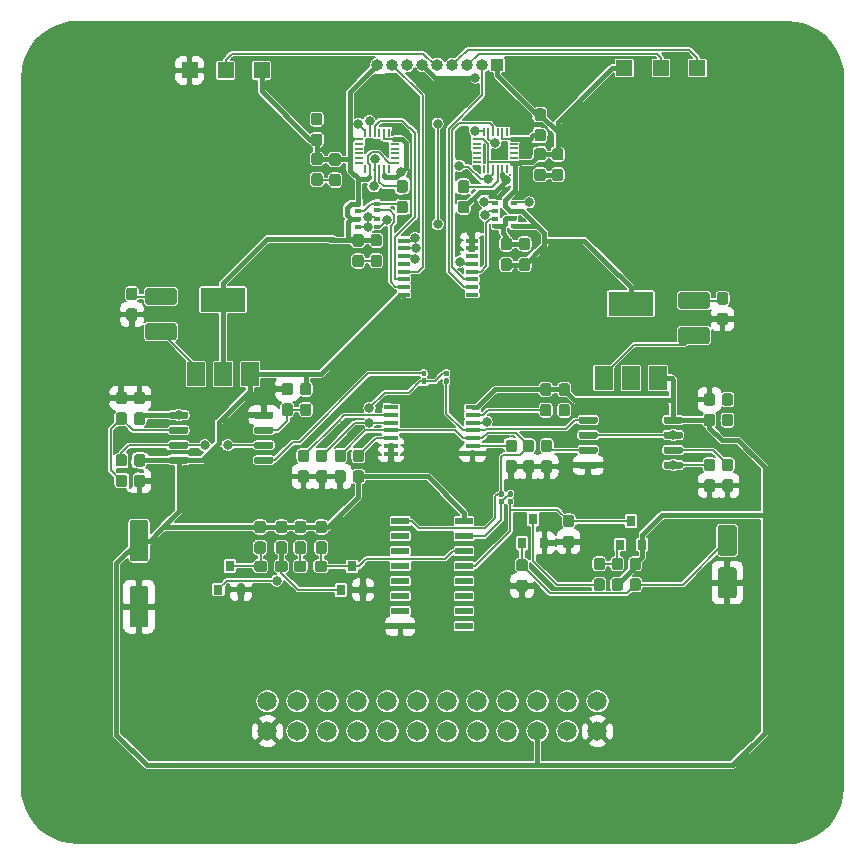
<source format=gbr>
%TF.GenerationSoftware,KiCad,Pcbnew,(5.1.0)-1*%
%TF.CreationDate,2020-12-18T13:58:52+02:00*%
%TF.ProjectId,Template,54656d70-6c61-4746-952e-6b696361645f,rev?*%
%TF.SameCoordinates,Original*%
%TF.FileFunction,Copper,L1,Top*%
%TF.FilePolarity,Positive*%
%FSLAX46Y46*%
G04 Gerber Fmt 4.6, Leading zero omitted, Abs format (unit mm)*
G04 Created by KiCad (PCBNEW (5.1.0)-1) date 2020-12-18 13:58:52*
%MOMM*%
%LPD*%
G04 APERTURE LIST*
%TA.AperFunction,SMDPad,CuDef*%
%ADD10R,1.200000X0.400000*%
%TD*%
%TA.AperFunction,SMDPad,CuDef*%
%ADD11R,1.000000X0.400000*%
%TD*%
%TA.AperFunction,Conductor*%
%ADD12C,0.100000*%
%TD*%
%TA.AperFunction,SMDPad,CuDef*%
%ADD13C,0.950000*%
%TD*%
%TA.AperFunction,SMDPad,CuDef*%
%ADD14R,0.800000X0.900000*%
%TD*%
%TA.AperFunction,SMDPad,CuDef*%
%ADD15R,1.500000X2.000000*%
%TD*%
%TA.AperFunction,SMDPad,CuDef*%
%ADD16R,3.800000X2.000000*%
%TD*%
%TA.AperFunction,SMDPad,CuDef*%
%ADD17R,0.220000X0.640000*%
%TD*%
%TA.AperFunction,SMDPad,CuDef*%
%ADD18R,0.640000X0.220000*%
%TD*%
%TA.AperFunction,ComponentPad*%
%ADD19C,1.640000*%
%TD*%
%TA.AperFunction,ComponentPad*%
%ADD20R,1.350000X1.350000*%
%TD*%
%TA.AperFunction,SMDPad,CuDef*%
%ADD21R,1.500000X0.600000*%
%TD*%
%TA.AperFunction,SMDPad,CuDef*%
%ADD22R,0.500000X0.350000*%
%TD*%
%TA.AperFunction,SMDPad,CuDef*%
%ADD23C,0.600000*%
%TD*%
%TA.AperFunction,SMDPad,CuDef*%
%ADD24C,0.400000*%
%TD*%
%TA.AperFunction,SMDPad,CuDef*%
%ADD25C,1.425000*%
%TD*%
%TA.AperFunction,SMDPad,CuDef*%
%ADD26C,1.600000*%
%TD*%
%TA.AperFunction,ComponentPad*%
%ADD27R,1.000000X1.000000*%
%TD*%
%TA.AperFunction,ComponentPad*%
%ADD28O,1.000000X1.000000*%
%TD*%
%TA.AperFunction,ViaPad*%
%ADD29C,0.800000*%
%TD*%
%TA.AperFunction,Conductor*%
%ADD30C,0.200000*%
%TD*%
%TA.AperFunction,Conductor*%
%ADD31C,0.400000*%
%TD*%
%TA.AperFunction,NonConductor*%
%ADD32C,0.200000*%
%TD*%
G04 APERTURE END LIST*
D10*
%TO.P,U5,14*%
%TO.N,3.3V*%
X118394600Y-82879200D03*
%TO.P,U5,13*%
%TO.N,Net-(D4-Pad2)*%
X118394600Y-83529200D03*
%TO.P,U5,12*%
%TO.N,Net-(R31-Pad1)*%
X118394600Y-84179200D03*
%TO.P,U5,11*%
%TO.N,Net-(D2-Pad2)*%
X118394600Y-84829200D03*
%TO.P,U5,10*%
%TO.N,Reset*%
X118394600Y-85479200D03*
%TO.P,U5,9*%
%TO.N,Net-(R31-Pad1)*%
X118394600Y-86129200D03*
%TO.P,U5,8*%
%TO.N,GND*%
X118394600Y-86779200D03*
%TO.P,U5,7*%
X111494600Y-86779200D03*
%TO.P,U5,6*%
X111494600Y-86129200D03*
%TO.P,U5,5*%
%TO.N,Net-(D3-Pad2)*%
X111494600Y-85479200D03*
%TO.P,U5,4*%
%TO.N,Reset*%
X111494600Y-84829200D03*
%TO.P,U5,3*%
%TO.N,Net-(D1-Pad1)*%
X111494600Y-84179200D03*
%TO.P,U5,2*%
%TO.N,Net-(D3-Pad2)*%
X111494600Y-83529200D03*
%TO.P,U5,1*%
%TO.N,Net-(U5-Pad1)*%
X111494600Y-82879200D03*
%TD*%
D11*
%TO.P,U2,16*%
%TO.N,3.3V*%
X112564000Y-73320400D03*
%TO.P,U2,15*%
%TO.N,CS5*%
X112564000Y-72670400D03*
%TO.P,U2,14*%
%TO.N,CS6*%
X112564000Y-72020400D03*
%TO.P,U2,13*%
%TO.N,CS7*%
X112564000Y-71370400D03*
%TO.P,U2,12*%
%TO.N,Net-(U2-Pad12)*%
X112564000Y-70720400D03*
%TO.P,U2,11*%
%TO.N,MUX_ADDR1*%
X112564000Y-70070400D03*
%TO.P,U2,10*%
%TO.N,MUX_ADDR2*%
X112564000Y-69420400D03*
%TO.P,U2,9*%
%TO.N,MUX_ADDR3*%
X112564000Y-68770400D03*
%TO.P,U2,8*%
%TO.N,GND*%
X118364000Y-68770400D03*
%TO.P,U2,7*%
X118364000Y-69420400D03*
%TO.P,U2,6*%
%TO.N,Net-(U2-Pad6)*%
X118364000Y-70070400D03*
%TO.P,U2,5*%
%TO.N,MUX_DATA*%
X118364000Y-70720400D03*
%TO.P,U2,4*%
%TO.N,CS1*%
X118364000Y-71370400D03*
%TO.P,U2,3*%
%TO.N,CS2*%
X118364000Y-72020400D03*
%TO.P,U2,2*%
%TO.N,CS3*%
X118364000Y-72670400D03*
%TO.P,U2,1*%
%TO.N,Net-(U2-Pad1)*%
X118364000Y-73320400D03*
%TD*%
D12*
%TO.N,Net-(R7-Pad2)*%
%TO.C,R7*%
G36*
X104530779Y-82551144D02*
G01*
X104553834Y-82554563D01*
X104576443Y-82560227D01*
X104598387Y-82568079D01*
X104619457Y-82578044D01*
X104639448Y-82590026D01*
X104658168Y-82603910D01*
X104675438Y-82619562D01*
X104691090Y-82636832D01*
X104704974Y-82655552D01*
X104716956Y-82675543D01*
X104726921Y-82696613D01*
X104734773Y-82718557D01*
X104740437Y-82741166D01*
X104743856Y-82764221D01*
X104745000Y-82787500D01*
X104745000Y-83362500D01*
X104743856Y-83385779D01*
X104740437Y-83408834D01*
X104734773Y-83431443D01*
X104726921Y-83453387D01*
X104716956Y-83474457D01*
X104704974Y-83494448D01*
X104691090Y-83513168D01*
X104675438Y-83530438D01*
X104658168Y-83546090D01*
X104639448Y-83559974D01*
X104619457Y-83571956D01*
X104598387Y-83581921D01*
X104576443Y-83589773D01*
X104553834Y-83595437D01*
X104530779Y-83598856D01*
X104507500Y-83600000D01*
X104032500Y-83600000D01*
X104009221Y-83598856D01*
X103986166Y-83595437D01*
X103963557Y-83589773D01*
X103941613Y-83581921D01*
X103920543Y-83571956D01*
X103900552Y-83559974D01*
X103881832Y-83546090D01*
X103864562Y-83530438D01*
X103848910Y-83513168D01*
X103835026Y-83494448D01*
X103823044Y-83474457D01*
X103813079Y-83453387D01*
X103805227Y-83431443D01*
X103799563Y-83408834D01*
X103796144Y-83385779D01*
X103795000Y-83362500D01*
X103795000Y-82787500D01*
X103796144Y-82764221D01*
X103799563Y-82741166D01*
X103805227Y-82718557D01*
X103813079Y-82696613D01*
X103823044Y-82675543D01*
X103835026Y-82655552D01*
X103848910Y-82636832D01*
X103864562Y-82619562D01*
X103881832Y-82603910D01*
X103900552Y-82590026D01*
X103920543Y-82578044D01*
X103941613Y-82568079D01*
X103963557Y-82560227D01*
X103986166Y-82554563D01*
X104009221Y-82551144D01*
X104032500Y-82550000D01*
X104507500Y-82550000D01*
X104530779Y-82551144D01*
X104530779Y-82551144D01*
G37*
D13*
%TD*%
%TO.P,R7,2*%
%TO.N,Net-(R7-Pad2)*%
X104270000Y-83075000D03*
D12*
%TO.N,3.3V*%
%TO.C,R7*%
G36*
X104530779Y-80801144D02*
G01*
X104553834Y-80804563D01*
X104576443Y-80810227D01*
X104598387Y-80818079D01*
X104619457Y-80828044D01*
X104639448Y-80840026D01*
X104658168Y-80853910D01*
X104675438Y-80869562D01*
X104691090Y-80886832D01*
X104704974Y-80905552D01*
X104716956Y-80925543D01*
X104726921Y-80946613D01*
X104734773Y-80968557D01*
X104740437Y-80991166D01*
X104743856Y-81014221D01*
X104745000Y-81037500D01*
X104745000Y-81612500D01*
X104743856Y-81635779D01*
X104740437Y-81658834D01*
X104734773Y-81681443D01*
X104726921Y-81703387D01*
X104716956Y-81724457D01*
X104704974Y-81744448D01*
X104691090Y-81763168D01*
X104675438Y-81780438D01*
X104658168Y-81796090D01*
X104639448Y-81809974D01*
X104619457Y-81821956D01*
X104598387Y-81831921D01*
X104576443Y-81839773D01*
X104553834Y-81845437D01*
X104530779Y-81848856D01*
X104507500Y-81850000D01*
X104032500Y-81850000D01*
X104009221Y-81848856D01*
X103986166Y-81845437D01*
X103963557Y-81839773D01*
X103941613Y-81831921D01*
X103920543Y-81821956D01*
X103900552Y-81809974D01*
X103881832Y-81796090D01*
X103864562Y-81780438D01*
X103848910Y-81763168D01*
X103835026Y-81744448D01*
X103823044Y-81724457D01*
X103813079Y-81703387D01*
X103805227Y-81681443D01*
X103799563Y-81658834D01*
X103796144Y-81635779D01*
X103795000Y-81612500D01*
X103795000Y-81037500D01*
X103796144Y-81014221D01*
X103799563Y-80991166D01*
X103805227Y-80968557D01*
X103813079Y-80946613D01*
X103823044Y-80925543D01*
X103835026Y-80905552D01*
X103848910Y-80886832D01*
X103864562Y-80869562D01*
X103881832Y-80853910D01*
X103900552Y-80840026D01*
X103920543Y-80828044D01*
X103941613Y-80818079D01*
X103963557Y-80810227D01*
X103986166Y-80804563D01*
X104009221Y-80801144D01*
X104032500Y-80800000D01*
X104507500Y-80800000D01*
X104530779Y-80801144D01*
X104530779Y-80801144D01*
G37*
D13*
%TD*%
%TO.P,R7,1*%
%TO.N,3.3V*%
X104270000Y-81325000D03*
D14*
%TO.P,Q6,3*%
%TO.N,Net-(C18-Pad1)*%
X97825000Y-96300000D03*
%TO.P,Q6,2*%
%TO.N,GND*%
X98775000Y-98300000D03*
%TO.P,Q6,1*%
%TO.N,Net-(C17-Pad1)*%
X96875000Y-98300000D03*
%TD*%
D12*
%TO.N,Net-(C17-Pad1)*%
%TO.C,R28*%
G36*
X104060779Y-94226144D02*
G01*
X104083834Y-94229563D01*
X104106443Y-94235227D01*
X104128387Y-94243079D01*
X104149457Y-94253044D01*
X104169448Y-94265026D01*
X104188168Y-94278910D01*
X104205438Y-94294562D01*
X104221090Y-94311832D01*
X104234974Y-94330552D01*
X104246956Y-94350543D01*
X104256921Y-94371613D01*
X104264773Y-94393557D01*
X104270437Y-94416166D01*
X104273856Y-94439221D01*
X104275000Y-94462500D01*
X104275000Y-95037500D01*
X104273856Y-95060779D01*
X104270437Y-95083834D01*
X104264773Y-95106443D01*
X104256921Y-95128387D01*
X104246956Y-95149457D01*
X104234974Y-95169448D01*
X104221090Y-95188168D01*
X104205438Y-95205438D01*
X104188168Y-95221090D01*
X104169448Y-95234974D01*
X104149457Y-95246956D01*
X104128387Y-95256921D01*
X104106443Y-95264773D01*
X104083834Y-95270437D01*
X104060779Y-95273856D01*
X104037500Y-95275000D01*
X103562500Y-95275000D01*
X103539221Y-95273856D01*
X103516166Y-95270437D01*
X103493557Y-95264773D01*
X103471613Y-95256921D01*
X103450543Y-95246956D01*
X103430552Y-95234974D01*
X103411832Y-95221090D01*
X103394562Y-95205438D01*
X103378910Y-95188168D01*
X103365026Y-95169448D01*
X103353044Y-95149457D01*
X103343079Y-95128387D01*
X103335227Y-95106443D01*
X103329563Y-95083834D01*
X103326144Y-95060779D01*
X103325000Y-95037500D01*
X103325000Y-94462500D01*
X103326144Y-94439221D01*
X103329563Y-94416166D01*
X103335227Y-94393557D01*
X103343079Y-94371613D01*
X103353044Y-94350543D01*
X103365026Y-94330552D01*
X103378910Y-94311832D01*
X103394562Y-94294562D01*
X103411832Y-94278910D01*
X103430552Y-94265026D01*
X103450543Y-94253044D01*
X103471613Y-94243079D01*
X103493557Y-94235227D01*
X103516166Y-94229563D01*
X103539221Y-94226144D01*
X103562500Y-94225000D01*
X104037500Y-94225000D01*
X104060779Y-94226144D01*
X104060779Y-94226144D01*
G37*
D13*
%TD*%
%TO.P,R28,2*%
%TO.N,Net-(C17-Pad1)*%
X103800000Y-94750000D03*
D12*
%TO.N,3.3V*%
%TO.C,R28*%
G36*
X104060779Y-92476144D02*
G01*
X104083834Y-92479563D01*
X104106443Y-92485227D01*
X104128387Y-92493079D01*
X104149457Y-92503044D01*
X104169448Y-92515026D01*
X104188168Y-92528910D01*
X104205438Y-92544562D01*
X104221090Y-92561832D01*
X104234974Y-92580552D01*
X104246956Y-92600543D01*
X104256921Y-92621613D01*
X104264773Y-92643557D01*
X104270437Y-92666166D01*
X104273856Y-92689221D01*
X104275000Y-92712500D01*
X104275000Y-93287500D01*
X104273856Y-93310779D01*
X104270437Y-93333834D01*
X104264773Y-93356443D01*
X104256921Y-93378387D01*
X104246956Y-93399457D01*
X104234974Y-93419448D01*
X104221090Y-93438168D01*
X104205438Y-93455438D01*
X104188168Y-93471090D01*
X104169448Y-93484974D01*
X104149457Y-93496956D01*
X104128387Y-93506921D01*
X104106443Y-93514773D01*
X104083834Y-93520437D01*
X104060779Y-93523856D01*
X104037500Y-93525000D01*
X103562500Y-93525000D01*
X103539221Y-93523856D01*
X103516166Y-93520437D01*
X103493557Y-93514773D01*
X103471613Y-93506921D01*
X103450543Y-93496956D01*
X103430552Y-93484974D01*
X103411832Y-93471090D01*
X103394562Y-93455438D01*
X103378910Y-93438168D01*
X103365026Y-93419448D01*
X103353044Y-93399457D01*
X103343079Y-93378387D01*
X103335227Y-93356443D01*
X103329563Y-93333834D01*
X103326144Y-93310779D01*
X103325000Y-93287500D01*
X103325000Y-92712500D01*
X103326144Y-92689221D01*
X103329563Y-92666166D01*
X103335227Y-92643557D01*
X103343079Y-92621613D01*
X103353044Y-92600543D01*
X103365026Y-92580552D01*
X103378910Y-92561832D01*
X103394562Y-92544562D01*
X103411832Y-92528910D01*
X103430552Y-92515026D01*
X103450543Y-92503044D01*
X103471613Y-92493079D01*
X103493557Y-92485227D01*
X103516166Y-92479563D01*
X103539221Y-92476144D01*
X103562500Y-92475000D01*
X104037500Y-92475000D01*
X104060779Y-92476144D01*
X104060779Y-92476144D01*
G37*
D13*
%TD*%
%TO.P,R28,1*%
%TO.N,3.3V*%
X103800000Y-93000000D03*
D15*
%TO.P,Q1,1*%
%TO.N,Net-(D3-Pad2)*%
X94966200Y-80054400D03*
%TO.P,Q1,3*%
%TO.N,3.3V*%
X99566200Y-80054400D03*
%TO.P,Q1,2*%
%TO.N,LOAD2*%
X97266200Y-80054400D03*
D16*
X97266200Y-73754400D03*
%TD*%
D17*
%TO.P,U7,23*%
%TO.N,CLK*%
X119722120Y-59589700D03*
%TO.P,U7,21*%
%TO.N,Net-(U7-Pad21)*%
X120522120Y-59589700D03*
D18*
%TO.P,U7,2*%
%TO.N,Net-(U7-Pad2)*%
X118777120Y-60534700D03*
%TO.P,U7,3*%
%TO.N,Net-(U7-Pad3)*%
X118777120Y-60934700D03*
%TO.P,U7,1*%
%TO.N,LOAD1*%
X118777120Y-60134700D03*
D17*
%TO.P,U7,24*%
%TO.N,MOSI*%
X119322120Y-59589700D03*
%TO.P,U7,22*%
%TO.N,CS2*%
X120122120Y-59589700D03*
%TO.P,U7,20*%
%TO.N,GNDS1*%
X120922120Y-59589700D03*
%TO.P,U7,19*%
%TO.N,Net-(U7-Pad19)*%
X121322120Y-59589700D03*
D18*
%TO.P,U7,18*%
%TO.N,GNDS1*%
X121867120Y-60134700D03*
%TO.P,U7,17*%
%TO.N,Net-(U7-Pad17)*%
X121867120Y-60534700D03*
%TO.P,U7,16*%
%TO.N,Net-(U7-Pad16)*%
X121867120Y-60934700D03*
%TO.P,U7,15*%
%TO.N,Net-(U7-Pad15)*%
X121867120Y-61334700D03*
%TO.P,U7,14*%
%TO.N,Net-(U7-Pad14)*%
X121867120Y-61734700D03*
%TO.P,U7,13*%
%TO.N,LOAD1*%
X121867120Y-62134700D03*
D17*
%TO.P,U7,12*%
%TO.N,Net-(U7-Pad12)*%
X121322120Y-62679700D03*
%TO.P,U7,11*%
%TO.N,GNDS1*%
X120922120Y-62679700D03*
%TO.P,U7,10*%
%TO.N,Net-(C10-Pad1)*%
X120522120Y-62679700D03*
%TO.P,U7,9*%
%TO.N,MISO*%
X120122120Y-62679700D03*
%TO.P,U7,8*%
%TO.N,LOAD1*%
X119722120Y-62679700D03*
%TO.P,U7,7*%
%TO.N,Net-(U7-Pad7)*%
X119322120Y-62679700D03*
D18*
%TO.P,U7,6*%
%TO.N,Net-(U7-Pad6)*%
X118777120Y-62134700D03*
%TO.P,U7,5*%
%TO.N,Net-(U7-Pad5)*%
X118777120Y-61734700D03*
%TO.P,U7,4*%
%TO.N,Net-(U7-Pad4)*%
X118777120Y-61334700D03*
%TD*%
D19*
%TO.P,J1,13*%
%TO.N,Net-(J1-Pad13)*%
X101028500Y-107760000D03*
%TO.P,J1,12*%
%TO.N,GND*%
X101028500Y-110300000D03*
%TO.P,J1,14*%
%TO.N,Net-(J1-Pad14)*%
X103568500Y-107760000D03*
%TO.P,J1,11*%
%TO.N,Net-(J1-Pad11)*%
X103568500Y-110300000D03*
%TO.P,J1,15*%
%TO.N,Net-(J1-Pad15)*%
X106108500Y-107760000D03*
%TO.P,J1,10*%
%TO.N,Net-(J1-Pad10)*%
X106108500Y-110300000D03*
%TO.P,J1,16*%
%TO.N,Net-(J1-Pad16)*%
X108648500Y-107760000D03*
%TO.P,J1,9*%
%TO.N,Net-(J1-Pad9)*%
X108648500Y-110300000D03*
%TO.P,J1,17*%
%TO.N,Net-(J1-Pad17)*%
X111188500Y-107760000D03*
%TO.P,J1,8*%
%TO.N,Net-(J1-Pad8)*%
X111188500Y-110300000D03*
%TO.P,J1,18*%
%TO.N,MISO*%
X113728500Y-107760000D03*
%TO.P,J1,7*%
%TO.N,Net-(J1-Pad7)*%
X113728500Y-110300000D03*
%TO.P,J1,19*%
%TO.N,MOSI*%
X116268500Y-107760000D03*
%TO.P,J1,6*%
%TO.N,Net-(J1-Pad6)*%
X116268500Y-110300000D03*
%TO.P,J1,20*%
%TO.N,CLK*%
X118808500Y-107760000D03*
%TO.P,J1,5*%
%TO.N,Net-(J1-Pad5)*%
X118808500Y-110300000D03*
%TO.P,J1,21*%
%TO.N,MUX_ADDR1*%
X121348500Y-107760000D03*
%TO.P,J1,4*%
%TO.N,Net-(J1-Pad4)*%
X121348500Y-110300000D03*
%TO.P,J1,22*%
%TO.N,MUX_ADDR2*%
X123888500Y-107760000D03*
%TO.P,J1,3*%
%TO.N,3.3V*%
X123888500Y-110300000D03*
%TO.P,J1,23*%
%TO.N,MUX_ADDR3*%
X126428500Y-107760000D03*
%TO.P,J1,2*%
%TO.N,Net-(J1-Pad2)*%
X126428500Y-110300000D03*
%TO.P,J1,24*%
%TO.N,MUX_DATA*%
X128968500Y-107760000D03*
%TO.P,J1,1*%
%TO.N,GND*%
X128968500Y-110300000D03*
%TD*%
D12*
%TO.N,Net-(C16-Pad1)*%
%TO.C,R25*%
G36*
X132432779Y-97353944D02*
G01*
X132455834Y-97357363D01*
X132478443Y-97363027D01*
X132500387Y-97370879D01*
X132521457Y-97380844D01*
X132541448Y-97392826D01*
X132560168Y-97406710D01*
X132577438Y-97422362D01*
X132593090Y-97439632D01*
X132606974Y-97458352D01*
X132618956Y-97478343D01*
X132628921Y-97499413D01*
X132636773Y-97521357D01*
X132642437Y-97543966D01*
X132645856Y-97567021D01*
X132647000Y-97590300D01*
X132647000Y-98165300D01*
X132645856Y-98188579D01*
X132642437Y-98211634D01*
X132636773Y-98234243D01*
X132628921Y-98256187D01*
X132618956Y-98277257D01*
X132606974Y-98297248D01*
X132593090Y-98315968D01*
X132577438Y-98333238D01*
X132560168Y-98348890D01*
X132541448Y-98362774D01*
X132521457Y-98374756D01*
X132500387Y-98384721D01*
X132478443Y-98392573D01*
X132455834Y-98398237D01*
X132432779Y-98401656D01*
X132409500Y-98402800D01*
X131934500Y-98402800D01*
X131911221Y-98401656D01*
X131888166Y-98398237D01*
X131865557Y-98392573D01*
X131843613Y-98384721D01*
X131822543Y-98374756D01*
X131802552Y-98362774D01*
X131783832Y-98348890D01*
X131766562Y-98333238D01*
X131750910Y-98315968D01*
X131737026Y-98297248D01*
X131725044Y-98277257D01*
X131715079Y-98256187D01*
X131707227Y-98234243D01*
X131701563Y-98211634D01*
X131698144Y-98188579D01*
X131697000Y-98165300D01*
X131697000Y-97590300D01*
X131698144Y-97567021D01*
X131701563Y-97543966D01*
X131707227Y-97521357D01*
X131715079Y-97499413D01*
X131725044Y-97478343D01*
X131737026Y-97458352D01*
X131750910Y-97439632D01*
X131766562Y-97422362D01*
X131783832Y-97406710D01*
X131802552Y-97392826D01*
X131822543Y-97380844D01*
X131843613Y-97370879D01*
X131865557Y-97363027D01*
X131888166Y-97357363D01*
X131911221Y-97353944D01*
X131934500Y-97352800D01*
X132409500Y-97352800D01*
X132432779Y-97353944D01*
X132432779Y-97353944D01*
G37*
D13*
%TD*%
%TO.P,R25,2*%
%TO.N,Net-(C16-Pad1)*%
X132172000Y-97877800D03*
D12*
%TO.N,3.3V*%
%TO.C,R25*%
G36*
X132432779Y-95603944D02*
G01*
X132455834Y-95607363D01*
X132478443Y-95613027D01*
X132500387Y-95620879D01*
X132521457Y-95630844D01*
X132541448Y-95642826D01*
X132560168Y-95656710D01*
X132577438Y-95672362D01*
X132593090Y-95689632D01*
X132606974Y-95708352D01*
X132618956Y-95728343D01*
X132628921Y-95749413D01*
X132636773Y-95771357D01*
X132642437Y-95793966D01*
X132645856Y-95817021D01*
X132647000Y-95840300D01*
X132647000Y-96415300D01*
X132645856Y-96438579D01*
X132642437Y-96461634D01*
X132636773Y-96484243D01*
X132628921Y-96506187D01*
X132618956Y-96527257D01*
X132606974Y-96547248D01*
X132593090Y-96565968D01*
X132577438Y-96583238D01*
X132560168Y-96598890D01*
X132541448Y-96612774D01*
X132521457Y-96624756D01*
X132500387Y-96634721D01*
X132478443Y-96642573D01*
X132455834Y-96648237D01*
X132432779Y-96651656D01*
X132409500Y-96652800D01*
X131934500Y-96652800D01*
X131911221Y-96651656D01*
X131888166Y-96648237D01*
X131865557Y-96642573D01*
X131843613Y-96634721D01*
X131822543Y-96624756D01*
X131802552Y-96612774D01*
X131783832Y-96598890D01*
X131766562Y-96583238D01*
X131750910Y-96565968D01*
X131737026Y-96547248D01*
X131725044Y-96527257D01*
X131715079Y-96506187D01*
X131707227Y-96484243D01*
X131701563Y-96461634D01*
X131698144Y-96438579D01*
X131697000Y-96415300D01*
X131697000Y-95840300D01*
X131698144Y-95817021D01*
X131701563Y-95793966D01*
X131707227Y-95771357D01*
X131715079Y-95749413D01*
X131725044Y-95728343D01*
X131737026Y-95708352D01*
X131750910Y-95689632D01*
X131766562Y-95672362D01*
X131783832Y-95656710D01*
X131802552Y-95642826D01*
X131822543Y-95630844D01*
X131843613Y-95620879D01*
X131865557Y-95613027D01*
X131888166Y-95607363D01*
X131911221Y-95603944D01*
X131934500Y-95602800D01*
X132409500Y-95602800D01*
X132432779Y-95603944D01*
X132432779Y-95603944D01*
G37*
D13*
%TD*%
%TO.P,R25,1*%
%TO.N,3.3V*%
X132172000Y-96127800D03*
D20*
%TO.P,MISO1,1*%
%TO.N,MISO*%
X134350000Y-54150000D03*
%TD*%
%TO.P,MOSI1,1*%
%TO.N,MOSI*%
X137425000Y-54150000D03*
%TD*%
%TO.P,LOAD2,1*%
%TO.N,LOAD2*%
X100525000Y-54350000D03*
%TD*%
%TO.P,GND1,1*%
%TO.N,GND*%
X94425000Y-54350000D03*
%TD*%
%TO.P,CLK1,1*%
%TO.N,CLK*%
X97475000Y-54350000D03*
%TD*%
%TO.P,LOAD1,1*%
%TO.N,LOAD1*%
X131250000Y-54150000D03*
%TD*%
D15*
%TO.P,Q2,1*%
%TO.N,Net-(D4-Pad2)*%
X129486200Y-80394400D03*
%TO.P,Q2,3*%
%TO.N,3.3V*%
X134086200Y-80394400D03*
%TO.P,Q2,2*%
%TO.N,LOAD1*%
X131786200Y-80394400D03*
D16*
X131786200Y-74094400D03*
%TD*%
D21*
%TO.P,U9,16*%
%TO.N,3.3V*%
X117675000Y-92505000D03*
%TO.P,U9,15*%
%TO.N,Net-(D5-Pad1)*%
X117675000Y-93775000D03*
%TO.P,U9,14*%
%TO.N,Net-(C17-Pad2)*%
X117675000Y-95045000D03*
%TO.P,U9,13*%
%TO.N,Net-(D6-Pad2)*%
X117675000Y-96315000D03*
%TO.P,U9,12*%
%TO.N,Net-(U9-Pad12)*%
X117675000Y-97585000D03*
%TO.P,U9,11*%
%TO.N,Net-(U9-Pad11)*%
X117675000Y-98855000D03*
%TO.P,U9,10*%
%TO.N,Net-(U9-Pad10)*%
X117675000Y-100125000D03*
%TO.P,U9,9*%
%TO.N,Net-(U9-Pad9)*%
X117675000Y-101395000D03*
%TO.P,U9,8*%
%TO.N,GND*%
X112275000Y-101395000D03*
%TO.P,U9,7*%
%TO.N,Net-(U9-Pad7)*%
X112275000Y-100125000D03*
%TO.P,U9,6*%
%TO.N,Net-(U9-Pad6)*%
X112275000Y-98855000D03*
%TO.P,U9,5*%
%TO.N,Net-(U9-Pad5)*%
X112275000Y-97585000D03*
%TO.P,U9,4*%
%TO.N,Net-(U9-Pad4)*%
X112275000Y-96315000D03*
%TO.P,U9,3*%
%TO.N,Net-(U9-Pad3)*%
X112275000Y-95045000D03*
%TO.P,U9,2*%
%TO.N,Net-(U9-Pad2)*%
X112275000Y-93775000D03*
%TO.P,U9,1*%
%TO.N,Reset*%
X112275000Y-92505000D03*
%TD*%
D12*
%TO.N,GND*%
%TO.C,R32*%
G36*
X104330779Y-88201144D02*
G01*
X104353834Y-88204563D01*
X104376443Y-88210227D01*
X104398387Y-88218079D01*
X104419457Y-88228044D01*
X104439448Y-88240026D01*
X104458168Y-88253910D01*
X104475438Y-88269562D01*
X104491090Y-88286832D01*
X104504974Y-88305552D01*
X104516956Y-88325543D01*
X104526921Y-88346613D01*
X104534773Y-88368557D01*
X104540437Y-88391166D01*
X104543856Y-88414221D01*
X104545000Y-88437500D01*
X104545000Y-89012500D01*
X104543856Y-89035779D01*
X104540437Y-89058834D01*
X104534773Y-89081443D01*
X104526921Y-89103387D01*
X104516956Y-89124457D01*
X104504974Y-89144448D01*
X104491090Y-89163168D01*
X104475438Y-89180438D01*
X104458168Y-89196090D01*
X104439448Y-89209974D01*
X104419457Y-89221956D01*
X104398387Y-89231921D01*
X104376443Y-89239773D01*
X104353834Y-89245437D01*
X104330779Y-89248856D01*
X104307500Y-89250000D01*
X103832500Y-89250000D01*
X103809221Y-89248856D01*
X103786166Y-89245437D01*
X103763557Y-89239773D01*
X103741613Y-89231921D01*
X103720543Y-89221956D01*
X103700552Y-89209974D01*
X103681832Y-89196090D01*
X103664562Y-89180438D01*
X103648910Y-89163168D01*
X103635026Y-89144448D01*
X103623044Y-89124457D01*
X103613079Y-89103387D01*
X103605227Y-89081443D01*
X103599563Y-89058834D01*
X103596144Y-89035779D01*
X103595000Y-89012500D01*
X103595000Y-88437500D01*
X103596144Y-88414221D01*
X103599563Y-88391166D01*
X103605227Y-88368557D01*
X103613079Y-88346613D01*
X103623044Y-88325543D01*
X103635026Y-88305552D01*
X103648910Y-88286832D01*
X103664562Y-88269562D01*
X103681832Y-88253910D01*
X103700552Y-88240026D01*
X103720543Y-88228044D01*
X103741613Y-88218079D01*
X103763557Y-88210227D01*
X103786166Y-88204563D01*
X103809221Y-88201144D01*
X103832500Y-88200000D01*
X104307500Y-88200000D01*
X104330779Y-88201144D01*
X104330779Y-88201144D01*
G37*
D13*
%TD*%
%TO.P,R32,2*%
%TO.N,GND*%
X104070000Y-88725000D03*
D12*
%TO.N,Net-(D3-Pad2)*%
%TO.C,R32*%
G36*
X104330779Y-86451144D02*
G01*
X104353834Y-86454563D01*
X104376443Y-86460227D01*
X104398387Y-86468079D01*
X104419457Y-86478044D01*
X104439448Y-86490026D01*
X104458168Y-86503910D01*
X104475438Y-86519562D01*
X104491090Y-86536832D01*
X104504974Y-86555552D01*
X104516956Y-86575543D01*
X104526921Y-86596613D01*
X104534773Y-86618557D01*
X104540437Y-86641166D01*
X104543856Y-86664221D01*
X104545000Y-86687500D01*
X104545000Y-87262500D01*
X104543856Y-87285779D01*
X104540437Y-87308834D01*
X104534773Y-87331443D01*
X104526921Y-87353387D01*
X104516956Y-87374457D01*
X104504974Y-87394448D01*
X104491090Y-87413168D01*
X104475438Y-87430438D01*
X104458168Y-87446090D01*
X104439448Y-87459974D01*
X104419457Y-87471956D01*
X104398387Y-87481921D01*
X104376443Y-87489773D01*
X104353834Y-87495437D01*
X104330779Y-87498856D01*
X104307500Y-87500000D01*
X103832500Y-87500000D01*
X103809221Y-87498856D01*
X103786166Y-87495437D01*
X103763557Y-87489773D01*
X103741613Y-87481921D01*
X103720543Y-87471956D01*
X103700552Y-87459974D01*
X103681832Y-87446090D01*
X103664562Y-87430438D01*
X103648910Y-87413168D01*
X103635026Y-87394448D01*
X103623044Y-87374457D01*
X103613079Y-87353387D01*
X103605227Y-87331443D01*
X103599563Y-87308834D01*
X103596144Y-87285779D01*
X103595000Y-87262500D01*
X103595000Y-86687500D01*
X103596144Y-86664221D01*
X103599563Y-86641166D01*
X103605227Y-86618557D01*
X103613079Y-86596613D01*
X103623044Y-86575543D01*
X103635026Y-86555552D01*
X103648910Y-86536832D01*
X103664562Y-86519562D01*
X103681832Y-86503910D01*
X103700552Y-86490026D01*
X103720543Y-86478044D01*
X103741613Y-86468079D01*
X103763557Y-86460227D01*
X103786166Y-86454563D01*
X103809221Y-86451144D01*
X103832500Y-86450000D01*
X104307500Y-86450000D01*
X104330779Y-86451144D01*
X104330779Y-86451144D01*
G37*
D13*
%TD*%
%TO.P,R32,1*%
%TO.N,Net-(D3-Pad2)*%
X104070000Y-86975000D03*
D12*
%TO.N,Net-(C18-Pad2)*%
%TO.C,C18*%
G36*
X102510779Y-95851144D02*
G01*
X102533834Y-95854563D01*
X102556443Y-95860227D01*
X102578387Y-95868079D01*
X102599457Y-95878044D01*
X102619448Y-95890026D01*
X102638168Y-95903910D01*
X102655438Y-95919562D01*
X102671090Y-95936832D01*
X102684974Y-95955552D01*
X102696956Y-95975543D01*
X102706921Y-95996613D01*
X102714773Y-96018557D01*
X102720437Y-96041166D01*
X102723856Y-96064221D01*
X102725000Y-96087500D01*
X102725000Y-96562500D01*
X102723856Y-96585779D01*
X102720437Y-96608834D01*
X102714773Y-96631443D01*
X102706921Y-96653387D01*
X102696956Y-96674457D01*
X102684974Y-96694448D01*
X102671090Y-96713168D01*
X102655438Y-96730438D01*
X102638168Y-96746090D01*
X102619448Y-96759974D01*
X102599457Y-96771956D01*
X102578387Y-96781921D01*
X102556443Y-96789773D01*
X102533834Y-96795437D01*
X102510779Y-96798856D01*
X102487500Y-96800000D01*
X101912500Y-96800000D01*
X101889221Y-96798856D01*
X101866166Y-96795437D01*
X101843557Y-96789773D01*
X101821613Y-96781921D01*
X101800543Y-96771956D01*
X101780552Y-96759974D01*
X101761832Y-96746090D01*
X101744562Y-96730438D01*
X101728910Y-96713168D01*
X101715026Y-96694448D01*
X101703044Y-96674457D01*
X101693079Y-96653387D01*
X101685227Y-96631443D01*
X101679563Y-96608834D01*
X101676144Y-96585779D01*
X101675000Y-96562500D01*
X101675000Y-96087500D01*
X101676144Y-96064221D01*
X101679563Y-96041166D01*
X101685227Y-96018557D01*
X101693079Y-95996613D01*
X101703044Y-95975543D01*
X101715026Y-95955552D01*
X101728910Y-95936832D01*
X101744562Y-95919562D01*
X101761832Y-95903910D01*
X101780552Y-95890026D01*
X101800543Y-95878044D01*
X101821613Y-95868079D01*
X101843557Y-95860227D01*
X101866166Y-95854563D01*
X101889221Y-95851144D01*
X101912500Y-95850000D01*
X102487500Y-95850000D01*
X102510779Y-95851144D01*
X102510779Y-95851144D01*
G37*
D13*
%TD*%
%TO.P,C18,2*%
%TO.N,Net-(C18-Pad2)*%
X102200000Y-96325000D03*
D12*
%TO.N,Net-(C18-Pad1)*%
%TO.C,C18*%
G36*
X100760779Y-95851144D02*
G01*
X100783834Y-95854563D01*
X100806443Y-95860227D01*
X100828387Y-95868079D01*
X100849457Y-95878044D01*
X100869448Y-95890026D01*
X100888168Y-95903910D01*
X100905438Y-95919562D01*
X100921090Y-95936832D01*
X100934974Y-95955552D01*
X100946956Y-95975543D01*
X100956921Y-95996613D01*
X100964773Y-96018557D01*
X100970437Y-96041166D01*
X100973856Y-96064221D01*
X100975000Y-96087500D01*
X100975000Y-96562500D01*
X100973856Y-96585779D01*
X100970437Y-96608834D01*
X100964773Y-96631443D01*
X100956921Y-96653387D01*
X100946956Y-96674457D01*
X100934974Y-96694448D01*
X100921090Y-96713168D01*
X100905438Y-96730438D01*
X100888168Y-96746090D01*
X100869448Y-96759974D01*
X100849457Y-96771956D01*
X100828387Y-96781921D01*
X100806443Y-96789773D01*
X100783834Y-96795437D01*
X100760779Y-96798856D01*
X100737500Y-96800000D01*
X100162500Y-96800000D01*
X100139221Y-96798856D01*
X100116166Y-96795437D01*
X100093557Y-96789773D01*
X100071613Y-96781921D01*
X100050543Y-96771956D01*
X100030552Y-96759974D01*
X100011832Y-96746090D01*
X99994562Y-96730438D01*
X99978910Y-96713168D01*
X99965026Y-96694448D01*
X99953044Y-96674457D01*
X99943079Y-96653387D01*
X99935227Y-96631443D01*
X99929563Y-96608834D01*
X99926144Y-96585779D01*
X99925000Y-96562500D01*
X99925000Y-96087500D01*
X99926144Y-96064221D01*
X99929563Y-96041166D01*
X99935227Y-96018557D01*
X99943079Y-95996613D01*
X99953044Y-95975543D01*
X99965026Y-95955552D01*
X99978910Y-95936832D01*
X99994562Y-95919562D01*
X100011832Y-95903910D01*
X100030552Y-95890026D01*
X100050543Y-95878044D01*
X100071613Y-95868079D01*
X100093557Y-95860227D01*
X100116166Y-95854563D01*
X100139221Y-95851144D01*
X100162500Y-95850000D01*
X100737500Y-95850000D01*
X100760779Y-95851144D01*
X100760779Y-95851144D01*
G37*
D13*
%TD*%
%TO.P,C18,1*%
%TO.N,Net-(C18-Pad1)*%
X100450000Y-96325000D03*
D12*
%TO.N,Net-(C17-Pad2)*%
%TO.C,C17*%
G36*
X105860779Y-95851144D02*
G01*
X105883834Y-95854563D01*
X105906443Y-95860227D01*
X105928387Y-95868079D01*
X105949457Y-95878044D01*
X105969448Y-95890026D01*
X105988168Y-95903910D01*
X106005438Y-95919562D01*
X106021090Y-95936832D01*
X106034974Y-95955552D01*
X106046956Y-95975543D01*
X106056921Y-95996613D01*
X106064773Y-96018557D01*
X106070437Y-96041166D01*
X106073856Y-96064221D01*
X106075000Y-96087500D01*
X106075000Y-96562500D01*
X106073856Y-96585779D01*
X106070437Y-96608834D01*
X106064773Y-96631443D01*
X106056921Y-96653387D01*
X106046956Y-96674457D01*
X106034974Y-96694448D01*
X106021090Y-96713168D01*
X106005438Y-96730438D01*
X105988168Y-96746090D01*
X105969448Y-96759974D01*
X105949457Y-96771956D01*
X105928387Y-96781921D01*
X105906443Y-96789773D01*
X105883834Y-96795437D01*
X105860779Y-96798856D01*
X105837500Y-96800000D01*
X105262500Y-96800000D01*
X105239221Y-96798856D01*
X105216166Y-96795437D01*
X105193557Y-96789773D01*
X105171613Y-96781921D01*
X105150543Y-96771956D01*
X105130552Y-96759974D01*
X105111832Y-96746090D01*
X105094562Y-96730438D01*
X105078910Y-96713168D01*
X105065026Y-96694448D01*
X105053044Y-96674457D01*
X105043079Y-96653387D01*
X105035227Y-96631443D01*
X105029563Y-96608834D01*
X105026144Y-96585779D01*
X105025000Y-96562500D01*
X105025000Y-96087500D01*
X105026144Y-96064221D01*
X105029563Y-96041166D01*
X105035227Y-96018557D01*
X105043079Y-95996613D01*
X105053044Y-95975543D01*
X105065026Y-95955552D01*
X105078910Y-95936832D01*
X105094562Y-95919562D01*
X105111832Y-95903910D01*
X105130552Y-95890026D01*
X105150543Y-95878044D01*
X105171613Y-95868079D01*
X105193557Y-95860227D01*
X105216166Y-95854563D01*
X105239221Y-95851144D01*
X105262500Y-95850000D01*
X105837500Y-95850000D01*
X105860779Y-95851144D01*
X105860779Y-95851144D01*
G37*
D13*
%TD*%
%TO.P,C17,2*%
%TO.N,Net-(C17-Pad2)*%
X105550000Y-96325000D03*
D12*
%TO.N,Net-(C17-Pad1)*%
%TO.C,C17*%
G36*
X104110779Y-95851144D02*
G01*
X104133834Y-95854563D01*
X104156443Y-95860227D01*
X104178387Y-95868079D01*
X104199457Y-95878044D01*
X104219448Y-95890026D01*
X104238168Y-95903910D01*
X104255438Y-95919562D01*
X104271090Y-95936832D01*
X104284974Y-95955552D01*
X104296956Y-95975543D01*
X104306921Y-95996613D01*
X104314773Y-96018557D01*
X104320437Y-96041166D01*
X104323856Y-96064221D01*
X104325000Y-96087500D01*
X104325000Y-96562500D01*
X104323856Y-96585779D01*
X104320437Y-96608834D01*
X104314773Y-96631443D01*
X104306921Y-96653387D01*
X104296956Y-96674457D01*
X104284974Y-96694448D01*
X104271090Y-96713168D01*
X104255438Y-96730438D01*
X104238168Y-96746090D01*
X104219448Y-96759974D01*
X104199457Y-96771956D01*
X104178387Y-96781921D01*
X104156443Y-96789773D01*
X104133834Y-96795437D01*
X104110779Y-96798856D01*
X104087500Y-96800000D01*
X103512500Y-96800000D01*
X103489221Y-96798856D01*
X103466166Y-96795437D01*
X103443557Y-96789773D01*
X103421613Y-96781921D01*
X103400543Y-96771956D01*
X103380552Y-96759974D01*
X103361832Y-96746090D01*
X103344562Y-96730438D01*
X103328910Y-96713168D01*
X103315026Y-96694448D01*
X103303044Y-96674457D01*
X103293079Y-96653387D01*
X103285227Y-96631443D01*
X103279563Y-96608834D01*
X103276144Y-96585779D01*
X103275000Y-96562500D01*
X103275000Y-96087500D01*
X103276144Y-96064221D01*
X103279563Y-96041166D01*
X103285227Y-96018557D01*
X103293079Y-95996613D01*
X103303044Y-95975543D01*
X103315026Y-95955552D01*
X103328910Y-95936832D01*
X103344562Y-95919562D01*
X103361832Y-95903910D01*
X103380552Y-95890026D01*
X103400543Y-95878044D01*
X103421613Y-95868079D01*
X103443557Y-95860227D01*
X103466166Y-95854563D01*
X103489221Y-95851144D01*
X103512500Y-95850000D01*
X104087500Y-95850000D01*
X104110779Y-95851144D01*
X104110779Y-95851144D01*
G37*
D13*
%TD*%
%TO.P,C17,1*%
%TO.N,Net-(C17-Pad1)*%
X103800000Y-96325000D03*
D17*
%TO.P,U6,23*%
%TO.N,CLK*%
X109689120Y-59630340D03*
%TO.P,U6,21*%
%TO.N,Net-(U6-Pad21)*%
X110489120Y-59630340D03*
D18*
%TO.P,U6,2*%
%TO.N,Net-(U6-Pad2)*%
X108744120Y-60575340D03*
%TO.P,U6,3*%
%TO.N,Net-(U6-Pad3)*%
X108744120Y-60975340D03*
%TO.P,U6,1*%
%TO.N,LOAD2*%
X108744120Y-60175340D03*
D17*
%TO.P,U6,24*%
%TO.N,MOSI*%
X109289120Y-59630340D03*
%TO.P,U6,22*%
%TO.N,CS6*%
X110089120Y-59630340D03*
%TO.P,U6,20*%
%TO.N,GNDS2*%
X110889120Y-59630340D03*
%TO.P,U6,19*%
%TO.N,Net-(U6-Pad19)*%
X111289120Y-59630340D03*
D18*
%TO.P,U6,18*%
%TO.N,GNDS2*%
X111834120Y-60175340D03*
%TO.P,U6,17*%
%TO.N,Net-(U6-Pad17)*%
X111834120Y-60575340D03*
%TO.P,U6,16*%
%TO.N,Net-(U6-Pad16)*%
X111834120Y-60975340D03*
%TO.P,U6,15*%
%TO.N,Net-(U6-Pad15)*%
X111834120Y-61375340D03*
%TO.P,U6,14*%
%TO.N,Net-(U6-Pad14)*%
X111834120Y-61775340D03*
%TO.P,U6,13*%
%TO.N,LOAD2*%
X111834120Y-62175340D03*
D17*
%TO.P,U6,12*%
%TO.N,Net-(U6-Pad12)*%
X111289120Y-62720340D03*
%TO.P,U6,11*%
%TO.N,GNDS2*%
X110889120Y-62720340D03*
%TO.P,U6,10*%
%TO.N,Net-(C9-Pad1)*%
X110489120Y-62720340D03*
%TO.P,U6,9*%
%TO.N,MISO*%
X110089120Y-62720340D03*
%TO.P,U6,8*%
%TO.N,LOAD2*%
X109689120Y-62720340D03*
%TO.P,U6,7*%
%TO.N,Net-(U6-Pad7)*%
X109289120Y-62720340D03*
D18*
%TO.P,U6,6*%
%TO.N,Net-(U6-Pad6)*%
X108744120Y-62175340D03*
%TO.P,U6,5*%
%TO.N,Net-(U6-Pad5)*%
X108744120Y-61775340D03*
%TO.P,U6,4*%
%TO.N,Net-(U6-Pad4)*%
X108744120Y-61375340D03*
%TD*%
D22*
%TO.P,U8,8*%
%TO.N,LOAD2*%
X108720000Y-65615240D03*
%TO.P,U8,7*%
%TO.N,GNDS2*%
X108720000Y-66265240D03*
%TO.P,U8,6*%
%TO.N,LOAD2*%
X108720000Y-66915240D03*
%TO.P,U8,5*%
%TO.N,MISO*%
X108720000Y-67565240D03*
%TO.P,U8,4*%
%TO.N,CLK*%
X110270000Y-67565240D03*
%TO.P,U8,3*%
%TO.N,MOSI*%
X110270000Y-66915240D03*
%TO.P,U8,2*%
%TO.N,CS5*%
X110270000Y-66188920D03*
%TO.P,U8,1*%
%TO.N,GNDS2*%
X110270000Y-65615240D03*
%TD*%
D12*
%TO.N,3.3V*%
%TO.C,U4*%
G36*
X136038203Y-83650722D02*
G01*
X136052764Y-83652882D01*
X136067043Y-83656459D01*
X136080903Y-83661418D01*
X136094210Y-83667712D01*
X136106836Y-83675280D01*
X136118659Y-83684048D01*
X136129566Y-83693934D01*
X136139452Y-83704841D01*
X136148220Y-83716664D01*
X136155788Y-83729290D01*
X136162082Y-83742597D01*
X136167041Y-83756457D01*
X136170618Y-83770736D01*
X136172778Y-83785297D01*
X136173500Y-83800000D01*
X136173500Y-84100000D01*
X136172778Y-84114703D01*
X136170618Y-84129264D01*
X136167041Y-84143543D01*
X136162082Y-84157403D01*
X136155788Y-84170710D01*
X136148220Y-84183336D01*
X136139452Y-84195159D01*
X136129566Y-84206066D01*
X136118659Y-84215952D01*
X136106836Y-84224720D01*
X136094210Y-84232288D01*
X136080903Y-84238582D01*
X136067043Y-84243541D01*
X136052764Y-84247118D01*
X136038203Y-84249278D01*
X136023500Y-84250000D01*
X134723500Y-84250000D01*
X134708797Y-84249278D01*
X134694236Y-84247118D01*
X134679957Y-84243541D01*
X134666097Y-84238582D01*
X134652790Y-84232288D01*
X134640164Y-84224720D01*
X134628341Y-84215952D01*
X134617434Y-84206066D01*
X134607548Y-84195159D01*
X134598780Y-84183336D01*
X134591212Y-84170710D01*
X134584918Y-84157403D01*
X134579959Y-84143543D01*
X134576382Y-84129264D01*
X134574222Y-84114703D01*
X134573500Y-84100000D01*
X134573500Y-83800000D01*
X134574222Y-83785297D01*
X134576382Y-83770736D01*
X134579959Y-83756457D01*
X134584918Y-83742597D01*
X134591212Y-83729290D01*
X134598780Y-83716664D01*
X134607548Y-83704841D01*
X134617434Y-83693934D01*
X134628341Y-83684048D01*
X134640164Y-83675280D01*
X134652790Y-83667712D01*
X134666097Y-83661418D01*
X134679957Y-83656459D01*
X134694236Y-83652882D01*
X134708797Y-83650722D01*
X134723500Y-83650000D01*
X136023500Y-83650000D01*
X136038203Y-83650722D01*
X136038203Y-83650722D01*
G37*
D23*
%TD*%
%TO.P,U4,8*%
%TO.N,3.3V*%
X135373500Y-83950000D03*
D12*
%TO.N,Net-(R6-Pad2)*%
%TO.C,U4*%
G36*
X136038203Y-84920722D02*
G01*
X136052764Y-84922882D01*
X136067043Y-84926459D01*
X136080903Y-84931418D01*
X136094210Y-84937712D01*
X136106836Y-84945280D01*
X136118659Y-84954048D01*
X136129566Y-84963934D01*
X136139452Y-84974841D01*
X136148220Y-84986664D01*
X136155788Y-84999290D01*
X136162082Y-85012597D01*
X136167041Y-85026457D01*
X136170618Y-85040736D01*
X136172778Y-85055297D01*
X136173500Y-85070000D01*
X136173500Y-85370000D01*
X136172778Y-85384703D01*
X136170618Y-85399264D01*
X136167041Y-85413543D01*
X136162082Y-85427403D01*
X136155788Y-85440710D01*
X136148220Y-85453336D01*
X136139452Y-85465159D01*
X136129566Y-85476066D01*
X136118659Y-85485952D01*
X136106836Y-85494720D01*
X136094210Y-85502288D01*
X136080903Y-85508582D01*
X136067043Y-85513541D01*
X136052764Y-85517118D01*
X136038203Y-85519278D01*
X136023500Y-85520000D01*
X134723500Y-85520000D01*
X134708797Y-85519278D01*
X134694236Y-85517118D01*
X134679957Y-85513541D01*
X134666097Y-85508582D01*
X134652790Y-85502288D01*
X134640164Y-85494720D01*
X134628341Y-85485952D01*
X134617434Y-85476066D01*
X134607548Y-85465159D01*
X134598780Y-85453336D01*
X134591212Y-85440710D01*
X134584918Y-85427403D01*
X134579959Y-85413543D01*
X134576382Y-85399264D01*
X134574222Y-85384703D01*
X134573500Y-85370000D01*
X134573500Y-85070000D01*
X134574222Y-85055297D01*
X134576382Y-85040736D01*
X134579959Y-85026457D01*
X134584918Y-85012597D01*
X134591212Y-84999290D01*
X134598780Y-84986664D01*
X134607548Y-84974841D01*
X134617434Y-84963934D01*
X134628341Y-84954048D01*
X134640164Y-84945280D01*
X134652790Y-84937712D01*
X134666097Y-84931418D01*
X134679957Y-84926459D01*
X134694236Y-84922882D01*
X134708797Y-84920722D01*
X134723500Y-84920000D01*
X136023500Y-84920000D01*
X136038203Y-84920722D01*
X136038203Y-84920722D01*
G37*
D23*
%TD*%
%TO.P,U4,7*%
%TO.N,Net-(R6-Pad2)*%
X135373500Y-85220000D03*
D12*
%TO.N,Net-(R4-Pad2)*%
%TO.C,U4*%
G36*
X136038203Y-86190722D02*
G01*
X136052764Y-86192882D01*
X136067043Y-86196459D01*
X136080903Y-86201418D01*
X136094210Y-86207712D01*
X136106836Y-86215280D01*
X136118659Y-86224048D01*
X136129566Y-86233934D01*
X136139452Y-86244841D01*
X136148220Y-86256664D01*
X136155788Y-86269290D01*
X136162082Y-86282597D01*
X136167041Y-86296457D01*
X136170618Y-86310736D01*
X136172778Y-86325297D01*
X136173500Y-86340000D01*
X136173500Y-86640000D01*
X136172778Y-86654703D01*
X136170618Y-86669264D01*
X136167041Y-86683543D01*
X136162082Y-86697403D01*
X136155788Y-86710710D01*
X136148220Y-86723336D01*
X136139452Y-86735159D01*
X136129566Y-86746066D01*
X136118659Y-86755952D01*
X136106836Y-86764720D01*
X136094210Y-86772288D01*
X136080903Y-86778582D01*
X136067043Y-86783541D01*
X136052764Y-86787118D01*
X136038203Y-86789278D01*
X136023500Y-86790000D01*
X134723500Y-86790000D01*
X134708797Y-86789278D01*
X134694236Y-86787118D01*
X134679957Y-86783541D01*
X134666097Y-86778582D01*
X134652790Y-86772288D01*
X134640164Y-86764720D01*
X134628341Y-86755952D01*
X134617434Y-86746066D01*
X134607548Y-86735159D01*
X134598780Y-86723336D01*
X134591212Y-86710710D01*
X134584918Y-86697403D01*
X134579959Y-86683543D01*
X134576382Y-86669264D01*
X134574222Y-86654703D01*
X134573500Y-86640000D01*
X134573500Y-86340000D01*
X134574222Y-86325297D01*
X134576382Y-86310736D01*
X134579959Y-86296457D01*
X134584918Y-86282597D01*
X134591212Y-86269290D01*
X134598780Y-86256664D01*
X134607548Y-86244841D01*
X134617434Y-86233934D01*
X134628341Y-86224048D01*
X134640164Y-86215280D01*
X134652790Y-86207712D01*
X134666097Y-86201418D01*
X134679957Y-86196459D01*
X134694236Y-86192882D01*
X134708797Y-86190722D01*
X134723500Y-86190000D01*
X136023500Y-86190000D01*
X136038203Y-86190722D01*
X136038203Y-86190722D01*
G37*
D23*
%TD*%
%TO.P,U4,6*%
%TO.N,Net-(R4-Pad2)*%
X135373500Y-86490000D03*
D12*
%TO.N,GNDS1*%
%TO.C,U4*%
G36*
X136038203Y-87460722D02*
G01*
X136052764Y-87462882D01*
X136067043Y-87466459D01*
X136080903Y-87471418D01*
X136094210Y-87477712D01*
X136106836Y-87485280D01*
X136118659Y-87494048D01*
X136129566Y-87503934D01*
X136139452Y-87514841D01*
X136148220Y-87526664D01*
X136155788Y-87539290D01*
X136162082Y-87552597D01*
X136167041Y-87566457D01*
X136170618Y-87580736D01*
X136172778Y-87595297D01*
X136173500Y-87610000D01*
X136173500Y-87910000D01*
X136172778Y-87924703D01*
X136170618Y-87939264D01*
X136167041Y-87953543D01*
X136162082Y-87967403D01*
X136155788Y-87980710D01*
X136148220Y-87993336D01*
X136139452Y-88005159D01*
X136129566Y-88016066D01*
X136118659Y-88025952D01*
X136106836Y-88034720D01*
X136094210Y-88042288D01*
X136080903Y-88048582D01*
X136067043Y-88053541D01*
X136052764Y-88057118D01*
X136038203Y-88059278D01*
X136023500Y-88060000D01*
X134723500Y-88060000D01*
X134708797Y-88059278D01*
X134694236Y-88057118D01*
X134679957Y-88053541D01*
X134666097Y-88048582D01*
X134652790Y-88042288D01*
X134640164Y-88034720D01*
X134628341Y-88025952D01*
X134617434Y-88016066D01*
X134607548Y-88005159D01*
X134598780Y-87993336D01*
X134591212Y-87980710D01*
X134584918Y-87967403D01*
X134579959Y-87953543D01*
X134576382Y-87939264D01*
X134574222Y-87924703D01*
X134573500Y-87910000D01*
X134573500Y-87610000D01*
X134574222Y-87595297D01*
X134576382Y-87580736D01*
X134579959Y-87566457D01*
X134584918Y-87552597D01*
X134591212Y-87539290D01*
X134598780Y-87526664D01*
X134607548Y-87514841D01*
X134617434Y-87503934D01*
X134628341Y-87494048D01*
X134640164Y-87485280D01*
X134652790Y-87477712D01*
X134666097Y-87471418D01*
X134679957Y-87466459D01*
X134694236Y-87462882D01*
X134708797Y-87460722D01*
X134723500Y-87460000D01*
X136023500Y-87460000D01*
X136038203Y-87460722D01*
X136038203Y-87460722D01*
G37*
D23*
%TD*%
%TO.P,U4,5*%
%TO.N,GNDS1*%
X135373500Y-87760000D03*
D12*
%TO.N,GND*%
%TO.C,U4*%
G36*
X128838203Y-87460722D02*
G01*
X128852764Y-87462882D01*
X128867043Y-87466459D01*
X128880903Y-87471418D01*
X128894210Y-87477712D01*
X128906836Y-87485280D01*
X128918659Y-87494048D01*
X128929566Y-87503934D01*
X128939452Y-87514841D01*
X128948220Y-87526664D01*
X128955788Y-87539290D01*
X128962082Y-87552597D01*
X128967041Y-87566457D01*
X128970618Y-87580736D01*
X128972778Y-87595297D01*
X128973500Y-87610000D01*
X128973500Y-87910000D01*
X128972778Y-87924703D01*
X128970618Y-87939264D01*
X128967041Y-87953543D01*
X128962082Y-87967403D01*
X128955788Y-87980710D01*
X128948220Y-87993336D01*
X128939452Y-88005159D01*
X128929566Y-88016066D01*
X128918659Y-88025952D01*
X128906836Y-88034720D01*
X128894210Y-88042288D01*
X128880903Y-88048582D01*
X128867043Y-88053541D01*
X128852764Y-88057118D01*
X128838203Y-88059278D01*
X128823500Y-88060000D01*
X127523500Y-88060000D01*
X127508797Y-88059278D01*
X127494236Y-88057118D01*
X127479957Y-88053541D01*
X127466097Y-88048582D01*
X127452790Y-88042288D01*
X127440164Y-88034720D01*
X127428341Y-88025952D01*
X127417434Y-88016066D01*
X127407548Y-88005159D01*
X127398780Y-87993336D01*
X127391212Y-87980710D01*
X127384918Y-87967403D01*
X127379959Y-87953543D01*
X127376382Y-87939264D01*
X127374222Y-87924703D01*
X127373500Y-87910000D01*
X127373500Y-87610000D01*
X127374222Y-87595297D01*
X127376382Y-87580736D01*
X127379959Y-87566457D01*
X127384918Y-87552597D01*
X127391212Y-87539290D01*
X127398780Y-87526664D01*
X127407548Y-87514841D01*
X127417434Y-87503934D01*
X127428341Y-87494048D01*
X127440164Y-87485280D01*
X127452790Y-87477712D01*
X127466097Y-87471418D01*
X127479957Y-87466459D01*
X127494236Y-87462882D01*
X127508797Y-87460722D01*
X127523500Y-87460000D01*
X128823500Y-87460000D01*
X128838203Y-87460722D01*
X128838203Y-87460722D01*
G37*
D23*
%TD*%
%TO.P,U4,4*%
%TO.N,GND*%
X128173500Y-87760000D03*
D12*
%TO.N,Net-(R10-Pad1)*%
%TO.C,U4*%
G36*
X128838203Y-86190722D02*
G01*
X128852764Y-86192882D01*
X128867043Y-86196459D01*
X128880903Y-86201418D01*
X128894210Y-86207712D01*
X128906836Y-86215280D01*
X128918659Y-86224048D01*
X128929566Y-86233934D01*
X128939452Y-86244841D01*
X128948220Y-86256664D01*
X128955788Y-86269290D01*
X128962082Y-86282597D01*
X128967041Y-86296457D01*
X128970618Y-86310736D01*
X128972778Y-86325297D01*
X128973500Y-86340000D01*
X128973500Y-86640000D01*
X128972778Y-86654703D01*
X128970618Y-86669264D01*
X128967041Y-86683543D01*
X128962082Y-86697403D01*
X128955788Y-86710710D01*
X128948220Y-86723336D01*
X128939452Y-86735159D01*
X128929566Y-86746066D01*
X128918659Y-86755952D01*
X128906836Y-86764720D01*
X128894210Y-86772288D01*
X128880903Y-86778582D01*
X128867043Y-86783541D01*
X128852764Y-86787118D01*
X128838203Y-86789278D01*
X128823500Y-86790000D01*
X127523500Y-86790000D01*
X127508797Y-86789278D01*
X127494236Y-86787118D01*
X127479957Y-86783541D01*
X127466097Y-86778582D01*
X127452790Y-86772288D01*
X127440164Y-86764720D01*
X127428341Y-86755952D01*
X127417434Y-86746066D01*
X127407548Y-86735159D01*
X127398780Y-86723336D01*
X127391212Y-86710710D01*
X127384918Y-86697403D01*
X127379959Y-86683543D01*
X127376382Y-86669264D01*
X127374222Y-86654703D01*
X127373500Y-86640000D01*
X127373500Y-86340000D01*
X127374222Y-86325297D01*
X127376382Y-86310736D01*
X127379959Y-86296457D01*
X127384918Y-86282597D01*
X127391212Y-86269290D01*
X127398780Y-86256664D01*
X127407548Y-86244841D01*
X127417434Y-86233934D01*
X127428341Y-86224048D01*
X127440164Y-86215280D01*
X127452790Y-86207712D01*
X127466097Y-86201418D01*
X127479957Y-86196459D01*
X127494236Y-86192882D01*
X127508797Y-86190722D01*
X127523500Y-86190000D01*
X128823500Y-86190000D01*
X128838203Y-86190722D01*
X128838203Y-86190722D01*
G37*
D23*
%TD*%
%TO.P,U4,3*%
%TO.N,Net-(R10-Pad1)*%
X128173500Y-86490000D03*
D12*
%TO.N,Net-(R6-Pad2)*%
%TO.C,U4*%
G36*
X128838203Y-84920722D02*
G01*
X128852764Y-84922882D01*
X128867043Y-84926459D01*
X128880903Y-84931418D01*
X128894210Y-84937712D01*
X128906836Y-84945280D01*
X128918659Y-84954048D01*
X128929566Y-84963934D01*
X128939452Y-84974841D01*
X128948220Y-84986664D01*
X128955788Y-84999290D01*
X128962082Y-85012597D01*
X128967041Y-85026457D01*
X128970618Y-85040736D01*
X128972778Y-85055297D01*
X128973500Y-85070000D01*
X128973500Y-85370000D01*
X128972778Y-85384703D01*
X128970618Y-85399264D01*
X128967041Y-85413543D01*
X128962082Y-85427403D01*
X128955788Y-85440710D01*
X128948220Y-85453336D01*
X128939452Y-85465159D01*
X128929566Y-85476066D01*
X128918659Y-85485952D01*
X128906836Y-85494720D01*
X128894210Y-85502288D01*
X128880903Y-85508582D01*
X128867043Y-85513541D01*
X128852764Y-85517118D01*
X128838203Y-85519278D01*
X128823500Y-85520000D01*
X127523500Y-85520000D01*
X127508797Y-85519278D01*
X127494236Y-85517118D01*
X127479957Y-85513541D01*
X127466097Y-85508582D01*
X127452790Y-85502288D01*
X127440164Y-85494720D01*
X127428341Y-85485952D01*
X127417434Y-85476066D01*
X127407548Y-85465159D01*
X127398780Y-85453336D01*
X127391212Y-85440710D01*
X127384918Y-85427403D01*
X127379959Y-85413543D01*
X127376382Y-85399264D01*
X127374222Y-85384703D01*
X127373500Y-85370000D01*
X127373500Y-85070000D01*
X127374222Y-85055297D01*
X127376382Y-85040736D01*
X127379959Y-85026457D01*
X127384918Y-85012597D01*
X127391212Y-84999290D01*
X127398780Y-84986664D01*
X127407548Y-84974841D01*
X127417434Y-84963934D01*
X127428341Y-84954048D01*
X127440164Y-84945280D01*
X127452790Y-84937712D01*
X127466097Y-84931418D01*
X127479957Y-84926459D01*
X127494236Y-84922882D01*
X127508797Y-84920722D01*
X127523500Y-84920000D01*
X128823500Y-84920000D01*
X128838203Y-84920722D01*
X128838203Y-84920722D01*
G37*
D23*
%TD*%
%TO.P,U4,2*%
%TO.N,Net-(R6-Pad2)*%
X128173500Y-85220000D03*
D12*
%TO.N,Net-(D2-Pad2)*%
%TO.C,U4*%
G36*
X128838203Y-83650722D02*
G01*
X128852764Y-83652882D01*
X128867043Y-83656459D01*
X128880903Y-83661418D01*
X128894210Y-83667712D01*
X128906836Y-83675280D01*
X128918659Y-83684048D01*
X128929566Y-83693934D01*
X128939452Y-83704841D01*
X128948220Y-83716664D01*
X128955788Y-83729290D01*
X128962082Y-83742597D01*
X128967041Y-83756457D01*
X128970618Y-83770736D01*
X128972778Y-83785297D01*
X128973500Y-83800000D01*
X128973500Y-84100000D01*
X128972778Y-84114703D01*
X128970618Y-84129264D01*
X128967041Y-84143543D01*
X128962082Y-84157403D01*
X128955788Y-84170710D01*
X128948220Y-84183336D01*
X128939452Y-84195159D01*
X128929566Y-84206066D01*
X128918659Y-84215952D01*
X128906836Y-84224720D01*
X128894210Y-84232288D01*
X128880903Y-84238582D01*
X128867043Y-84243541D01*
X128852764Y-84247118D01*
X128838203Y-84249278D01*
X128823500Y-84250000D01*
X127523500Y-84250000D01*
X127508797Y-84249278D01*
X127494236Y-84247118D01*
X127479957Y-84243541D01*
X127466097Y-84238582D01*
X127452790Y-84232288D01*
X127440164Y-84224720D01*
X127428341Y-84215952D01*
X127417434Y-84206066D01*
X127407548Y-84195159D01*
X127398780Y-84183336D01*
X127391212Y-84170710D01*
X127384918Y-84157403D01*
X127379959Y-84143543D01*
X127376382Y-84129264D01*
X127374222Y-84114703D01*
X127373500Y-84100000D01*
X127373500Y-83800000D01*
X127374222Y-83785297D01*
X127376382Y-83770736D01*
X127379959Y-83756457D01*
X127384918Y-83742597D01*
X127391212Y-83729290D01*
X127398780Y-83716664D01*
X127407548Y-83704841D01*
X127417434Y-83693934D01*
X127428341Y-83684048D01*
X127440164Y-83675280D01*
X127452790Y-83667712D01*
X127466097Y-83661418D01*
X127479957Y-83656459D01*
X127494236Y-83652882D01*
X127508797Y-83650722D01*
X127523500Y-83650000D01*
X128823500Y-83650000D01*
X128838203Y-83650722D01*
X128838203Y-83650722D01*
G37*
D23*
%TD*%
%TO.P,U4,1*%
%TO.N,Net-(D2-Pad2)*%
X128173500Y-83950000D03*
D22*
%TO.P,U3,8*%
%TO.N,LOAD1*%
X121872720Y-67529680D03*
%TO.P,U3,7*%
%TO.N,GNDS1*%
X121872720Y-66879680D03*
%TO.P,U3,6*%
%TO.N,LOAD1*%
X121872720Y-66229680D03*
%TO.P,U3,5*%
%TO.N,MISO*%
X121872720Y-65579680D03*
%TO.P,U3,4*%
%TO.N,CLK*%
X120322720Y-65579680D03*
%TO.P,U3,3*%
%TO.N,MOSI*%
X120322720Y-66229680D03*
%TO.P,U3,2*%
%TO.N,CS1*%
X120322720Y-66956000D03*
%TO.P,U3,1*%
%TO.N,GNDS1*%
X120322720Y-67529680D03*
%TD*%
D12*
%TO.N,3.3V*%
%TO.C,U1*%
G36*
X94178503Y-87044522D02*
G01*
X94193064Y-87046682D01*
X94207343Y-87050259D01*
X94221203Y-87055218D01*
X94234510Y-87061512D01*
X94247136Y-87069080D01*
X94258959Y-87077848D01*
X94269866Y-87087734D01*
X94279752Y-87098641D01*
X94288520Y-87110464D01*
X94296088Y-87123090D01*
X94302382Y-87136397D01*
X94307341Y-87150257D01*
X94310918Y-87164536D01*
X94313078Y-87179097D01*
X94313800Y-87193800D01*
X94313800Y-87493800D01*
X94313078Y-87508503D01*
X94310918Y-87523064D01*
X94307341Y-87537343D01*
X94302382Y-87551203D01*
X94296088Y-87564510D01*
X94288520Y-87577136D01*
X94279752Y-87588959D01*
X94269866Y-87599866D01*
X94258959Y-87609752D01*
X94247136Y-87618520D01*
X94234510Y-87626088D01*
X94221203Y-87632382D01*
X94207343Y-87637341D01*
X94193064Y-87640918D01*
X94178503Y-87643078D01*
X94163800Y-87643800D01*
X92863800Y-87643800D01*
X92849097Y-87643078D01*
X92834536Y-87640918D01*
X92820257Y-87637341D01*
X92806397Y-87632382D01*
X92793090Y-87626088D01*
X92780464Y-87618520D01*
X92768641Y-87609752D01*
X92757734Y-87599866D01*
X92747848Y-87588959D01*
X92739080Y-87577136D01*
X92731512Y-87564510D01*
X92725218Y-87551203D01*
X92720259Y-87537343D01*
X92716682Y-87523064D01*
X92714522Y-87508503D01*
X92713800Y-87493800D01*
X92713800Y-87193800D01*
X92714522Y-87179097D01*
X92716682Y-87164536D01*
X92720259Y-87150257D01*
X92725218Y-87136397D01*
X92731512Y-87123090D01*
X92739080Y-87110464D01*
X92747848Y-87098641D01*
X92757734Y-87087734D01*
X92768641Y-87077848D01*
X92780464Y-87069080D01*
X92793090Y-87061512D01*
X92806397Y-87055218D01*
X92820257Y-87050259D01*
X92834536Y-87046682D01*
X92849097Y-87044522D01*
X92863800Y-87043800D01*
X94163800Y-87043800D01*
X94178503Y-87044522D01*
X94178503Y-87044522D01*
G37*
D23*
%TD*%
%TO.P,U1,8*%
%TO.N,3.3V*%
X93513800Y-87343800D03*
D12*
%TO.N,Net-(R5-Pad2)*%
%TO.C,U1*%
G36*
X94178503Y-85774522D02*
G01*
X94193064Y-85776682D01*
X94207343Y-85780259D01*
X94221203Y-85785218D01*
X94234510Y-85791512D01*
X94247136Y-85799080D01*
X94258959Y-85807848D01*
X94269866Y-85817734D01*
X94279752Y-85828641D01*
X94288520Y-85840464D01*
X94296088Y-85853090D01*
X94302382Y-85866397D01*
X94307341Y-85880257D01*
X94310918Y-85894536D01*
X94313078Y-85909097D01*
X94313800Y-85923800D01*
X94313800Y-86223800D01*
X94313078Y-86238503D01*
X94310918Y-86253064D01*
X94307341Y-86267343D01*
X94302382Y-86281203D01*
X94296088Y-86294510D01*
X94288520Y-86307136D01*
X94279752Y-86318959D01*
X94269866Y-86329866D01*
X94258959Y-86339752D01*
X94247136Y-86348520D01*
X94234510Y-86356088D01*
X94221203Y-86362382D01*
X94207343Y-86367341D01*
X94193064Y-86370918D01*
X94178503Y-86373078D01*
X94163800Y-86373800D01*
X92863800Y-86373800D01*
X92849097Y-86373078D01*
X92834536Y-86370918D01*
X92820257Y-86367341D01*
X92806397Y-86362382D01*
X92793090Y-86356088D01*
X92780464Y-86348520D01*
X92768641Y-86339752D01*
X92757734Y-86329866D01*
X92747848Y-86318959D01*
X92739080Y-86307136D01*
X92731512Y-86294510D01*
X92725218Y-86281203D01*
X92720259Y-86267343D01*
X92716682Y-86253064D01*
X92714522Y-86238503D01*
X92713800Y-86223800D01*
X92713800Y-85923800D01*
X92714522Y-85909097D01*
X92716682Y-85894536D01*
X92720259Y-85880257D01*
X92725218Y-85866397D01*
X92731512Y-85853090D01*
X92739080Y-85840464D01*
X92747848Y-85828641D01*
X92757734Y-85817734D01*
X92768641Y-85807848D01*
X92780464Y-85799080D01*
X92793090Y-85791512D01*
X92806397Y-85785218D01*
X92820257Y-85780259D01*
X92834536Y-85776682D01*
X92849097Y-85774522D01*
X92863800Y-85773800D01*
X94163800Y-85773800D01*
X94178503Y-85774522D01*
X94178503Y-85774522D01*
G37*
D23*
%TD*%
%TO.P,U1,7*%
%TO.N,Net-(R5-Pad2)*%
X93513800Y-86073800D03*
D12*
%TO.N,Net-(R2-Pad2)*%
%TO.C,U1*%
G36*
X94178503Y-84504522D02*
G01*
X94193064Y-84506682D01*
X94207343Y-84510259D01*
X94221203Y-84515218D01*
X94234510Y-84521512D01*
X94247136Y-84529080D01*
X94258959Y-84537848D01*
X94269866Y-84547734D01*
X94279752Y-84558641D01*
X94288520Y-84570464D01*
X94296088Y-84583090D01*
X94302382Y-84596397D01*
X94307341Y-84610257D01*
X94310918Y-84624536D01*
X94313078Y-84639097D01*
X94313800Y-84653800D01*
X94313800Y-84953800D01*
X94313078Y-84968503D01*
X94310918Y-84983064D01*
X94307341Y-84997343D01*
X94302382Y-85011203D01*
X94296088Y-85024510D01*
X94288520Y-85037136D01*
X94279752Y-85048959D01*
X94269866Y-85059866D01*
X94258959Y-85069752D01*
X94247136Y-85078520D01*
X94234510Y-85086088D01*
X94221203Y-85092382D01*
X94207343Y-85097341D01*
X94193064Y-85100918D01*
X94178503Y-85103078D01*
X94163800Y-85103800D01*
X92863800Y-85103800D01*
X92849097Y-85103078D01*
X92834536Y-85100918D01*
X92820257Y-85097341D01*
X92806397Y-85092382D01*
X92793090Y-85086088D01*
X92780464Y-85078520D01*
X92768641Y-85069752D01*
X92757734Y-85059866D01*
X92747848Y-85048959D01*
X92739080Y-85037136D01*
X92731512Y-85024510D01*
X92725218Y-85011203D01*
X92720259Y-84997343D01*
X92716682Y-84983064D01*
X92714522Y-84968503D01*
X92713800Y-84953800D01*
X92713800Y-84653800D01*
X92714522Y-84639097D01*
X92716682Y-84624536D01*
X92720259Y-84610257D01*
X92725218Y-84596397D01*
X92731512Y-84583090D01*
X92739080Y-84570464D01*
X92747848Y-84558641D01*
X92757734Y-84547734D01*
X92768641Y-84537848D01*
X92780464Y-84529080D01*
X92793090Y-84521512D01*
X92806397Y-84515218D01*
X92820257Y-84510259D01*
X92834536Y-84506682D01*
X92849097Y-84504522D01*
X92863800Y-84503800D01*
X94163800Y-84503800D01*
X94178503Y-84504522D01*
X94178503Y-84504522D01*
G37*
D23*
%TD*%
%TO.P,U1,6*%
%TO.N,Net-(R2-Pad2)*%
X93513800Y-84803800D03*
D12*
%TO.N,GNDS2*%
%TO.C,U1*%
G36*
X94178503Y-83234522D02*
G01*
X94193064Y-83236682D01*
X94207343Y-83240259D01*
X94221203Y-83245218D01*
X94234510Y-83251512D01*
X94247136Y-83259080D01*
X94258959Y-83267848D01*
X94269866Y-83277734D01*
X94279752Y-83288641D01*
X94288520Y-83300464D01*
X94296088Y-83313090D01*
X94302382Y-83326397D01*
X94307341Y-83340257D01*
X94310918Y-83354536D01*
X94313078Y-83369097D01*
X94313800Y-83383800D01*
X94313800Y-83683800D01*
X94313078Y-83698503D01*
X94310918Y-83713064D01*
X94307341Y-83727343D01*
X94302382Y-83741203D01*
X94296088Y-83754510D01*
X94288520Y-83767136D01*
X94279752Y-83778959D01*
X94269866Y-83789866D01*
X94258959Y-83799752D01*
X94247136Y-83808520D01*
X94234510Y-83816088D01*
X94221203Y-83822382D01*
X94207343Y-83827341D01*
X94193064Y-83830918D01*
X94178503Y-83833078D01*
X94163800Y-83833800D01*
X92863800Y-83833800D01*
X92849097Y-83833078D01*
X92834536Y-83830918D01*
X92820257Y-83827341D01*
X92806397Y-83822382D01*
X92793090Y-83816088D01*
X92780464Y-83808520D01*
X92768641Y-83799752D01*
X92757734Y-83789866D01*
X92747848Y-83778959D01*
X92739080Y-83767136D01*
X92731512Y-83754510D01*
X92725218Y-83741203D01*
X92720259Y-83727343D01*
X92716682Y-83713064D01*
X92714522Y-83698503D01*
X92713800Y-83683800D01*
X92713800Y-83383800D01*
X92714522Y-83369097D01*
X92716682Y-83354536D01*
X92720259Y-83340257D01*
X92725218Y-83326397D01*
X92731512Y-83313090D01*
X92739080Y-83300464D01*
X92747848Y-83288641D01*
X92757734Y-83277734D01*
X92768641Y-83267848D01*
X92780464Y-83259080D01*
X92793090Y-83251512D01*
X92806397Y-83245218D01*
X92820257Y-83240259D01*
X92834536Y-83236682D01*
X92849097Y-83234522D01*
X92863800Y-83233800D01*
X94163800Y-83233800D01*
X94178503Y-83234522D01*
X94178503Y-83234522D01*
G37*
D23*
%TD*%
%TO.P,U1,5*%
%TO.N,GNDS2*%
X93513800Y-83533800D03*
D12*
%TO.N,GND*%
%TO.C,U1*%
G36*
X101378503Y-83234522D02*
G01*
X101393064Y-83236682D01*
X101407343Y-83240259D01*
X101421203Y-83245218D01*
X101434510Y-83251512D01*
X101447136Y-83259080D01*
X101458959Y-83267848D01*
X101469866Y-83277734D01*
X101479752Y-83288641D01*
X101488520Y-83300464D01*
X101496088Y-83313090D01*
X101502382Y-83326397D01*
X101507341Y-83340257D01*
X101510918Y-83354536D01*
X101513078Y-83369097D01*
X101513800Y-83383800D01*
X101513800Y-83683800D01*
X101513078Y-83698503D01*
X101510918Y-83713064D01*
X101507341Y-83727343D01*
X101502382Y-83741203D01*
X101496088Y-83754510D01*
X101488520Y-83767136D01*
X101479752Y-83778959D01*
X101469866Y-83789866D01*
X101458959Y-83799752D01*
X101447136Y-83808520D01*
X101434510Y-83816088D01*
X101421203Y-83822382D01*
X101407343Y-83827341D01*
X101393064Y-83830918D01*
X101378503Y-83833078D01*
X101363800Y-83833800D01*
X100063800Y-83833800D01*
X100049097Y-83833078D01*
X100034536Y-83830918D01*
X100020257Y-83827341D01*
X100006397Y-83822382D01*
X99993090Y-83816088D01*
X99980464Y-83808520D01*
X99968641Y-83799752D01*
X99957734Y-83789866D01*
X99947848Y-83778959D01*
X99939080Y-83767136D01*
X99931512Y-83754510D01*
X99925218Y-83741203D01*
X99920259Y-83727343D01*
X99916682Y-83713064D01*
X99914522Y-83698503D01*
X99913800Y-83683800D01*
X99913800Y-83383800D01*
X99914522Y-83369097D01*
X99916682Y-83354536D01*
X99920259Y-83340257D01*
X99925218Y-83326397D01*
X99931512Y-83313090D01*
X99939080Y-83300464D01*
X99947848Y-83288641D01*
X99957734Y-83277734D01*
X99968641Y-83267848D01*
X99980464Y-83259080D01*
X99993090Y-83251512D01*
X100006397Y-83245218D01*
X100020257Y-83240259D01*
X100034536Y-83236682D01*
X100049097Y-83234522D01*
X100063800Y-83233800D01*
X101363800Y-83233800D01*
X101378503Y-83234522D01*
X101378503Y-83234522D01*
G37*
D23*
%TD*%
%TO.P,U1,4*%
%TO.N,GND*%
X100713800Y-83533800D03*
D12*
%TO.N,Net-(R7-Pad2)*%
%TO.C,U1*%
G36*
X101378503Y-84504522D02*
G01*
X101393064Y-84506682D01*
X101407343Y-84510259D01*
X101421203Y-84515218D01*
X101434510Y-84521512D01*
X101447136Y-84529080D01*
X101458959Y-84537848D01*
X101469866Y-84547734D01*
X101479752Y-84558641D01*
X101488520Y-84570464D01*
X101496088Y-84583090D01*
X101502382Y-84596397D01*
X101507341Y-84610257D01*
X101510918Y-84624536D01*
X101513078Y-84639097D01*
X101513800Y-84653800D01*
X101513800Y-84953800D01*
X101513078Y-84968503D01*
X101510918Y-84983064D01*
X101507341Y-84997343D01*
X101502382Y-85011203D01*
X101496088Y-85024510D01*
X101488520Y-85037136D01*
X101479752Y-85048959D01*
X101469866Y-85059866D01*
X101458959Y-85069752D01*
X101447136Y-85078520D01*
X101434510Y-85086088D01*
X101421203Y-85092382D01*
X101407343Y-85097341D01*
X101393064Y-85100918D01*
X101378503Y-85103078D01*
X101363800Y-85103800D01*
X100063800Y-85103800D01*
X100049097Y-85103078D01*
X100034536Y-85100918D01*
X100020257Y-85097341D01*
X100006397Y-85092382D01*
X99993090Y-85086088D01*
X99980464Y-85078520D01*
X99968641Y-85069752D01*
X99957734Y-85059866D01*
X99947848Y-85048959D01*
X99939080Y-85037136D01*
X99931512Y-85024510D01*
X99925218Y-85011203D01*
X99920259Y-84997343D01*
X99916682Y-84983064D01*
X99914522Y-84968503D01*
X99913800Y-84953800D01*
X99913800Y-84653800D01*
X99914522Y-84639097D01*
X99916682Y-84624536D01*
X99920259Y-84610257D01*
X99925218Y-84596397D01*
X99931512Y-84583090D01*
X99939080Y-84570464D01*
X99947848Y-84558641D01*
X99957734Y-84547734D01*
X99968641Y-84537848D01*
X99980464Y-84529080D01*
X99993090Y-84521512D01*
X100006397Y-84515218D01*
X100020257Y-84510259D01*
X100034536Y-84506682D01*
X100049097Y-84504522D01*
X100063800Y-84503800D01*
X101363800Y-84503800D01*
X101378503Y-84504522D01*
X101378503Y-84504522D01*
G37*
D23*
%TD*%
%TO.P,U1,3*%
%TO.N,Net-(R7-Pad2)*%
X100713800Y-84803800D03*
D12*
%TO.N,Net-(R5-Pad2)*%
%TO.C,U1*%
G36*
X101378503Y-85774522D02*
G01*
X101393064Y-85776682D01*
X101407343Y-85780259D01*
X101421203Y-85785218D01*
X101434510Y-85791512D01*
X101447136Y-85799080D01*
X101458959Y-85807848D01*
X101469866Y-85817734D01*
X101479752Y-85828641D01*
X101488520Y-85840464D01*
X101496088Y-85853090D01*
X101502382Y-85866397D01*
X101507341Y-85880257D01*
X101510918Y-85894536D01*
X101513078Y-85909097D01*
X101513800Y-85923800D01*
X101513800Y-86223800D01*
X101513078Y-86238503D01*
X101510918Y-86253064D01*
X101507341Y-86267343D01*
X101502382Y-86281203D01*
X101496088Y-86294510D01*
X101488520Y-86307136D01*
X101479752Y-86318959D01*
X101469866Y-86329866D01*
X101458959Y-86339752D01*
X101447136Y-86348520D01*
X101434510Y-86356088D01*
X101421203Y-86362382D01*
X101407343Y-86367341D01*
X101393064Y-86370918D01*
X101378503Y-86373078D01*
X101363800Y-86373800D01*
X100063800Y-86373800D01*
X100049097Y-86373078D01*
X100034536Y-86370918D01*
X100020257Y-86367341D01*
X100006397Y-86362382D01*
X99993090Y-86356088D01*
X99980464Y-86348520D01*
X99968641Y-86339752D01*
X99957734Y-86329866D01*
X99947848Y-86318959D01*
X99939080Y-86307136D01*
X99931512Y-86294510D01*
X99925218Y-86281203D01*
X99920259Y-86267343D01*
X99916682Y-86253064D01*
X99914522Y-86238503D01*
X99913800Y-86223800D01*
X99913800Y-85923800D01*
X99914522Y-85909097D01*
X99916682Y-85894536D01*
X99920259Y-85880257D01*
X99925218Y-85866397D01*
X99931512Y-85853090D01*
X99939080Y-85840464D01*
X99947848Y-85828641D01*
X99957734Y-85817734D01*
X99968641Y-85807848D01*
X99980464Y-85799080D01*
X99993090Y-85791512D01*
X100006397Y-85785218D01*
X100020257Y-85780259D01*
X100034536Y-85776682D01*
X100049097Y-85774522D01*
X100063800Y-85773800D01*
X101363800Y-85773800D01*
X101378503Y-85774522D01*
X101378503Y-85774522D01*
G37*
D23*
%TD*%
%TO.P,U1,2*%
%TO.N,Net-(R5-Pad2)*%
X100713800Y-86073800D03*
D12*
%TO.N,Net-(D1-Pad2)*%
%TO.C,U1*%
G36*
X101378503Y-87044522D02*
G01*
X101393064Y-87046682D01*
X101407343Y-87050259D01*
X101421203Y-87055218D01*
X101434510Y-87061512D01*
X101447136Y-87069080D01*
X101458959Y-87077848D01*
X101469866Y-87087734D01*
X101479752Y-87098641D01*
X101488520Y-87110464D01*
X101496088Y-87123090D01*
X101502382Y-87136397D01*
X101507341Y-87150257D01*
X101510918Y-87164536D01*
X101513078Y-87179097D01*
X101513800Y-87193800D01*
X101513800Y-87493800D01*
X101513078Y-87508503D01*
X101510918Y-87523064D01*
X101507341Y-87537343D01*
X101502382Y-87551203D01*
X101496088Y-87564510D01*
X101488520Y-87577136D01*
X101479752Y-87588959D01*
X101469866Y-87599866D01*
X101458959Y-87609752D01*
X101447136Y-87618520D01*
X101434510Y-87626088D01*
X101421203Y-87632382D01*
X101407343Y-87637341D01*
X101393064Y-87640918D01*
X101378503Y-87643078D01*
X101363800Y-87643800D01*
X100063800Y-87643800D01*
X100049097Y-87643078D01*
X100034536Y-87640918D01*
X100020257Y-87637341D01*
X100006397Y-87632382D01*
X99993090Y-87626088D01*
X99980464Y-87618520D01*
X99968641Y-87609752D01*
X99957734Y-87599866D01*
X99947848Y-87588959D01*
X99939080Y-87577136D01*
X99931512Y-87564510D01*
X99925218Y-87551203D01*
X99920259Y-87537343D01*
X99916682Y-87523064D01*
X99914522Y-87508503D01*
X99913800Y-87493800D01*
X99913800Y-87193800D01*
X99914522Y-87179097D01*
X99916682Y-87164536D01*
X99920259Y-87150257D01*
X99925218Y-87136397D01*
X99931512Y-87123090D01*
X99939080Y-87110464D01*
X99947848Y-87098641D01*
X99957734Y-87087734D01*
X99968641Y-87077848D01*
X99980464Y-87069080D01*
X99993090Y-87061512D01*
X100006397Y-87055218D01*
X100020257Y-87050259D01*
X100034536Y-87046682D01*
X100049097Y-87044522D01*
X100063800Y-87043800D01*
X101363800Y-87043800D01*
X101378503Y-87044522D01*
X101378503Y-87044522D01*
G37*
D23*
%TD*%
%TO.P,U1,1*%
%TO.N,Net-(D1-Pad2)*%
X100713800Y-87343800D03*
D12*
%TO.N,GND*%
%TO.C,R31*%
G36*
X121930979Y-87349944D02*
G01*
X121954034Y-87353363D01*
X121976643Y-87359027D01*
X121998587Y-87366879D01*
X122019657Y-87376844D01*
X122039648Y-87388826D01*
X122058368Y-87402710D01*
X122075638Y-87418362D01*
X122091290Y-87435632D01*
X122105174Y-87454352D01*
X122117156Y-87474343D01*
X122127121Y-87495413D01*
X122134973Y-87517357D01*
X122140637Y-87539966D01*
X122144056Y-87563021D01*
X122145200Y-87586300D01*
X122145200Y-88161300D01*
X122144056Y-88184579D01*
X122140637Y-88207634D01*
X122134973Y-88230243D01*
X122127121Y-88252187D01*
X122117156Y-88273257D01*
X122105174Y-88293248D01*
X122091290Y-88311968D01*
X122075638Y-88329238D01*
X122058368Y-88344890D01*
X122039648Y-88358774D01*
X122019657Y-88370756D01*
X121998587Y-88380721D01*
X121976643Y-88388573D01*
X121954034Y-88394237D01*
X121930979Y-88397656D01*
X121907700Y-88398800D01*
X121432700Y-88398800D01*
X121409421Y-88397656D01*
X121386366Y-88394237D01*
X121363757Y-88388573D01*
X121341813Y-88380721D01*
X121320743Y-88370756D01*
X121300752Y-88358774D01*
X121282032Y-88344890D01*
X121264762Y-88329238D01*
X121249110Y-88311968D01*
X121235226Y-88293248D01*
X121223244Y-88273257D01*
X121213279Y-88252187D01*
X121205427Y-88230243D01*
X121199763Y-88207634D01*
X121196344Y-88184579D01*
X121195200Y-88161300D01*
X121195200Y-87586300D01*
X121196344Y-87563021D01*
X121199763Y-87539966D01*
X121205427Y-87517357D01*
X121213279Y-87495413D01*
X121223244Y-87474343D01*
X121235226Y-87454352D01*
X121249110Y-87435632D01*
X121264762Y-87418362D01*
X121282032Y-87402710D01*
X121300752Y-87388826D01*
X121320743Y-87376844D01*
X121341813Y-87366879D01*
X121363757Y-87359027D01*
X121386366Y-87353363D01*
X121409421Y-87349944D01*
X121432700Y-87348800D01*
X121907700Y-87348800D01*
X121930979Y-87349944D01*
X121930979Y-87349944D01*
G37*
D13*
%TD*%
%TO.P,R31,2*%
%TO.N,GND*%
X121670200Y-87873800D03*
D12*
%TO.N,Net-(R31-Pad1)*%
%TO.C,R31*%
G36*
X121930979Y-85599944D02*
G01*
X121954034Y-85603363D01*
X121976643Y-85609027D01*
X121998587Y-85616879D01*
X122019657Y-85626844D01*
X122039648Y-85638826D01*
X122058368Y-85652710D01*
X122075638Y-85668362D01*
X122091290Y-85685632D01*
X122105174Y-85704352D01*
X122117156Y-85724343D01*
X122127121Y-85745413D01*
X122134973Y-85767357D01*
X122140637Y-85789966D01*
X122144056Y-85813021D01*
X122145200Y-85836300D01*
X122145200Y-86411300D01*
X122144056Y-86434579D01*
X122140637Y-86457634D01*
X122134973Y-86480243D01*
X122127121Y-86502187D01*
X122117156Y-86523257D01*
X122105174Y-86543248D01*
X122091290Y-86561968D01*
X122075638Y-86579238D01*
X122058368Y-86594890D01*
X122039648Y-86608774D01*
X122019657Y-86620756D01*
X121998587Y-86630721D01*
X121976643Y-86638573D01*
X121954034Y-86644237D01*
X121930979Y-86647656D01*
X121907700Y-86648800D01*
X121432700Y-86648800D01*
X121409421Y-86647656D01*
X121386366Y-86644237D01*
X121363757Y-86638573D01*
X121341813Y-86630721D01*
X121320743Y-86620756D01*
X121300752Y-86608774D01*
X121282032Y-86594890D01*
X121264762Y-86579238D01*
X121249110Y-86561968D01*
X121235226Y-86543248D01*
X121223244Y-86523257D01*
X121213279Y-86502187D01*
X121205427Y-86480243D01*
X121199763Y-86457634D01*
X121196344Y-86434579D01*
X121195200Y-86411300D01*
X121195200Y-85836300D01*
X121196344Y-85813021D01*
X121199763Y-85789966D01*
X121205427Y-85767357D01*
X121213279Y-85745413D01*
X121223244Y-85724343D01*
X121235226Y-85704352D01*
X121249110Y-85685632D01*
X121264762Y-85668362D01*
X121282032Y-85652710D01*
X121300752Y-85638826D01*
X121320743Y-85626844D01*
X121341813Y-85616879D01*
X121363757Y-85609027D01*
X121386366Y-85603363D01*
X121409421Y-85599944D01*
X121432700Y-85598800D01*
X121907700Y-85598800D01*
X121930979Y-85599944D01*
X121930979Y-85599944D01*
G37*
D13*
%TD*%
%TO.P,R31,1*%
%TO.N,Net-(R31-Pad1)*%
X121670200Y-86123800D03*
D12*
%TO.N,Net-(C18-Pad1)*%
%TO.C,R30*%
G36*
X100660779Y-94226144D02*
G01*
X100683834Y-94229563D01*
X100706443Y-94235227D01*
X100728387Y-94243079D01*
X100749457Y-94253044D01*
X100769448Y-94265026D01*
X100788168Y-94278910D01*
X100805438Y-94294562D01*
X100821090Y-94311832D01*
X100834974Y-94330552D01*
X100846956Y-94350543D01*
X100856921Y-94371613D01*
X100864773Y-94393557D01*
X100870437Y-94416166D01*
X100873856Y-94439221D01*
X100875000Y-94462500D01*
X100875000Y-95037500D01*
X100873856Y-95060779D01*
X100870437Y-95083834D01*
X100864773Y-95106443D01*
X100856921Y-95128387D01*
X100846956Y-95149457D01*
X100834974Y-95169448D01*
X100821090Y-95188168D01*
X100805438Y-95205438D01*
X100788168Y-95221090D01*
X100769448Y-95234974D01*
X100749457Y-95246956D01*
X100728387Y-95256921D01*
X100706443Y-95264773D01*
X100683834Y-95270437D01*
X100660779Y-95273856D01*
X100637500Y-95275000D01*
X100162500Y-95275000D01*
X100139221Y-95273856D01*
X100116166Y-95270437D01*
X100093557Y-95264773D01*
X100071613Y-95256921D01*
X100050543Y-95246956D01*
X100030552Y-95234974D01*
X100011832Y-95221090D01*
X99994562Y-95205438D01*
X99978910Y-95188168D01*
X99965026Y-95169448D01*
X99953044Y-95149457D01*
X99943079Y-95128387D01*
X99935227Y-95106443D01*
X99929563Y-95083834D01*
X99926144Y-95060779D01*
X99925000Y-95037500D01*
X99925000Y-94462500D01*
X99926144Y-94439221D01*
X99929563Y-94416166D01*
X99935227Y-94393557D01*
X99943079Y-94371613D01*
X99953044Y-94350543D01*
X99965026Y-94330552D01*
X99978910Y-94311832D01*
X99994562Y-94294562D01*
X100011832Y-94278910D01*
X100030552Y-94265026D01*
X100050543Y-94253044D01*
X100071613Y-94243079D01*
X100093557Y-94235227D01*
X100116166Y-94229563D01*
X100139221Y-94226144D01*
X100162500Y-94225000D01*
X100637500Y-94225000D01*
X100660779Y-94226144D01*
X100660779Y-94226144D01*
G37*
D13*
%TD*%
%TO.P,R30,2*%
%TO.N,Net-(C18-Pad1)*%
X100400000Y-94750000D03*
D12*
%TO.N,3.3V*%
%TO.C,R30*%
G36*
X100660779Y-92476144D02*
G01*
X100683834Y-92479563D01*
X100706443Y-92485227D01*
X100728387Y-92493079D01*
X100749457Y-92503044D01*
X100769448Y-92515026D01*
X100788168Y-92528910D01*
X100805438Y-92544562D01*
X100821090Y-92561832D01*
X100834974Y-92580552D01*
X100846956Y-92600543D01*
X100856921Y-92621613D01*
X100864773Y-92643557D01*
X100870437Y-92666166D01*
X100873856Y-92689221D01*
X100875000Y-92712500D01*
X100875000Y-93287500D01*
X100873856Y-93310779D01*
X100870437Y-93333834D01*
X100864773Y-93356443D01*
X100856921Y-93378387D01*
X100846956Y-93399457D01*
X100834974Y-93419448D01*
X100821090Y-93438168D01*
X100805438Y-93455438D01*
X100788168Y-93471090D01*
X100769448Y-93484974D01*
X100749457Y-93496956D01*
X100728387Y-93506921D01*
X100706443Y-93514773D01*
X100683834Y-93520437D01*
X100660779Y-93523856D01*
X100637500Y-93525000D01*
X100162500Y-93525000D01*
X100139221Y-93523856D01*
X100116166Y-93520437D01*
X100093557Y-93514773D01*
X100071613Y-93506921D01*
X100050543Y-93496956D01*
X100030552Y-93484974D01*
X100011832Y-93471090D01*
X99994562Y-93455438D01*
X99978910Y-93438168D01*
X99965026Y-93419448D01*
X99953044Y-93399457D01*
X99943079Y-93378387D01*
X99935227Y-93356443D01*
X99929563Y-93333834D01*
X99926144Y-93310779D01*
X99925000Y-93287500D01*
X99925000Y-92712500D01*
X99926144Y-92689221D01*
X99929563Y-92666166D01*
X99935227Y-92643557D01*
X99943079Y-92621613D01*
X99953044Y-92600543D01*
X99965026Y-92580552D01*
X99978910Y-92561832D01*
X99994562Y-92544562D01*
X100011832Y-92528910D01*
X100030552Y-92515026D01*
X100050543Y-92503044D01*
X100071613Y-92493079D01*
X100093557Y-92485227D01*
X100116166Y-92479563D01*
X100139221Y-92476144D01*
X100162500Y-92475000D01*
X100637500Y-92475000D01*
X100660779Y-92476144D01*
X100660779Y-92476144D01*
G37*
D13*
%TD*%
%TO.P,R30,1*%
%TO.N,3.3V*%
X100400000Y-93000000D03*
D12*
%TO.N,Net-(C18-Pad2)*%
%TO.C,R29*%
G36*
X102460779Y-94226144D02*
G01*
X102483834Y-94229563D01*
X102506443Y-94235227D01*
X102528387Y-94243079D01*
X102549457Y-94253044D01*
X102569448Y-94265026D01*
X102588168Y-94278910D01*
X102605438Y-94294562D01*
X102621090Y-94311832D01*
X102634974Y-94330552D01*
X102646956Y-94350543D01*
X102656921Y-94371613D01*
X102664773Y-94393557D01*
X102670437Y-94416166D01*
X102673856Y-94439221D01*
X102675000Y-94462500D01*
X102675000Y-95037500D01*
X102673856Y-95060779D01*
X102670437Y-95083834D01*
X102664773Y-95106443D01*
X102656921Y-95128387D01*
X102646956Y-95149457D01*
X102634974Y-95169448D01*
X102621090Y-95188168D01*
X102605438Y-95205438D01*
X102588168Y-95221090D01*
X102569448Y-95234974D01*
X102549457Y-95246956D01*
X102528387Y-95256921D01*
X102506443Y-95264773D01*
X102483834Y-95270437D01*
X102460779Y-95273856D01*
X102437500Y-95275000D01*
X101962500Y-95275000D01*
X101939221Y-95273856D01*
X101916166Y-95270437D01*
X101893557Y-95264773D01*
X101871613Y-95256921D01*
X101850543Y-95246956D01*
X101830552Y-95234974D01*
X101811832Y-95221090D01*
X101794562Y-95205438D01*
X101778910Y-95188168D01*
X101765026Y-95169448D01*
X101753044Y-95149457D01*
X101743079Y-95128387D01*
X101735227Y-95106443D01*
X101729563Y-95083834D01*
X101726144Y-95060779D01*
X101725000Y-95037500D01*
X101725000Y-94462500D01*
X101726144Y-94439221D01*
X101729563Y-94416166D01*
X101735227Y-94393557D01*
X101743079Y-94371613D01*
X101753044Y-94350543D01*
X101765026Y-94330552D01*
X101778910Y-94311832D01*
X101794562Y-94294562D01*
X101811832Y-94278910D01*
X101830552Y-94265026D01*
X101850543Y-94253044D01*
X101871613Y-94243079D01*
X101893557Y-94235227D01*
X101916166Y-94229563D01*
X101939221Y-94226144D01*
X101962500Y-94225000D01*
X102437500Y-94225000D01*
X102460779Y-94226144D01*
X102460779Y-94226144D01*
G37*
D13*
%TD*%
%TO.P,R29,2*%
%TO.N,Net-(C18-Pad2)*%
X102200000Y-94750000D03*
D12*
%TO.N,3.3V*%
%TO.C,R29*%
G36*
X102460779Y-92476144D02*
G01*
X102483834Y-92479563D01*
X102506443Y-92485227D01*
X102528387Y-92493079D01*
X102549457Y-92503044D01*
X102569448Y-92515026D01*
X102588168Y-92528910D01*
X102605438Y-92544562D01*
X102621090Y-92561832D01*
X102634974Y-92580552D01*
X102646956Y-92600543D01*
X102656921Y-92621613D01*
X102664773Y-92643557D01*
X102670437Y-92666166D01*
X102673856Y-92689221D01*
X102675000Y-92712500D01*
X102675000Y-93287500D01*
X102673856Y-93310779D01*
X102670437Y-93333834D01*
X102664773Y-93356443D01*
X102656921Y-93378387D01*
X102646956Y-93399457D01*
X102634974Y-93419448D01*
X102621090Y-93438168D01*
X102605438Y-93455438D01*
X102588168Y-93471090D01*
X102569448Y-93484974D01*
X102549457Y-93496956D01*
X102528387Y-93506921D01*
X102506443Y-93514773D01*
X102483834Y-93520437D01*
X102460779Y-93523856D01*
X102437500Y-93525000D01*
X101962500Y-93525000D01*
X101939221Y-93523856D01*
X101916166Y-93520437D01*
X101893557Y-93514773D01*
X101871613Y-93506921D01*
X101850543Y-93496956D01*
X101830552Y-93484974D01*
X101811832Y-93471090D01*
X101794562Y-93455438D01*
X101778910Y-93438168D01*
X101765026Y-93419448D01*
X101753044Y-93399457D01*
X101743079Y-93378387D01*
X101735227Y-93356443D01*
X101729563Y-93333834D01*
X101726144Y-93310779D01*
X101725000Y-93287500D01*
X101725000Y-92712500D01*
X101726144Y-92689221D01*
X101729563Y-92666166D01*
X101735227Y-92643557D01*
X101743079Y-92621613D01*
X101753044Y-92600543D01*
X101765026Y-92580552D01*
X101778910Y-92561832D01*
X101794562Y-92544562D01*
X101811832Y-92528910D01*
X101830552Y-92515026D01*
X101850543Y-92503044D01*
X101871613Y-92493079D01*
X101893557Y-92485227D01*
X101916166Y-92479563D01*
X101939221Y-92476144D01*
X101962500Y-92475000D01*
X102437500Y-92475000D01*
X102460779Y-92476144D01*
X102460779Y-92476144D01*
G37*
D13*
%TD*%
%TO.P,R29,1*%
%TO.N,3.3V*%
X102200000Y-93000000D03*
D12*
%TO.N,Net-(C17-Pad2)*%
%TO.C,R27*%
G36*
X105835779Y-94226144D02*
G01*
X105858834Y-94229563D01*
X105881443Y-94235227D01*
X105903387Y-94243079D01*
X105924457Y-94253044D01*
X105944448Y-94265026D01*
X105963168Y-94278910D01*
X105980438Y-94294562D01*
X105996090Y-94311832D01*
X106009974Y-94330552D01*
X106021956Y-94350543D01*
X106031921Y-94371613D01*
X106039773Y-94393557D01*
X106045437Y-94416166D01*
X106048856Y-94439221D01*
X106050000Y-94462500D01*
X106050000Y-95037500D01*
X106048856Y-95060779D01*
X106045437Y-95083834D01*
X106039773Y-95106443D01*
X106031921Y-95128387D01*
X106021956Y-95149457D01*
X106009974Y-95169448D01*
X105996090Y-95188168D01*
X105980438Y-95205438D01*
X105963168Y-95221090D01*
X105944448Y-95234974D01*
X105924457Y-95246956D01*
X105903387Y-95256921D01*
X105881443Y-95264773D01*
X105858834Y-95270437D01*
X105835779Y-95273856D01*
X105812500Y-95275000D01*
X105337500Y-95275000D01*
X105314221Y-95273856D01*
X105291166Y-95270437D01*
X105268557Y-95264773D01*
X105246613Y-95256921D01*
X105225543Y-95246956D01*
X105205552Y-95234974D01*
X105186832Y-95221090D01*
X105169562Y-95205438D01*
X105153910Y-95188168D01*
X105140026Y-95169448D01*
X105128044Y-95149457D01*
X105118079Y-95128387D01*
X105110227Y-95106443D01*
X105104563Y-95083834D01*
X105101144Y-95060779D01*
X105100000Y-95037500D01*
X105100000Y-94462500D01*
X105101144Y-94439221D01*
X105104563Y-94416166D01*
X105110227Y-94393557D01*
X105118079Y-94371613D01*
X105128044Y-94350543D01*
X105140026Y-94330552D01*
X105153910Y-94311832D01*
X105169562Y-94294562D01*
X105186832Y-94278910D01*
X105205552Y-94265026D01*
X105225543Y-94253044D01*
X105246613Y-94243079D01*
X105268557Y-94235227D01*
X105291166Y-94229563D01*
X105314221Y-94226144D01*
X105337500Y-94225000D01*
X105812500Y-94225000D01*
X105835779Y-94226144D01*
X105835779Y-94226144D01*
G37*
D13*
%TD*%
%TO.P,R27,2*%
%TO.N,Net-(C17-Pad2)*%
X105575000Y-94750000D03*
D12*
%TO.N,3.3V*%
%TO.C,R27*%
G36*
X105835779Y-92476144D02*
G01*
X105858834Y-92479563D01*
X105881443Y-92485227D01*
X105903387Y-92493079D01*
X105924457Y-92503044D01*
X105944448Y-92515026D01*
X105963168Y-92528910D01*
X105980438Y-92544562D01*
X105996090Y-92561832D01*
X106009974Y-92580552D01*
X106021956Y-92600543D01*
X106031921Y-92621613D01*
X106039773Y-92643557D01*
X106045437Y-92666166D01*
X106048856Y-92689221D01*
X106050000Y-92712500D01*
X106050000Y-93287500D01*
X106048856Y-93310779D01*
X106045437Y-93333834D01*
X106039773Y-93356443D01*
X106031921Y-93378387D01*
X106021956Y-93399457D01*
X106009974Y-93419448D01*
X105996090Y-93438168D01*
X105980438Y-93455438D01*
X105963168Y-93471090D01*
X105944448Y-93484974D01*
X105924457Y-93496956D01*
X105903387Y-93506921D01*
X105881443Y-93514773D01*
X105858834Y-93520437D01*
X105835779Y-93523856D01*
X105812500Y-93525000D01*
X105337500Y-93525000D01*
X105314221Y-93523856D01*
X105291166Y-93520437D01*
X105268557Y-93514773D01*
X105246613Y-93506921D01*
X105225543Y-93496956D01*
X105205552Y-93484974D01*
X105186832Y-93471090D01*
X105169562Y-93455438D01*
X105153910Y-93438168D01*
X105140026Y-93419448D01*
X105128044Y-93399457D01*
X105118079Y-93378387D01*
X105110227Y-93356443D01*
X105104563Y-93333834D01*
X105101144Y-93310779D01*
X105100000Y-93287500D01*
X105100000Y-92712500D01*
X105101144Y-92689221D01*
X105104563Y-92666166D01*
X105110227Y-92643557D01*
X105118079Y-92621613D01*
X105128044Y-92600543D01*
X105140026Y-92580552D01*
X105153910Y-92561832D01*
X105169562Y-92544562D01*
X105186832Y-92528910D01*
X105205552Y-92515026D01*
X105225543Y-92503044D01*
X105246613Y-92493079D01*
X105268557Y-92485227D01*
X105291166Y-92479563D01*
X105314221Y-92476144D01*
X105337500Y-92475000D01*
X105812500Y-92475000D01*
X105835779Y-92476144D01*
X105835779Y-92476144D01*
G37*
D13*
%TD*%
%TO.P,R27,1*%
%TO.N,3.3V*%
X105575000Y-93000000D03*
D12*
%TO.N,GND*%
%TO.C,R26*%
G36*
X122835779Y-97451144D02*
G01*
X122858834Y-97454563D01*
X122881443Y-97460227D01*
X122903387Y-97468079D01*
X122924457Y-97478044D01*
X122944448Y-97490026D01*
X122963168Y-97503910D01*
X122980438Y-97519562D01*
X122996090Y-97536832D01*
X123009974Y-97555552D01*
X123021956Y-97575543D01*
X123031921Y-97596613D01*
X123039773Y-97618557D01*
X123045437Y-97641166D01*
X123048856Y-97664221D01*
X123050000Y-97687500D01*
X123050000Y-98262500D01*
X123048856Y-98285779D01*
X123045437Y-98308834D01*
X123039773Y-98331443D01*
X123031921Y-98353387D01*
X123021956Y-98374457D01*
X123009974Y-98394448D01*
X122996090Y-98413168D01*
X122980438Y-98430438D01*
X122963168Y-98446090D01*
X122944448Y-98459974D01*
X122924457Y-98471956D01*
X122903387Y-98481921D01*
X122881443Y-98489773D01*
X122858834Y-98495437D01*
X122835779Y-98498856D01*
X122812500Y-98500000D01*
X122337500Y-98500000D01*
X122314221Y-98498856D01*
X122291166Y-98495437D01*
X122268557Y-98489773D01*
X122246613Y-98481921D01*
X122225543Y-98471956D01*
X122205552Y-98459974D01*
X122186832Y-98446090D01*
X122169562Y-98430438D01*
X122153910Y-98413168D01*
X122140026Y-98394448D01*
X122128044Y-98374457D01*
X122118079Y-98353387D01*
X122110227Y-98331443D01*
X122104563Y-98308834D01*
X122101144Y-98285779D01*
X122100000Y-98262500D01*
X122100000Y-97687500D01*
X122101144Y-97664221D01*
X122104563Y-97641166D01*
X122110227Y-97618557D01*
X122118079Y-97596613D01*
X122128044Y-97575543D01*
X122140026Y-97555552D01*
X122153910Y-97536832D01*
X122169562Y-97519562D01*
X122186832Y-97503910D01*
X122205552Y-97490026D01*
X122225543Y-97478044D01*
X122246613Y-97468079D01*
X122268557Y-97460227D01*
X122291166Y-97454563D01*
X122314221Y-97451144D01*
X122337500Y-97450000D01*
X122812500Y-97450000D01*
X122835779Y-97451144D01*
X122835779Y-97451144D01*
G37*
D13*
%TD*%
%TO.P,R26,2*%
%TO.N,GND*%
X122575000Y-97975000D03*
D12*
%TO.N,Net-(C16-Pad1)*%
%TO.C,R26*%
G36*
X122835779Y-95701144D02*
G01*
X122858834Y-95704563D01*
X122881443Y-95710227D01*
X122903387Y-95718079D01*
X122924457Y-95728044D01*
X122944448Y-95740026D01*
X122963168Y-95753910D01*
X122980438Y-95769562D01*
X122996090Y-95786832D01*
X123009974Y-95805552D01*
X123021956Y-95825543D01*
X123031921Y-95846613D01*
X123039773Y-95868557D01*
X123045437Y-95891166D01*
X123048856Y-95914221D01*
X123050000Y-95937500D01*
X123050000Y-96512500D01*
X123048856Y-96535779D01*
X123045437Y-96558834D01*
X123039773Y-96581443D01*
X123031921Y-96603387D01*
X123021956Y-96624457D01*
X123009974Y-96644448D01*
X122996090Y-96663168D01*
X122980438Y-96680438D01*
X122963168Y-96696090D01*
X122944448Y-96709974D01*
X122924457Y-96721956D01*
X122903387Y-96731921D01*
X122881443Y-96739773D01*
X122858834Y-96745437D01*
X122835779Y-96748856D01*
X122812500Y-96750000D01*
X122337500Y-96750000D01*
X122314221Y-96748856D01*
X122291166Y-96745437D01*
X122268557Y-96739773D01*
X122246613Y-96731921D01*
X122225543Y-96721956D01*
X122205552Y-96709974D01*
X122186832Y-96696090D01*
X122169562Y-96680438D01*
X122153910Y-96663168D01*
X122140026Y-96644448D01*
X122128044Y-96624457D01*
X122118079Y-96603387D01*
X122110227Y-96581443D01*
X122104563Y-96558834D01*
X122101144Y-96535779D01*
X122100000Y-96512500D01*
X122100000Y-95937500D01*
X122101144Y-95914221D01*
X122104563Y-95891166D01*
X122110227Y-95868557D01*
X122118079Y-95846613D01*
X122128044Y-95825543D01*
X122140026Y-95805552D01*
X122153910Y-95786832D01*
X122169562Y-95769562D01*
X122186832Y-95753910D01*
X122205552Y-95740026D01*
X122225543Y-95728044D01*
X122246613Y-95718079D01*
X122268557Y-95710227D01*
X122291166Y-95704563D01*
X122314221Y-95701144D01*
X122337500Y-95700000D01*
X122812500Y-95700000D01*
X122835779Y-95701144D01*
X122835779Y-95701144D01*
G37*
D13*
%TD*%
%TO.P,R26,1*%
%TO.N,Net-(C16-Pad1)*%
X122575000Y-96225000D03*
D12*
%TO.N,GND*%
%TO.C,R24*%
G36*
X126785779Y-93726144D02*
G01*
X126808834Y-93729563D01*
X126831443Y-93735227D01*
X126853387Y-93743079D01*
X126874457Y-93753044D01*
X126894448Y-93765026D01*
X126913168Y-93778910D01*
X126930438Y-93794562D01*
X126946090Y-93811832D01*
X126959974Y-93830552D01*
X126971956Y-93850543D01*
X126981921Y-93871613D01*
X126989773Y-93893557D01*
X126995437Y-93916166D01*
X126998856Y-93939221D01*
X127000000Y-93962500D01*
X127000000Y-94537500D01*
X126998856Y-94560779D01*
X126995437Y-94583834D01*
X126989773Y-94606443D01*
X126981921Y-94628387D01*
X126971956Y-94649457D01*
X126959974Y-94669448D01*
X126946090Y-94688168D01*
X126930438Y-94705438D01*
X126913168Y-94721090D01*
X126894448Y-94734974D01*
X126874457Y-94746956D01*
X126853387Y-94756921D01*
X126831443Y-94764773D01*
X126808834Y-94770437D01*
X126785779Y-94773856D01*
X126762500Y-94775000D01*
X126287500Y-94775000D01*
X126264221Y-94773856D01*
X126241166Y-94770437D01*
X126218557Y-94764773D01*
X126196613Y-94756921D01*
X126175543Y-94746956D01*
X126155552Y-94734974D01*
X126136832Y-94721090D01*
X126119562Y-94705438D01*
X126103910Y-94688168D01*
X126090026Y-94669448D01*
X126078044Y-94649457D01*
X126068079Y-94628387D01*
X126060227Y-94606443D01*
X126054563Y-94583834D01*
X126051144Y-94560779D01*
X126050000Y-94537500D01*
X126050000Y-93962500D01*
X126051144Y-93939221D01*
X126054563Y-93916166D01*
X126060227Y-93893557D01*
X126068079Y-93871613D01*
X126078044Y-93850543D01*
X126090026Y-93830552D01*
X126103910Y-93811832D01*
X126119562Y-93794562D01*
X126136832Y-93778910D01*
X126155552Y-93765026D01*
X126175543Y-93753044D01*
X126196613Y-93743079D01*
X126218557Y-93735227D01*
X126241166Y-93729563D01*
X126264221Y-93726144D01*
X126287500Y-93725000D01*
X126762500Y-93725000D01*
X126785779Y-93726144D01*
X126785779Y-93726144D01*
G37*
D13*
%TD*%
%TO.P,R24,2*%
%TO.N,GND*%
X126525000Y-94250000D03*
D12*
%TO.N,Net-(D6-Pad2)*%
%TO.C,R24*%
G36*
X126785779Y-91976144D02*
G01*
X126808834Y-91979563D01*
X126831443Y-91985227D01*
X126853387Y-91993079D01*
X126874457Y-92003044D01*
X126894448Y-92015026D01*
X126913168Y-92028910D01*
X126930438Y-92044562D01*
X126946090Y-92061832D01*
X126959974Y-92080552D01*
X126971956Y-92100543D01*
X126981921Y-92121613D01*
X126989773Y-92143557D01*
X126995437Y-92166166D01*
X126998856Y-92189221D01*
X127000000Y-92212500D01*
X127000000Y-92787500D01*
X126998856Y-92810779D01*
X126995437Y-92833834D01*
X126989773Y-92856443D01*
X126981921Y-92878387D01*
X126971956Y-92899457D01*
X126959974Y-92919448D01*
X126946090Y-92938168D01*
X126930438Y-92955438D01*
X126913168Y-92971090D01*
X126894448Y-92984974D01*
X126874457Y-92996956D01*
X126853387Y-93006921D01*
X126831443Y-93014773D01*
X126808834Y-93020437D01*
X126785779Y-93023856D01*
X126762500Y-93025000D01*
X126287500Y-93025000D01*
X126264221Y-93023856D01*
X126241166Y-93020437D01*
X126218557Y-93014773D01*
X126196613Y-93006921D01*
X126175543Y-92996956D01*
X126155552Y-92984974D01*
X126136832Y-92971090D01*
X126119562Y-92955438D01*
X126103910Y-92938168D01*
X126090026Y-92919448D01*
X126078044Y-92899457D01*
X126068079Y-92878387D01*
X126060227Y-92856443D01*
X126054563Y-92833834D01*
X126051144Y-92810779D01*
X126050000Y-92787500D01*
X126050000Y-92212500D01*
X126051144Y-92189221D01*
X126054563Y-92166166D01*
X126060227Y-92143557D01*
X126068079Y-92121613D01*
X126078044Y-92100543D01*
X126090026Y-92080552D01*
X126103910Y-92061832D01*
X126119562Y-92044562D01*
X126136832Y-92028910D01*
X126155552Y-92015026D01*
X126175543Y-92003044D01*
X126196613Y-91993079D01*
X126218557Y-91985227D01*
X126241166Y-91979563D01*
X126264221Y-91976144D01*
X126287500Y-91975000D01*
X126762500Y-91975000D01*
X126785779Y-91976144D01*
X126785779Y-91976144D01*
G37*
D13*
%TD*%
%TO.P,R24,1*%
%TO.N,Net-(D6-Pad2)*%
X126525000Y-92500000D03*
D12*
%TO.N,Net-(Q4-Pad1)*%
%TO.C,R23*%
G36*
X130908779Y-95603944D02*
G01*
X130931834Y-95607363D01*
X130954443Y-95613027D01*
X130976387Y-95620879D01*
X130997457Y-95630844D01*
X131017448Y-95642826D01*
X131036168Y-95656710D01*
X131053438Y-95672362D01*
X131069090Y-95689632D01*
X131082974Y-95708352D01*
X131094956Y-95728343D01*
X131104921Y-95749413D01*
X131112773Y-95771357D01*
X131118437Y-95793966D01*
X131121856Y-95817021D01*
X131123000Y-95840300D01*
X131123000Y-96415300D01*
X131121856Y-96438579D01*
X131118437Y-96461634D01*
X131112773Y-96484243D01*
X131104921Y-96506187D01*
X131094956Y-96527257D01*
X131082974Y-96547248D01*
X131069090Y-96565968D01*
X131053438Y-96583238D01*
X131036168Y-96598890D01*
X131017448Y-96612774D01*
X130997457Y-96624756D01*
X130976387Y-96634721D01*
X130954443Y-96642573D01*
X130931834Y-96648237D01*
X130908779Y-96651656D01*
X130885500Y-96652800D01*
X130410500Y-96652800D01*
X130387221Y-96651656D01*
X130364166Y-96648237D01*
X130341557Y-96642573D01*
X130319613Y-96634721D01*
X130298543Y-96624756D01*
X130278552Y-96612774D01*
X130259832Y-96598890D01*
X130242562Y-96583238D01*
X130226910Y-96565968D01*
X130213026Y-96547248D01*
X130201044Y-96527257D01*
X130191079Y-96506187D01*
X130183227Y-96484243D01*
X130177563Y-96461634D01*
X130174144Y-96438579D01*
X130173000Y-96415300D01*
X130173000Y-95840300D01*
X130174144Y-95817021D01*
X130177563Y-95793966D01*
X130183227Y-95771357D01*
X130191079Y-95749413D01*
X130201044Y-95728343D01*
X130213026Y-95708352D01*
X130226910Y-95689632D01*
X130242562Y-95672362D01*
X130259832Y-95656710D01*
X130278552Y-95642826D01*
X130298543Y-95630844D01*
X130319613Y-95620879D01*
X130341557Y-95613027D01*
X130364166Y-95607363D01*
X130387221Y-95603944D01*
X130410500Y-95602800D01*
X130885500Y-95602800D01*
X130908779Y-95603944D01*
X130908779Y-95603944D01*
G37*
D13*
%TD*%
%TO.P,R23,2*%
%TO.N,Net-(Q4-Pad1)*%
X130648000Y-96127800D03*
D12*
%TO.N,3.3V*%
%TO.C,R23*%
G36*
X130908779Y-97353944D02*
G01*
X130931834Y-97357363D01*
X130954443Y-97363027D01*
X130976387Y-97370879D01*
X130997457Y-97380844D01*
X131017448Y-97392826D01*
X131036168Y-97406710D01*
X131053438Y-97422362D01*
X131069090Y-97439632D01*
X131082974Y-97458352D01*
X131094956Y-97478343D01*
X131104921Y-97499413D01*
X131112773Y-97521357D01*
X131118437Y-97543966D01*
X131121856Y-97567021D01*
X131123000Y-97590300D01*
X131123000Y-98165300D01*
X131121856Y-98188579D01*
X131118437Y-98211634D01*
X131112773Y-98234243D01*
X131104921Y-98256187D01*
X131094956Y-98277257D01*
X131082974Y-98297248D01*
X131069090Y-98315968D01*
X131053438Y-98333238D01*
X131036168Y-98348890D01*
X131017448Y-98362774D01*
X130997457Y-98374756D01*
X130976387Y-98384721D01*
X130954443Y-98392573D01*
X130931834Y-98398237D01*
X130908779Y-98401656D01*
X130885500Y-98402800D01*
X130410500Y-98402800D01*
X130387221Y-98401656D01*
X130364166Y-98398237D01*
X130341557Y-98392573D01*
X130319613Y-98384721D01*
X130298543Y-98374756D01*
X130278552Y-98362774D01*
X130259832Y-98348890D01*
X130242562Y-98333238D01*
X130226910Y-98315968D01*
X130213026Y-98297248D01*
X130201044Y-98277257D01*
X130191079Y-98256187D01*
X130183227Y-98234243D01*
X130177563Y-98211634D01*
X130174144Y-98188579D01*
X130173000Y-98165300D01*
X130173000Y-97590300D01*
X130174144Y-97567021D01*
X130177563Y-97543966D01*
X130183227Y-97521357D01*
X130191079Y-97499413D01*
X130201044Y-97478343D01*
X130213026Y-97458352D01*
X130226910Y-97439632D01*
X130242562Y-97422362D01*
X130259832Y-97406710D01*
X130278552Y-97392826D01*
X130298543Y-97380844D01*
X130319613Y-97370879D01*
X130341557Y-97363027D01*
X130364166Y-97357363D01*
X130387221Y-97353944D01*
X130410500Y-97352800D01*
X130885500Y-97352800D01*
X130908779Y-97353944D01*
X130908779Y-97353944D01*
G37*
D13*
%TD*%
%TO.P,R23,1*%
%TO.N,3.3V*%
X130648000Y-97877800D03*
D12*
%TO.N,Net-(Q4-Pad1)*%
%TO.C,R22*%
G36*
X129384779Y-95603944D02*
G01*
X129407834Y-95607363D01*
X129430443Y-95613027D01*
X129452387Y-95620879D01*
X129473457Y-95630844D01*
X129493448Y-95642826D01*
X129512168Y-95656710D01*
X129529438Y-95672362D01*
X129545090Y-95689632D01*
X129558974Y-95708352D01*
X129570956Y-95728343D01*
X129580921Y-95749413D01*
X129588773Y-95771357D01*
X129594437Y-95793966D01*
X129597856Y-95817021D01*
X129599000Y-95840300D01*
X129599000Y-96415300D01*
X129597856Y-96438579D01*
X129594437Y-96461634D01*
X129588773Y-96484243D01*
X129580921Y-96506187D01*
X129570956Y-96527257D01*
X129558974Y-96547248D01*
X129545090Y-96565968D01*
X129529438Y-96583238D01*
X129512168Y-96598890D01*
X129493448Y-96612774D01*
X129473457Y-96624756D01*
X129452387Y-96634721D01*
X129430443Y-96642573D01*
X129407834Y-96648237D01*
X129384779Y-96651656D01*
X129361500Y-96652800D01*
X128886500Y-96652800D01*
X128863221Y-96651656D01*
X128840166Y-96648237D01*
X128817557Y-96642573D01*
X128795613Y-96634721D01*
X128774543Y-96624756D01*
X128754552Y-96612774D01*
X128735832Y-96598890D01*
X128718562Y-96583238D01*
X128702910Y-96565968D01*
X128689026Y-96547248D01*
X128677044Y-96527257D01*
X128667079Y-96506187D01*
X128659227Y-96484243D01*
X128653563Y-96461634D01*
X128650144Y-96438579D01*
X128649000Y-96415300D01*
X128649000Y-95840300D01*
X128650144Y-95817021D01*
X128653563Y-95793966D01*
X128659227Y-95771357D01*
X128667079Y-95749413D01*
X128677044Y-95728343D01*
X128689026Y-95708352D01*
X128702910Y-95689632D01*
X128718562Y-95672362D01*
X128735832Y-95656710D01*
X128754552Y-95642826D01*
X128774543Y-95630844D01*
X128795613Y-95620879D01*
X128817557Y-95613027D01*
X128840166Y-95607363D01*
X128863221Y-95603944D01*
X128886500Y-95602800D01*
X129361500Y-95602800D01*
X129384779Y-95603944D01*
X129384779Y-95603944D01*
G37*
D13*
%TD*%
%TO.P,R22,2*%
%TO.N,Net-(Q4-Pad1)*%
X129124000Y-96127800D03*
D12*
%TO.N,Net-(Q3-Pad3)*%
%TO.C,R22*%
G36*
X129384779Y-97353944D02*
G01*
X129407834Y-97357363D01*
X129430443Y-97363027D01*
X129452387Y-97370879D01*
X129473457Y-97380844D01*
X129493448Y-97392826D01*
X129512168Y-97406710D01*
X129529438Y-97422362D01*
X129545090Y-97439632D01*
X129558974Y-97458352D01*
X129570956Y-97478343D01*
X129580921Y-97499413D01*
X129588773Y-97521357D01*
X129594437Y-97543966D01*
X129597856Y-97567021D01*
X129599000Y-97590300D01*
X129599000Y-98165300D01*
X129597856Y-98188579D01*
X129594437Y-98211634D01*
X129588773Y-98234243D01*
X129580921Y-98256187D01*
X129570956Y-98277257D01*
X129558974Y-98297248D01*
X129545090Y-98315968D01*
X129529438Y-98333238D01*
X129512168Y-98348890D01*
X129493448Y-98362774D01*
X129473457Y-98374756D01*
X129452387Y-98384721D01*
X129430443Y-98392573D01*
X129407834Y-98398237D01*
X129384779Y-98401656D01*
X129361500Y-98402800D01*
X128886500Y-98402800D01*
X128863221Y-98401656D01*
X128840166Y-98398237D01*
X128817557Y-98392573D01*
X128795613Y-98384721D01*
X128774543Y-98374756D01*
X128754552Y-98362774D01*
X128735832Y-98348890D01*
X128718562Y-98333238D01*
X128702910Y-98315968D01*
X128689026Y-98297248D01*
X128677044Y-98277257D01*
X128667079Y-98256187D01*
X128659227Y-98234243D01*
X128653563Y-98211634D01*
X128650144Y-98188579D01*
X128649000Y-98165300D01*
X128649000Y-97590300D01*
X128650144Y-97567021D01*
X128653563Y-97543966D01*
X128659227Y-97521357D01*
X128667079Y-97499413D01*
X128677044Y-97478343D01*
X128689026Y-97458352D01*
X128702910Y-97439632D01*
X128718562Y-97422362D01*
X128735832Y-97406710D01*
X128754552Y-97392826D01*
X128774543Y-97380844D01*
X128795613Y-97370879D01*
X128817557Y-97363027D01*
X128840166Y-97357363D01*
X128863221Y-97353944D01*
X128886500Y-97352800D01*
X129361500Y-97352800D01*
X129384779Y-97353944D01*
X129384779Y-97353944D01*
G37*
D13*
%TD*%
%TO.P,R22,1*%
%TO.N,Net-(Q3-Pad3)*%
X129124000Y-97877800D03*
D12*
%TO.N,GND*%
%TO.C,R21*%
G36*
X139820779Y-74866144D02*
G01*
X139843834Y-74869563D01*
X139866443Y-74875227D01*
X139888387Y-74883079D01*
X139909457Y-74893044D01*
X139929448Y-74905026D01*
X139948168Y-74918910D01*
X139965438Y-74934562D01*
X139981090Y-74951832D01*
X139994974Y-74970552D01*
X140006956Y-74990543D01*
X140016921Y-75011613D01*
X140024773Y-75033557D01*
X140030437Y-75056166D01*
X140033856Y-75079221D01*
X140035000Y-75102500D01*
X140035000Y-75677500D01*
X140033856Y-75700779D01*
X140030437Y-75723834D01*
X140024773Y-75746443D01*
X140016921Y-75768387D01*
X140006956Y-75789457D01*
X139994974Y-75809448D01*
X139981090Y-75828168D01*
X139965438Y-75845438D01*
X139948168Y-75861090D01*
X139929448Y-75874974D01*
X139909457Y-75886956D01*
X139888387Y-75896921D01*
X139866443Y-75904773D01*
X139843834Y-75910437D01*
X139820779Y-75913856D01*
X139797500Y-75915000D01*
X139322500Y-75915000D01*
X139299221Y-75913856D01*
X139276166Y-75910437D01*
X139253557Y-75904773D01*
X139231613Y-75896921D01*
X139210543Y-75886956D01*
X139190552Y-75874974D01*
X139171832Y-75861090D01*
X139154562Y-75845438D01*
X139138910Y-75828168D01*
X139125026Y-75809448D01*
X139113044Y-75789457D01*
X139103079Y-75768387D01*
X139095227Y-75746443D01*
X139089563Y-75723834D01*
X139086144Y-75700779D01*
X139085000Y-75677500D01*
X139085000Y-75102500D01*
X139086144Y-75079221D01*
X139089563Y-75056166D01*
X139095227Y-75033557D01*
X139103079Y-75011613D01*
X139113044Y-74990543D01*
X139125026Y-74970552D01*
X139138910Y-74951832D01*
X139154562Y-74934562D01*
X139171832Y-74918910D01*
X139190552Y-74905026D01*
X139210543Y-74893044D01*
X139231613Y-74883079D01*
X139253557Y-74875227D01*
X139276166Y-74869563D01*
X139299221Y-74866144D01*
X139322500Y-74865000D01*
X139797500Y-74865000D01*
X139820779Y-74866144D01*
X139820779Y-74866144D01*
G37*
D13*
%TD*%
%TO.P,R21,2*%
%TO.N,GND*%
X139560000Y-75390000D03*
D12*
%TO.N,Net-(D4-Pad1)*%
%TO.C,R21*%
G36*
X139820779Y-73116144D02*
G01*
X139843834Y-73119563D01*
X139866443Y-73125227D01*
X139888387Y-73133079D01*
X139909457Y-73143044D01*
X139929448Y-73155026D01*
X139948168Y-73168910D01*
X139965438Y-73184562D01*
X139981090Y-73201832D01*
X139994974Y-73220552D01*
X140006956Y-73240543D01*
X140016921Y-73261613D01*
X140024773Y-73283557D01*
X140030437Y-73306166D01*
X140033856Y-73329221D01*
X140035000Y-73352500D01*
X140035000Y-73927500D01*
X140033856Y-73950779D01*
X140030437Y-73973834D01*
X140024773Y-73996443D01*
X140016921Y-74018387D01*
X140006956Y-74039457D01*
X139994974Y-74059448D01*
X139981090Y-74078168D01*
X139965438Y-74095438D01*
X139948168Y-74111090D01*
X139929448Y-74124974D01*
X139909457Y-74136956D01*
X139888387Y-74146921D01*
X139866443Y-74154773D01*
X139843834Y-74160437D01*
X139820779Y-74163856D01*
X139797500Y-74165000D01*
X139322500Y-74165000D01*
X139299221Y-74163856D01*
X139276166Y-74160437D01*
X139253557Y-74154773D01*
X139231613Y-74146921D01*
X139210543Y-74136956D01*
X139190552Y-74124974D01*
X139171832Y-74111090D01*
X139154562Y-74095438D01*
X139138910Y-74078168D01*
X139125026Y-74059448D01*
X139113044Y-74039457D01*
X139103079Y-74018387D01*
X139095227Y-73996443D01*
X139089563Y-73973834D01*
X139086144Y-73950779D01*
X139085000Y-73927500D01*
X139085000Y-73352500D01*
X139086144Y-73329221D01*
X139089563Y-73306166D01*
X139095227Y-73283557D01*
X139103079Y-73261613D01*
X139113044Y-73240543D01*
X139125026Y-73220552D01*
X139138910Y-73201832D01*
X139154562Y-73184562D01*
X139171832Y-73168910D01*
X139190552Y-73155026D01*
X139210543Y-73143044D01*
X139231613Y-73133079D01*
X139253557Y-73125227D01*
X139276166Y-73119563D01*
X139299221Y-73116144D01*
X139322500Y-73115000D01*
X139797500Y-73115000D01*
X139820779Y-73116144D01*
X139820779Y-73116144D01*
G37*
D13*
%TD*%
%TO.P,R21,1*%
%TO.N,Net-(D4-Pad1)*%
X139560000Y-73640000D03*
D12*
%TO.N,GND*%
%TO.C,R20*%
G36*
X89805379Y-74486944D02*
G01*
X89828434Y-74490363D01*
X89851043Y-74496027D01*
X89872987Y-74503879D01*
X89894057Y-74513844D01*
X89914048Y-74525826D01*
X89932768Y-74539710D01*
X89950038Y-74555362D01*
X89965690Y-74572632D01*
X89979574Y-74591352D01*
X89991556Y-74611343D01*
X90001521Y-74632413D01*
X90009373Y-74654357D01*
X90015037Y-74676966D01*
X90018456Y-74700021D01*
X90019600Y-74723300D01*
X90019600Y-75298300D01*
X90018456Y-75321579D01*
X90015037Y-75344634D01*
X90009373Y-75367243D01*
X90001521Y-75389187D01*
X89991556Y-75410257D01*
X89979574Y-75430248D01*
X89965690Y-75448968D01*
X89950038Y-75466238D01*
X89932768Y-75481890D01*
X89914048Y-75495774D01*
X89894057Y-75507756D01*
X89872987Y-75517721D01*
X89851043Y-75525573D01*
X89828434Y-75531237D01*
X89805379Y-75534656D01*
X89782100Y-75535800D01*
X89307100Y-75535800D01*
X89283821Y-75534656D01*
X89260766Y-75531237D01*
X89238157Y-75525573D01*
X89216213Y-75517721D01*
X89195143Y-75507756D01*
X89175152Y-75495774D01*
X89156432Y-75481890D01*
X89139162Y-75466238D01*
X89123510Y-75448968D01*
X89109626Y-75430248D01*
X89097644Y-75410257D01*
X89087679Y-75389187D01*
X89079827Y-75367243D01*
X89074163Y-75344634D01*
X89070744Y-75321579D01*
X89069600Y-75298300D01*
X89069600Y-74723300D01*
X89070744Y-74700021D01*
X89074163Y-74676966D01*
X89079827Y-74654357D01*
X89087679Y-74632413D01*
X89097644Y-74611343D01*
X89109626Y-74591352D01*
X89123510Y-74572632D01*
X89139162Y-74555362D01*
X89156432Y-74539710D01*
X89175152Y-74525826D01*
X89195143Y-74513844D01*
X89216213Y-74503879D01*
X89238157Y-74496027D01*
X89260766Y-74490363D01*
X89283821Y-74486944D01*
X89307100Y-74485800D01*
X89782100Y-74485800D01*
X89805379Y-74486944D01*
X89805379Y-74486944D01*
G37*
D13*
%TD*%
%TO.P,R20,2*%
%TO.N,GND*%
X89544600Y-75010800D03*
D12*
%TO.N,Net-(D3-Pad1)*%
%TO.C,R20*%
G36*
X89805379Y-72736944D02*
G01*
X89828434Y-72740363D01*
X89851043Y-72746027D01*
X89872987Y-72753879D01*
X89894057Y-72763844D01*
X89914048Y-72775826D01*
X89932768Y-72789710D01*
X89950038Y-72805362D01*
X89965690Y-72822632D01*
X89979574Y-72841352D01*
X89991556Y-72861343D01*
X90001521Y-72882413D01*
X90009373Y-72904357D01*
X90015037Y-72926966D01*
X90018456Y-72950021D01*
X90019600Y-72973300D01*
X90019600Y-73548300D01*
X90018456Y-73571579D01*
X90015037Y-73594634D01*
X90009373Y-73617243D01*
X90001521Y-73639187D01*
X89991556Y-73660257D01*
X89979574Y-73680248D01*
X89965690Y-73698968D01*
X89950038Y-73716238D01*
X89932768Y-73731890D01*
X89914048Y-73745774D01*
X89894057Y-73757756D01*
X89872987Y-73767721D01*
X89851043Y-73775573D01*
X89828434Y-73781237D01*
X89805379Y-73784656D01*
X89782100Y-73785800D01*
X89307100Y-73785800D01*
X89283821Y-73784656D01*
X89260766Y-73781237D01*
X89238157Y-73775573D01*
X89216213Y-73767721D01*
X89195143Y-73757756D01*
X89175152Y-73745774D01*
X89156432Y-73731890D01*
X89139162Y-73716238D01*
X89123510Y-73698968D01*
X89109626Y-73680248D01*
X89097644Y-73660257D01*
X89087679Y-73639187D01*
X89079827Y-73617243D01*
X89074163Y-73594634D01*
X89070744Y-73571579D01*
X89069600Y-73548300D01*
X89069600Y-72973300D01*
X89070744Y-72950021D01*
X89074163Y-72926966D01*
X89079827Y-72904357D01*
X89087679Y-72882413D01*
X89097644Y-72861343D01*
X89109626Y-72841352D01*
X89123510Y-72822632D01*
X89139162Y-72805362D01*
X89156432Y-72789710D01*
X89175152Y-72775826D01*
X89195143Y-72763844D01*
X89216213Y-72753879D01*
X89238157Y-72746027D01*
X89260766Y-72740363D01*
X89283821Y-72736944D01*
X89307100Y-72735800D01*
X89782100Y-72735800D01*
X89805379Y-72736944D01*
X89805379Y-72736944D01*
G37*
D13*
%TD*%
%TO.P,R20,1*%
%TO.N,Net-(D3-Pad1)*%
X89544600Y-73260800D03*
D12*
%TO.N,Net-(D4-Pad2)*%
%TO.C,R19*%
G36*
X124850779Y-82581144D02*
G01*
X124873834Y-82584563D01*
X124896443Y-82590227D01*
X124918387Y-82598079D01*
X124939457Y-82608044D01*
X124959448Y-82620026D01*
X124978168Y-82633910D01*
X124995438Y-82649562D01*
X125011090Y-82666832D01*
X125024974Y-82685552D01*
X125036956Y-82705543D01*
X125046921Y-82726613D01*
X125054773Y-82748557D01*
X125060437Y-82771166D01*
X125063856Y-82794221D01*
X125065000Y-82817500D01*
X125065000Y-83392500D01*
X125063856Y-83415779D01*
X125060437Y-83438834D01*
X125054773Y-83461443D01*
X125046921Y-83483387D01*
X125036956Y-83504457D01*
X125024974Y-83524448D01*
X125011090Y-83543168D01*
X124995438Y-83560438D01*
X124978168Y-83576090D01*
X124959448Y-83589974D01*
X124939457Y-83601956D01*
X124918387Y-83611921D01*
X124896443Y-83619773D01*
X124873834Y-83625437D01*
X124850779Y-83628856D01*
X124827500Y-83630000D01*
X124352500Y-83630000D01*
X124329221Y-83628856D01*
X124306166Y-83625437D01*
X124283557Y-83619773D01*
X124261613Y-83611921D01*
X124240543Y-83601956D01*
X124220552Y-83589974D01*
X124201832Y-83576090D01*
X124184562Y-83560438D01*
X124168910Y-83543168D01*
X124155026Y-83524448D01*
X124143044Y-83504457D01*
X124133079Y-83483387D01*
X124125227Y-83461443D01*
X124119563Y-83438834D01*
X124116144Y-83415779D01*
X124115000Y-83392500D01*
X124115000Y-82817500D01*
X124116144Y-82794221D01*
X124119563Y-82771166D01*
X124125227Y-82748557D01*
X124133079Y-82726613D01*
X124143044Y-82705543D01*
X124155026Y-82685552D01*
X124168910Y-82666832D01*
X124184562Y-82649562D01*
X124201832Y-82633910D01*
X124220552Y-82620026D01*
X124240543Y-82608044D01*
X124261613Y-82598079D01*
X124283557Y-82590227D01*
X124306166Y-82584563D01*
X124329221Y-82581144D01*
X124352500Y-82580000D01*
X124827500Y-82580000D01*
X124850779Y-82581144D01*
X124850779Y-82581144D01*
G37*
D13*
%TD*%
%TO.P,R19,2*%
%TO.N,Net-(D4-Pad2)*%
X124590000Y-83105000D03*
D12*
%TO.N,3.3V*%
%TO.C,R19*%
G36*
X124850779Y-80831144D02*
G01*
X124873834Y-80834563D01*
X124896443Y-80840227D01*
X124918387Y-80848079D01*
X124939457Y-80858044D01*
X124959448Y-80870026D01*
X124978168Y-80883910D01*
X124995438Y-80899562D01*
X125011090Y-80916832D01*
X125024974Y-80935552D01*
X125036956Y-80955543D01*
X125046921Y-80976613D01*
X125054773Y-80998557D01*
X125060437Y-81021166D01*
X125063856Y-81044221D01*
X125065000Y-81067500D01*
X125065000Y-81642500D01*
X125063856Y-81665779D01*
X125060437Y-81688834D01*
X125054773Y-81711443D01*
X125046921Y-81733387D01*
X125036956Y-81754457D01*
X125024974Y-81774448D01*
X125011090Y-81793168D01*
X124995438Y-81810438D01*
X124978168Y-81826090D01*
X124959448Y-81839974D01*
X124939457Y-81851956D01*
X124918387Y-81861921D01*
X124896443Y-81869773D01*
X124873834Y-81875437D01*
X124850779Y-81878856D01*
X124827500Y-81880000D01*
X124352500Y-81880000D01*
X124329221Y-81878856D01*
X124306166Y-81875437D01*
X124283557Y-81869773D01*
X124261613Y-81861921D01*
X124240543Y-81851956D01*
X124220552Y-81839974D01*
X124201832Y-81826090D01*
X124184562Y-81810438D01*
X124168910Y-81793168D01*
X124155026Y-81774448D01*
X124143044Y-81754457D01*
X124133079Y-81733387D01*
X124125227Y-81711443D01*
X124119563Y-81688834D01*
X124116144Y-81665779D01*
X124115000Y-81642500D01*
X124115000Y-81067500D01*
X124116144Y-81044221D01*
X124119563Y-81021166D01*
X124125227Y-80998557D01*
X124133079Y-80976613D01*
X124143044Y-80955543D01*
X124155026Y-80935552D01*
X124168910Y-80916832D01*
X124184562Y-80899562D01*
X124201832Y-80883910D01*
X124220552Y-80870026D01*
X124240543Y-80858044D01*
X124261613Y-80848079D01*
X124283557Y-80840227D01*
X124306166Y-80834563D01*
X124329221Y-80831144D01*
X124352500Y-80830000D01*
X124827500Y-80830000D01*
X124850779Y-80831144D01*
X124850779Y-80831144D01*
G37*
D13*
%TD*%
%TO.P,R19,1*%
%TO.N,3.3V*%
X124590000Y-81355000D03*
D12*
%TO.N,Net-(D3-Pad2)*%
%TO.C,R18*%
G36*
X108985779Y-86451144D02*
G01*
X109008834Y-86454563D01*
X109031443Y-86460227D01*
X109053387Y-86468079D01*
X109074457Y-86478044D01*
X109094448Y-86490026D01*
X109113168Y-86503910D01*
X109130438Y-86519562D01*
X109146090Y-86536832D01*
X109159974Y-86555552D01*
X109171956Y-86575543D01*
X109181921Y-86596613D01*
X109189773Y-86618557D01*
X109195437Y-86641166D01*
X109198856Y-86664221D01*
X109200000Y-86687500D01*
X109200000Y-87262500D01*
X109198856Y-87285779D01*
X109195437Y-87308834D01*
X109189773Y-87331443D01*
X109181921Y-87353387D01*
X109171956Y-87374457D01*
X109159974Y-87394448D01*
X109146090Y-87413168D01*
X109130438Y-87430438D01*
X109113168Y-87446090D01*
X109094448Y-87459974D01*
X109074457Y-87471956D01*
X109053387Y-87481921D01*
X109031443Y-87489773D01*
X109008834Y-87495437D01*
X108985779Y-87498856D01*
X108962500Y-87500000D01*
X108487500Y-87500000D01*
X108464221Y-87498856D01*
X108441166Y-87495437D01*
X108418557Y-87489773D01*
X108396613Y-87481921D01*
X108375543Y-87471956D01*
X108355552Y-87459974D01*
X108336832Y-87446090D01*
X108319562Y-87430438D01*
X108303910Y-87413168D01*
X108290026Y-87394448D01*
X108278044Y-87374457D01*
X108268079Y-87353387D01*
X108260227Y-87331443D01*
X108254563Y-87308834D01*
X108251144Y-87285779D01*
X108250000Y-87262500D01*
X108250000Y-86687500D01*
X108251144Y-86664221D01*
X108254563Y-86641166D01*
X108260227Y-86618557D01*
X108268079Y-86596613D01*
X108278044Y-86575543D01*
X108290026Y-86555552D01*
X108303910Y-86536832D01*
X108319562Y-86519562D01*
X108336832Y-86503910D01*
X108355552Y-86490026D01*
X108375543Y-86478044D01*
X108396613Y-86468079D01*
X108418557Y-86460227D01*
X108441166Y-86454563D01*
X108464221Y-86451144D01*
X108487500Y-86450000D01*
X108962500Y-86450000D01*
X108985779Y-86451144D01*
X108985779Y-86451144D01*
G37*
D13*
%TD*%
%TO.P,R18,2*%
%TO.N,Net-(D3-Pad2)*%
X108725000Y-86975000D03*
D12*
%TO.N,3.3V*%
%TO.C,R18*%
G36*
X108985779Y-88201144D02*
G01*
X109008834Y-88204563D01*
X109031443Y-88210227D01*
X109053387Y-88218079D01*
X109074457Y-88228044D01*
X109094448Y-88240026D01*
X109113168Y-88253910D01*
X109130438Y-88269562D01*
X109146090Y-88286832D01*
X109159974Y-88305552D01*
X109171956Y-88325543D01*
X109181921Y-88346613D01*
X109189773Y-88368557D01*
X109195437Y-88391166D01*
X109198856Y-88414221D01*
X109200000Y-88437500D01*
X109200000Y-89012500D01*
X109198856Y-89035779D01*
X109195437Y-89058834D01*
X109189773Y-89081443D01*
X109181921Y-89103387D01*
X109171956Y-89124457D01*
X109159974Y-89144448D01*
X109146090Y-89163168D01*
X109130438Y-89180438D01*
X109113168Y-89196090D01*
X109094448Y-89209974D01*
X109074457Y-89221956D01*
X109053387Y-89231921D01*
X109031443Y-89239773D01*
X109008834Y-89245437D01*
X108985779Y-89248856D01*
X108962500Y-89250000D01*
X108487500Y-89250000D01*
X108464221Y-89248856D01*
X108441166Y-89245437D01*
X108418557Y-89239773D01*
X108396613Y-89231921D01*
X108375543Y-89221956D01*
X108355552Y-89209974D01*
X108336832Y-89196090D01*
X108319562Y-89180438D01*
X108303910Y-89163168D01*
X108290026Y-89144448D01*
X108278044Y-89124457D01*
X108268079Y-89103387D01*
X108260227Y-89081443D01*
X108254563Y-89058834D01*
X108251144Y-89035779D01*
X108250000Y-89012500D01*
X108250000Y-88437500D01*
X108251144Y-88414221D01*
X108254563Y-88391166D01*
X108260227Y-88368557D01*
X108268079Y-88346613D01*
X108278044Y-88325543D01*
X108290026Y-88305552D01*
X108303910Y-88286832D01*
X108319562Y-88269562D01*
X108336832Y-88253910D01*
X108355552Y-88240026D01*
X108375543Y-88228044D01*
X108396613Y-88218079D01*
X108418557Y-88210227D01*
X108441166Y-88204563D01*
X108464221Y-88201144D01*
X108487500Y-88200000D01*
X108962500Y-88200000D01*
X108985779Y-88201144D01*
X108985779Y-88201144D01*
G37*
D13*
%TD*%
%TO.P,R18,1*%
%TO.N,3.3V*%
X108725000Y-88725000D03*
D12*
%TO.N,GND*%
%TO.C,R17*%
G36*
X123404179Y-87349944D02*
G01*
X123427234Y-87353363D01*
X123449843Y-87359027D01*
X123471787Y-87366879D01*
X123492857Y-87376844D01*
X123512848Y-87388826D01*
X123531568Y-87402710D01*
X123548838Y-87418362D01*
X123564490Y-87435632D01*
X123578374Y-87454352D01*
X123590356Y-87474343D01*
X123600321Y-87495413D01*
X123608173Y-87517357D01*
X123613837Y-87539966D01*
X123617256Y-87563021D01*
X123618400Y-87586300D01*
X123618400Y-88161300D01*
X123617256Y-88184579D01*
X123613837Y-88207634D01*
X123608173Y-88230243D01*
X123600321Y-88252187D01*
X123590356Y-88273257D01*
X123578374Y-88293248D01*
X123564490Y-88311968D01*
X123548838Y-88329238D01*
X123531568Y-88344890D01*
X123512848Y-88358774D01*
X123492857Y-88370756D01*
X123471787Y-88380721D01*
X123449843Y-88388573D01*
X123427234Y-88394237D01*
X123404179Y-88397656D01*
X123380900Y-88398800D01*
X122905900Y-88398800D01*
X122882621Y-88397656D01*
X122859566Y-88394237D01*
X122836957Y-88388573D01*
X122815013Y-88380721D01*
X122793943Y-88370756D01*
X122773952Y-88358774D01*
X122755232Y-88344890D01*
X122737962Y-88329238D01*
X122722310Y-88311968D01*
X122708426Y-88293248D01*
X122696444Y-88273257D01*
X122686479Y-88252187D01*
X122678627Y-88230243D01*
X122672963Y-88207634D01*
X122669544Y-88184579D01*
X122668400Y-88161300D01*
X122668400Y-87586300D01*
X122669544Y-87563021D01*
X122672963Y-87539966D01*
X122678627Y-87517357D01*
X122686479Y-87495413D01*
X122696444Y-87474343D01*
X122708426Y-87454352D01*
X122722310Y-87435632D01*
X122737962Y-87418362D01*
X122755232Y-87402710D01*
X122773952Y-87388826D01*
X122793943Y-87376844D01*
X122815013Y-87366879D01*
X122836957Y-87359027D01*
X122859566Y-87353363D01*
X122882621Y-87349944D01*
X122905900Y-87348800D01*
X123380900Y-87348800D01*
X123404179Y-87349944D01*
X123404179Y-87349944D01*
G37*
D13*
%TD*%
%TO.P,R17,2*%
%TO.N,GND*%
X123143400Y-87873800D03*
D12*
%TO.N,Reset*%
%TO.C,R17*%
G36*
X123404179Y-85599944D02*
G01*
X123427234Y-85603363D01*
X123449843Y-85609027D01*
X123471787Y-85616879D01*
X123492857Y-85626844D01*
X123512848Y-85638826D01*
X123531568Y-85652710D01*
X123548838Y-85668362D01*
X123564490Y-85685632D01*
X123578374Y-85704352D01*
X123590356Y-85724343D01*
X123600321Y-85745413D01*
X123608173Y-85767357D01*
X123613837Y-85789966D01*
X123617256Y-85813021D01*
X123618400Y-85836300D01*
X123618400Y-86411300D01*
X123617256Y-86434579D01*
X123613837Y-86457634D01*
X123608173Y-86480243D01*
X123600321Y-86502187D01*
X123590356Y-86523257D01*
X123578374Y-86543248D01*
X123564490Y-86561968D01*
X123548838Y-86579238D01*
X123531568Y-86594890D01*
X123512848Y-86608774D01*
X123492857Y-86620756D01*
X123471787Y-86630721D01*
X123449843Y-86638573D01*
X123427234Y-86644237D01*
X123404179Y-86647656D01*
X123380900Y-86648800D01*
X122905900Y-86648800D01*
X122882621Y-86647656D01*
X122859566Y-86644237D01*
X122836957Y-86638573D01*
X122815013Y-86630721D01*
X122793943Y-86620756D01*
X122773952Y-86608774D01*
X122755232Y-86594890D01*
X122737962Y-86579238D01*
X122722310Y-86561968D01*
X122708426Y-86543248D01*
X122696444Y-86523257D01*
X122686479Y-86502187D01*
X122678627Y-86480243D01*
X122672963Y-86457634D01*
X122669544Y-86434579D01*
X122668400Y-86411300D01*
X122668400Y-85836300D01*
X122669544Y-85813021D01*
X122672963Y-85789966D01*
X122678627Y-85767357D01*
X122686479Y-85745413D01*
X122696444Y-85724343D01*
X122708426Y-85704352D01*
X122722310Y-85685632D01*
X122737962Y-85668362D01*
X122755232Y-85652710D01*
X122773952Y-85638826D01*
X122793943Y-85626844D01*
X122815013Y-85616879D01*
X122836957Y-85609027D01*
X122859566Y-85603363D01*
X122882621Y-85599944D01*
X122905900Y-85598800D01*
X123380900Y-85598800D01*
X123404179Y-85599944D01*
X123404179Y-85599944D01*
G37*
D13*
%TD*%
%TO.P,R17,1*%
%TO.N,Reset*%
X123143400Y-86123800D03*
D12*
%TO.N,Reset*%
%TO.C,R16*%
G36*
X107440779Y-86451144D02*
G01*
X107463834Y-86454563D01*
X107486443Y-86460227D01*
X107508387Y-86468079D01*
X107529457Y-86478044D01*
X107549448Y-86490026D01*
X107568168Y-86503910D01*
X107585438Y-86519562D01*
X107601090Y-86536832D01*
X107614974Y-86555552D01*
X107626956Y-86575543D01*
X107636921Y-86596613D01*
X107644773Y-86618557D01*
X107650437Y-86641166D01*
X107653856Y-86664221D01*
X107655000Y-86687500D01*
X107655000Y-87262500D01*
X107653856Y-87285779D01*
X107650437Y-87308834D01*
X107644773Y-87331443D01*
X107636921Y-87353387D01*
X107626956Y-87374457D01*
X107614974Y-87394448D01*
X107601090Y-87413168D01*
X107585438Y-87430438D01*
X107568168Y-87446090D01*
X107549448Y-87459974D01*
X107529457Y-87471956D01*
X107508387Y-87481921D01*
X107486443Y-87489773D01*
X107463834Y-87495437D01*
X107440779Y-87498856D01*
X107417500Y-87500000D01*
X106942500Y-87500000D01*
X106919221Y-87498856D01*
X106896166Y-87495437D01*
X106873557Y-87489773D01*
X106851613Y-87481921D01*
X106830543Y-87471956D01*
X106810552Y-87459974D01*
X106791832Y-87446090D01*
X106774562Y-87430438D01*
X106758910Y-87413168D01*
X106745026Y-87394448D01*
X106733044Y-87374457D01*
X106723079Y-87353387D01*
X106715227Y-87331443D01*
X106709563Y-87308834D01*
X106706144Y-87285779D01*
X106705000Y-87262500D01*
X106705000Y-86687500D01*
X106706144Y-86664221D01*
X106709563Y-86641166D01*
X106715227Y-86618557D01*
X106723079Y-86596613D01*
X106733044Y-86575543D01*
X106745026Y-86555552D01*
X106758910Y-86536832D01*
X106774562Y-86519562D01*
X106791832Y-86503910D01*
X106810552Y-86490026D01*
X106830543Y-86478044D01*
X106851613Y-86468079D01*
X106873557Y-86460227D01*
X106896166Y-86454563D01*
X106919221Y-86451144D01*
X106942500Y-86450000D01*
X107417500Y-86450000D01*
X107440779Y-86451144D01*
X107440779Y-86451144D01*
G37*
D13*
%TD*%
%TO.P,R16,2*%
%TO.N,Reset*%
X107180000Y-86975000D03*
D12*
%TO.N,GND*%
%TO.C,R16*%
G36*
X107440779Y-88201144D02*
G01*
X107463834Y-88204563D01*
X107486443Y-88210227D01*
X107508387Y-88218079D01*
X107529457Y-88228044D01*
X107549448Y-88240026D01*
X107568168Y-88253910D01*
X107585438Y-88269562D01*
X107601090Y-88286832D01*
X107614974Y-88305552D01*
X107626956Y-88325543D01*
X107636921Y-88346613D01*
X107644773Y-88368557D01*
X107650437Y-88391166D01*
X107653856Y-88414221D01*
X107655000Y-88437500D01*
X107655000Y-89012500D01*
X107653856Y-89035779D01*
X107650437Y-89058834D01*
X107644773Y-89081443D01*
X107636921Y-89103387D01*
X107626956Y-89124457D01*
X107614974Y-89144448D01*
X107601090Y-89163168D01*
X107585438Y-89180438D01*
X107568168Y-89196090D01*
X107549448Y-89209974D01*
X107529457Y-89221956D01*
X107508387Y-89231921D01*
X107486443Y-89239773D01*
X107463834Y-89245437D01*
X107440779Y-89248856D01*
X107417500Y-89250000D01*
X106942500Y-89250000D01*
X106919221Y-89248856D01*
X106896166Y-89245437D01*
X106873557Y-89239773D01*
X106851613Y-89231921D01*
X106830543Y-89221956D01*
X106810552Y-89209974D01*
X106791832Y-89196090D01*
X106774562Y-89180438D01*
X106758910Y-89163168D01*
X106745026Y-89144448D01*
X106733044Y-89124457D01*
X106723079Y-89103387D01*
X106715227Y-89081443D01*
X106709563Y-89058834D01*
X106706144Y-89035779D01*
X106705000Y-89012500D01*
X106705000Y-88437500D01*
X106706144Y-88414221D01*
X106709563Y-88391166D01*
X106715227Y-88368557D01*
X106723079Y-88346613D01*
X106733044Y-88325543D01*
X106745026Y-88305552D01*
X106758910Y-88286832D01*
X106774562Y-88269562D01*
X106791832Y-88253910D01*
X106810552Y-88240026D01*
X106830543Y-88228044D01*
X106851613Y-88218079D01*
X106873557Y-88210227D01*
X106896166Y-88204563D01*
X106919221Y-88201144D01*
X106942500Y-88200000D01*
X107417500Y-88200000D01*
X107440779Y-88201144D01*
X107440779Y-88201144D01*
G37*
D13*
%TD*%
%TO.P,R16,1*%
%TO.N,GND*%
X107180000Y-88725000D03*
D12*
%TO.N,GND*%
%TO.C,R15*%
G36*
X105890779Y-88201144D02*
G01*
X105913834Y-88204563D01*
X105936443Y-88210227D01*
X105958387Y-88218079D01*
X105979457Y-88228044D01*
X105999448Y-88240026D01*
X106018168Y-88253910D01*
X106035438Y-88269562D01*
X106051090Y-88286832D01*
X106064974Y-88305552D01*
X106076956Y-88325543D01*
X106086921Y-88346613D01*
X106094773Y-88368557D01*
X106100437Y-88391166D01*
X106103856Y-88414221D01*
X106105000Y-88437500D01*
X106105000Y-89012500D01*
X106103856Y-89035779D01*
X106100437Y-89058834D01*
X106094773Y-89081443D01*
X106086921Y-89103387D01*
X106076956Y-89124457D01*
X106064974Y-89144448D01*
X106051090Y-89163168D01*
X106035438Y-89180438D01*
X106018168Y-89196090D01*
X105999448Y-89209974D01*
X105979457Y-89221956D01*
X105958387Y-89231921D01*
X105936443Y-89239773D01*
X105913834Y-89245437D01*
X105890779Y-89248856D01*
X105867500Y-89250000D01*
X105392500Y-89250000D01*
X105369221Y-89248856D01*
X105346166Y-89245437D01*
X105323557Y-89239773D01*
X105301613Y-89231921D01*
X105280543Y-89221956D01*
X105260552Y-89209974D01*
X105241832Y-89196090D01*
X105224562Y-89180438D01*
X105208910Y-89163168D01*
X105195026Y-89144448D01*
X105183044Y-89124457D01*
X105173079Y-89103387D01*
X105165227Y-89081443D01*
X105159563Y-89058834D01*
X105156144Y-89035779D01*
X105155000Y-89012500D01*
X105155000Y-88437500D01*
X105156144Y-88414221D01*
X105159563Y-88391166D01*
X105165227Y-88368557D01*
X105173079Y-88346613D01*
X105183044Y-88325543D01*
X105195026Y-88305552D01*
X105208910Y-88286832D01*
X105224562Y-88269562D01*
X105241832Y-88253910D01*
X105260552Y-88240026D01*
X105280543Y-88228044D01*
X105301613Y-88218079D01*
X105323557Y-88210227D01*
X105346166Y-88204563D01*
X105369221Y-88201144D01*
X105392500Y-88200000D01*
X105867500Y-88200000D01*
X105890779Y-88201144D01*
X105890779Y-88201144D01*
G37*
D13*
%TD*%
%TO.P,R15,2*%
%TO.N,GND*%
X105630000Y-88725000D03*
D12*
%TO.N,Net-(D1-Pad1)*%
%TO.C,R15*%
G36*
X105890779Y-86451144D02*
G01*
X105913834Y-86454563D01*
X105936443Y-86460227D01*
X105958387Y-86468079D01*
X105979457Y-86478044D01*
X105999448Y-86490026D01*
X106018168Y-86503910D01*
X106035438Y-86519562D01*
X106051090Y-86536832D01*
X106064974Y-86555552D01*
X106076956Y-86575543D01*
X106086921Y-86596613D01*
X106094773Y-86618557D01*
X106100437Y-86641166D01*
X106103856Y-86664221D01*
X106105000Y-86687500D01*
X106105000Y-87262500D01*
X106103856Y-87285779D01*
X106100437Y-87308834D01*
X106094773Y-87331443D01*
X106086921Y-87353387D01*
X106076956Y-87374457D01*
X106064974Y-87394448D01*
X106051090Y-87413168D01*
X106035438Y-87430438D01*
X106018168Y-87446090D01*
X105999448Y-87459974D01*
X105979457Y-87471956D01*
X105958387Y-87481921D01*
X105936443Y-87489773D01*
X105913834Y-87495437D01*
X105890779Y-87498856D01*
X105867500Y-87500000D01*
X105392500Y-87500000D01*
X105369221Y-87498856D01*
X105346166Y-87495437D01*
X105323557Y-87489773D01*
X105301613Y-87481921D01*
X105280543Y-87471956D01*
X105260552Y-87459974D01*
X105241832Y-87446090D01*
X105224562Y-87430438D01*
X105208910Y-87413168D01*
X105195026Y-87394448D01*
X105183044Y-87374457D01*
X105173079Y-87353387D01*
X105165227Y-87331443D01*
X105159563Y-87308834D01*
X105156144Y-87285779D01*
X105155000Y-87262500D01*
X105155000Y-86687500D01*
X105156144Y-86664221D01*
X105159563Y-86641166D01*
X105165227Y-86618557D01*
X105173079Y-86596613D01*
X105183044Y-86575543D01*
X105195026Y-86555552D01*
X105208910Y-86536832D01*
X105224562Y-86519562D01*
X105241832Y-86503910D01*
X105260552Y-86490026D01*
X105280543Y-86478044D01*
X105301613Y-86468079D01*
X105323557Y-86460227D01*
X105346166Y-86454563D01*
X105369221Y-86451144D01*
X105392500Y-86450000D01*
X105867500Y-86450000D01*
X105890779Y-86451144D01*
X105890779Y-86451144D01*
G37*
D13*
%TD*%
%TO.P,R15,1*%
%TO.N,Net-(D1-Pad1)*%
X105630000Y-86975000D03*
D12*
%TO.N,GND*%
%TO.C,R10*%
G36*
X124930779Y-87361144D02*
G01*
X124953834Y-87364563D01*
X124976443Y-87370227D01*
X124998387Y-87378079D01*
X125019457Y-87388044D01*
X125039448Y-87400026D01*
X125058168Y-87413910D01*
X125075438Y-87429562D01*
X125091090Y-87446832D01*
X125104974Y-87465552D01*
X125116956Y-87485543D01*
X125126921Y-87506613D01*
X125134773Y-87528557D01*
X125140437Y-87551166D01*
X125143856Y-87574221D01*
X125145000Y-87597500D01*
X125145000Y-88172500D01*
X125143856Y-88195779D01*
X125140437Y-88218834D01*
X125134773Y-88241443D01*
X125126921Y-88263387D01*
X125116956Y-88284457D01*
X125104974Y-88304448D01*
X125091090Y-88323168D01*
X125075438Y-88340438D01*
X125058168Y-88356090D01*
X125039448Y-88369974D01*
X125019457Y-88381956D01*
X124998387Y-88391921D01*
X124976443Y-88399773D01*
X124953834Y-88405437D01*
X124930779Y-88408856D01*
X124907500Y-88410000D01*
X124432500Y-88410000D01*
X124409221Y-88408856D01*
X124386166Y-88405437D01*
X124363557Y-88399773D01*
X124341613Y-88391921D01*
X124320543Y-88381956D01*
X124300552Y-88369974D01*
X124281832Y-88356090D01*
X124264562Y-88340438D01*
X124248910Y-88323168D01*
X124235026Y-88304448D01*
X124223044Y-88284457D01*
X124213079Y-88263387D01*
X124205227Y-88241443D01*
X124199563Y-88218834D01*
X124196144Y-88195779D01*
X124195000Y-88172500D01*
X124195000Y-87597500D01*
X124196144Y-87574221D01*
X124199563Y-87551166D01*
X124205227Y-87528557D01*
X124213079Y-87506613D01*
X124223044Y-87485543D01*
X124235026Y-87465552D01*
X124248910Y-87446832D01*
X124264562Y-87429562D01*
X124281832Y-87413910D01*
X124300552Y-87400026D01*
X124320543Y-87388044D01*
X124341613Y-87378079D01*
X124363557Y-87370227D01*
X124386166Y-87364563D01*
X124409221Y-87361144D01*
X124432500Y-87360000D01*
X124907500Y-87360000D01*
X124930779Y-87361144D01*
X124930779Y-87361144D01*
G37*
D13*
%TD*%
%TO.P,R10,2*%
%TO.N,GND*%
X124670000Y-87885000D03*
D12*
%TO.N,Net-(R10-Pad1)*%
%TO.C,R10*%
G36*
X124930779Y-85611144D02*
G01*
X124953834Y-85614563D01*
X124976443Y-85620227D01*
X124998387Y-85628079D01*
X125019457Y-85638044D01*
X125039448Y-85650026D01*
X125058168Y-85663910D01*
X125075438Y-85679562D01*
X125091090Y-85696832D01*
X125104974Y-85715552D01*
X125116956Y-85735543D01*
X125126921Y-85756613D01*
X125134773Y-85778557D01*
X125140437Y-85801166D01*
X125143856Y-85824221D01*
X125145000Y-85847500D01*
X125145000Y-86422500D01*
X125143856Y-86445779D01*
X125140437Y-86468834D01*
X125134773Y-86491443D01*
X125126921Y-86513387D01*
X125116956Y-86534457D01*
X125104974Y-86554448D01*
X125091090Y-86573168D01*
X125075438Y-86590438D01*
X125058168Y-86606090D01*
X125039448Y-86619974D01*
X125019457Y-86631956D01*
X124998387Y-86641921D01*
X124976443Y-86649773D01*
X124953834Y-86655437D01*
X124930779Y-86658856D01*
X124907500Y-86660000D01*
X124432500Y-86660000D01*
X124409221Y-86658856D01*
X124386166Y-86655437D01*
X124363557Y-86649773D01*
X124341613Y-86641921D01*
X124320543Y-86631956D01*
X124300552Y-86619974D01*
X124281832Y-86606090D01*
X124264562Y-86590438D01*
X124248910Y-86573168D01*
X124235026Y-86554448D01*
X124223044Y-86534457D01*
X124213079Y-86513387D01*
X124205227Y-86491443D01*
X124199563Y-86468834D01*
X124196144Y-86445779D01*
X124195000Y-86422500D01*
X124195000Y-85847500D01*
X124196144Y-85824221D01*
X124199563Y-85801166D01*
X124205227Y-85778557D01*
X124213079Y-85756613D01*
X124223044Y-85735543D01*
X124235026Y-85715552D01*
X124248910Y-85696832D01*
X124264562Y-85679562D01*
X124281832Y-85663910D01*
X124300552Y-85650026D01*
X124320543Y-85638044D01*
X124341613Y-85628079D01*
X124363557Y-85620227D01*
X124386166Y-85614563D01*
X124409221Y-85611144D01*
X124432500Y-85610000D01*
X124907500Y-85610000D01*
X124930779Y-85611144D01*
X124930779Y-85611144D01*
G37*
D13*
%TD*%
%TO.P,R10,1*%
%TO.N,Net-(R10-Pad1)*%
X124670000Y-86135000D03*
D12*
%TO.N,Net-(R10-Pad1)*%
%TO.C,R9*%
G36*
X126410779Y-82591144D02*
G01*
X126433834Y-82594563D01*
X126456443Y-82600227D01*
X126478387Y-82608079D01*
X126499457Y-82618044D01*
X126519448Y-82630026D01*
X126538168Y-82643910D01*
X126555438Y-82659562D01*
X126571090Y-82676832D01*
X126584974Y-82695552D01*
X126596956Y-82715543D01*
X126606921Y-82736613D01*
X126614773Y-82758557D01*
X126620437Y-82781166D01*
X126623856Y-82804221D01*
X126625000Y-82827500D01*
X126625000Y-83402500D01*
X126623856Y-83425779D01*
X126620437Y-83448834D01*
X126614773Y-83471443D01*
X126606921Y-83493387D01*
X126596956Y-83514457D01*
X126584974Y-83534448D01*
X126571090Y-83553168D01*
X126555438Y-83570438D01*
X126538168Y-83586090D01*
X126519448Y-83599974D01*
X126499457Y-83611956D01*
X126478387Y-83621921D01*
X126456443Y-83629773D01*
X126433834Y-83635437D01*
X126410779Y-83638856D01*
X126387500Y-83640000D01*
X125912500Y-83640000D01*
X125889221Y-83638856D01*
X125866166Y-83635437D01*
X125843557Y-83629773D01*
X125821613Y-83621921D01*
X125800543Y-83611956D01*
X125780552Y-83599974D01*
X125761832Y-83586090D01*
X125744562Y-83570438D01*
X125728910Y-83553168D01*
X125715026Y-83534448D01*
X125703044Y-83514457D01*
X125693079Y-83493387D01*
X125685227Y-83471443D01*
X125679563Y-83448834D01*
X125676144Y-83425779D01*
X125675000Y-83402500D01*
X125675000Y-82827500D01*
X125676144Y-82804221D01*
X125679563Y-82781166D01*
X125685227Y-82758557D01*
X125693079Y-82736613D01*
X125703044Y-82715543D01*
X125715026Y-82695552D01*
X125728910Y-82676832D01*
X125744562Y-82659562D01*
X125761832Y-82643910D01*
X125780552Y-82630026D01*
X125800543Y-82618044D01*
X125821613Y-82608079D01*
X125843557Y-82600227D01*
X125866166Y-82594563D01*
X125889221Y-82591144D01*
X125912500Y-82590000D01*
X126387500Y-82590000D01*
X126410779Y-82591144D01*
X126410779Y-82591144D01*
G37*
D13*
%TD*%
%TO.P,R9,2*%
%TO.N,Net-(R10-Pad1)*%
X126150000Y-83115000D03*
D12*
%TO.N,3.3V*%
%TO.C,R9*%
G36*
X126410779Y-80841144D02*
G01*
X126433834Y-80844563D01*
X126456443Y-80850227D01*
X126478387Y-80858079D01*
X126499457Y-80868044D01*
X126519448Y-80880026D01*
X126538168Y-80893910D01*
X126555438Y-80909562D01*
X126571090Y-80926832D01*
X126584974Y-80945552D01*
X126596956Y-80965543D01*
X126606921Y-80986613D01*
X126614773Y-81008557D01*
X126620437Y-81031166D01*
X126623856Y-81054221D01*
X126625000Y-81077500D01*
X126625000Y-81652500D01*
X126623856Y-81675779D01*
X126620437Y-81698834D01*
X126614773Y-81721443D01*
X126606921Y-81743387D01*
X126596956Y-81764457D01*
X126584974Y-81784448D01*
X126571090Y-81803168D01*
X126555438Y-81820438D01*
X126538168Y-81836090D01*
X126519448Y-81849974D01*
X126499457Y-81861956D01*
X126478387Y-81871921D01*
X126456443Y-81879773D01*
X126433834Y-81885437D01*
X126410779Y-81888856D01*
X126387500Y-81890000D01*
X125912500Y-81890000D01*
X125889221Y-81888856D01*
X125866166Y-81885437D01*
X125843557Y-81879773D01*
X125821613Y-81871921D01*
X125800543Y-81861956D01*
X125780552Y-81849974D01*
X125761832Y-81836090D01*
X125744562Y-81820438D01*
X125728910Y-81803168D01*
X125715026Y-81784448D01*
X125703044Y-81764457D01*
X125693079Y-81743387D01*
X125685227Y-81721443D01*
X125679563Y-81698834D01*
X125676144Y-81675779D01*
X125675000Y-81652500D01*
X125675000Y-81077500D01*
X125676144Y-81054221D01*
X125679563Y-81031166D01*
X125685227Y-81008557D01*
X125693079Y-80986613D01*
X125703044Y-80965543D01*
X125715026Y-80945552D01*
X125728910Y-80926832D01*
X125744562Y-80909562D01*
X125761832Y-80893910D01*
X125780552Y-80880026D01*
X125800543Y-80868044D01*
X125821613Y-80858079D01*
X125843557Y-80850227D01*
X125866166Y-80844563D01*
X125889221Y-80841144D01*
X125912500Y-80840000D01*
X126387500Y-80840000D01*
X126410779Y-80841144D01*
X126410779Y-80841144D01*
G37*
D13*
%TD*%
%TO.P,R9,1*%
%TO.N,3.3V*%
X126150000Y-81365000D03*
D12*
%TO.N,GND*%
%TO.C,R8*%
G36*
X102960779Y-80791144D02*
G01*
X102983834Y-80794563D01*
X103006443Y-80800227D01*
X103028387Y-80808079D01*
X103049457Y-80818044D01*
X103069448Y-80830026D01*
X103088168Y-80843910D01*
X103105438Y-80859562D01*
X103121090Y-80876832D01*
X103134974Y-80895552D01*
X103146956Y-80915543D01*
X103156921Y-80936613D01*
X103164773Y-80958557D01*
X103170437Y-80981166D01*
X103173856Y-81004221D01*
X103175000Y-81027500D01*
X103175000Y-81602500D01*
X103173856Y-81625779D01*
X103170437Y-81648834D01*
X103164773Y-81671443D01*
X103156921Y-81693387D01*
X103146956Y-81714457D01*
X103134974Y-81734448D01*
X103121090Y-81753168D01*
X103105438Y-81770438D01*
X103088168Y-81786090D01*
X103069448Y-81799974D01*
X103049457Y-81811956D01*
X103028387Y-81821921D01*
X103006443Y-81829773D01*
X102983834Y-81835437D01*
X102960779Y-81838856D01*
X102937500Y-81840000D01*
X102462500Y-81840000D01*
X102439221Y-81838856D01*
X102416166Y-81835437D01*
X102393557Y-81829773D01*
X102371613Y-81821921D01*
X102350543Y-81811956D01*
X102330552Y-81799974D01*
X102311832Y-81786090D01*
X102294562Y-81770438D01*
X102278910Y-81753168D01*
X102265026Y-81734448D01*
X102253044Y-81714457D01*
X102243079Y-81693387D01*
X102235227Y-81671443D01*
X102229563Y-81648834D01*
X102226144Y-81625779D01*
X102225000Y-81602500D01*
X102225000Y-81027500D01*
X102226144Y-81004221D01*
X102229563Y-80981166D01*
X102235227Y-80958557D01*
X102243079Y-80936613D01*
X102253044Y-80915543D01*
X102265026Y-80895552D01*
X102278910Y-80876832D01*
X102294562Y-80859562D01*
X102311832Y-80843910D01*
X102330552Y-80830026D01*
X102350543Y-80818044D01*
X102371613Y-80808079D01*
X102393557Y-80800227D01*
X102416166Y-80794563D01*
X102439221Y-80791144D01*
X102462500Y-80790000D01*
X102937500Y-80790000D01*
X102960779Y-80791144D01*
X102960779Y-80791144D01*
G37*
D13*
%TD*%
%TO.P,R8,2*%
%TO.N,GND*%
X102700000Y-81315000D03*
D12*
%TO.N,Net-(R7-Pad2)*%
%TO.C,R8*%
G36*
X102960779Y-82541144D02*
G01*
X102983834Y-82544563D01*
X103006443Y-82550227D01*
X103028387Y-82558079D01*
X103049457Y-82568044D01*
X103069448Y-82580026D01*
X103088168Y-82593910D01*
X103105438Y-82609562D01*
X103121090Y-82626832D01*
X103134974Y-82645552D01*
X103146956Y-82665543D01*
X103156921Y-82686613D01*
X103164773Y-82708557D01*
X103170437Y-82731166D01*
X103173856Y-82754221D01*
X103175000Y-82777500D01*
X103175000Y-83352500D01*
X103173856Y-83375779D01*
X103170437Y-83398834D01*
X103164773Y-83421443D01*
X103156921Y-83443387D01*
X103146956Y-83464457D01*
X103134974Y-83484448D01*
X103121090Y-83503168D01*
X103105438Y-83520438D01*
X103088168Y-83536090D01*
X103069448Y-83549974D01*
X103049457Y-83561956D01*
X103028387Y-83571921D01*
X103006443Y-83579773D01*
X102983834Y-83585437D01*
X102960779Y-83588856D01*
X102937500Y-83590000D01*
X102462500Y-83590000D01*
X102439221Y-83588856D01*
X102416166Y-83585437D01*
X102393557Y-83579773D01*
X102371613Y-83571921D01*
X102350543Y-83561956D01*
X102330552Y-83549974D01*
X102311832Y-83536090D01*
X102294562Y-83520438D01*
X102278910Y-83503168D01*
X102265026Y-83484448D01*
X102253044Y-83464457D01*
X102243079Y-83443387D01*
X102235227Y-83421443D01*
X102229563Y-83398834D01*
X102226144Y-83375779D01*
X102225000Y-83352500D01*
X102225000Y-82777500D01*
X102226144Y-82754221D01*
X102229563Y-82731166D01*
X102235227Y-82708557D01*
X102243079Y-82686613D01*
X102253044Y-82665543D01*
X102265026Y-82645552D01*
X102278910Y-82626832D01*
X102294562Y-82609562D01*
X102311832Y-82593910D01*
X102330552Y-82580026D01*
X102350543Y-82568044D01*
X102371613Y-82558079D01*
X102393557Y-82550227D01*
X102416166Y-82544563D01*
X102439221Y-82541144D01*
X102462500Y-82540000D01*
X102937500Y-82540000D01*
X102960779Y-82541144D01*
X102960779Y-82541144D01*
G37*
D13*
%TD*%
%TO.P,R8,1*%
%TO.N,Net-(R7-Pad2)*%
X102700000Y-83065000D03*
D12*
%TO.N,Net-(R6-Pad2)*%
%TO.C,R6*%
G36*
X140235779Y-83431144D02*
G01*
X140258834Y-83434563D01*
X140281443Y-83440227D01*
X140303387Y-83448079D01*
X140324457Y-83458044D01*
X140344448Y-83470026D01*
X140363168Y-83483910D01*
X140380438Y-83499562D01*
X140396090Y-83516832D01*
X140409974Y-83535552D01*
X140421956Y-83555543D01*
X140431921Y-83576613D01*
X140439773Y-83598557D01*
X140445437Y-83621166D01*
X140448856Y-83644221D01*
X140450000Y-83667500D01*
X140450000Y-84242500D01*
X140448856Y-84265779D01*
X140445437Y-84288834D01*
X140439773Y-84311443D01*
X140431921Y-84333387D01*
X140421956Y-84354457D01*
X140409974Y-84374448D01*
X140396090Y-84393168D01*
X140380438Y-84410438D01*
X140363168Y-84426090D01*
X140344448Y-84439974D01*
X140324457Y-84451956D01*
X140303387Y-84461921D01*
X140281443Y-84469773D01*
X140258834Y-84475437D01*
X140235779Y-84478856D01*
X140212500Y-84480000D01*
X139737500Y-84480000D01*
X139714221Y-84478856D01*
X139691166Y-84475437D01*
X139668557Y-84469773D01*
X139646613Y-84461921D01*
X139625543Y-84451956D01*
X139605552Y-84439974D01*
X139586832Y-84426090D01*
X139569562Y-84410438D01*
X139553910Y-84393168D01*
X139540026Y-84374448D01*
X139528044Y-84354457D01*
X139518079Y-84333387D01*
X139510227Y-84311443D01*
X139504563Y-84288834D01*
X139501144Y-84265779D01*
X139500000Y-84242500D01*
X139500000Y-83667500D01*
X139501144Y-83644221D01*
X139504563Y-83621166D01*
X139510227Y-83598557D01*
X139518079Y-83576613D01*
X139528044Y-83555543D01*
X139540026Y-83535552D01*
X139553910Y-83516832D01*
X139569562Y-83499562D01*
X139586832Y-83483910D01*
X139605552Y-83470026D01*
X139625543Y-83458044D01*
X139646613Y-83448079D01*
X139668557Y-83440227D01*
X139691166Y-83434563D01*
X139714221Y-83431144D01*
X139737500Y-83430000D01*
X140212500Y-83430000D01*
X140235779Y-83431144D01*
X140235779Y-83431144D01*
G37*
D13*
%TD*%
%TO.P,R6,2*%
%TO.N,Net-(R6-Pad2)*%
X139975000Y-83955000D03*
D12*
%TO.N,Net-(R4-Pad2)*%
%TO.C,R6*%
G36*
X140235779Y-81681144D02*
G01*
X140258834Y-81684563D01*
X140281443Y-81690227D01*
X140303387Y-81698079D01*
X140324457Y-81708044D01*
X140344448Y-81720026D01*
X140363168Y-81733910D01*
X140380438Y-81749562D01*
X140396090Y-81766832D01*
X140409974Y-81785552D01*
X140421956Y-81805543D01*
X140431921Y-81826613D01*
X140439773Y-81848557D01*
X140445437Y-81871166D01*
X140448856Y-81894221D01*
X140450000Y-81917500D01*
X140450000Y-82492500D01*
X140448856Y-82515779D01*
X140445437Y-82538834D01*
X140439773Y-82561443D01*
X140431921Y-82583387D01*
X140421956Y-82604457D01*
X140409974Y-82624448D01*
X140396090Y-82643168D01*
X140380438Y-82660438D01*
X140363168Y-82676090D01*
X140344448Y-82689974D01*
X140324457Y-82701956D01*
X140303387Y-82711921D01*
X140281443Y-82719773D01*
X140258834Y-82725437D01*
X140235779Y-82728856D01*
X140212500Y-82730000D01*
X139737500Y-82730000D01*
X139714221Y-82728856D01*
X139691166Y-82725437D01*
X139668557Y-82719773D01*
X139646613Y-82711921D01*
X139625543Y-82701956D01*
X139605552Y-82689974D01*
X139586832Y-82676090D01*
X139569562Y-82660438D01*
X139553910Y-82643168D01*
X139540026Y-82624448D01*
X139528044Y-82604457D01*
X139518079Y-82583387D01*
X139510227Y-82561443D01*
X139504563Y-82538834D01*
X139501144Y-82515779D01*
X139500000Y-82492500D01*
X139500000Y-81917500D01*
X139501144Y-81894221D01*
X139504563Y-81871166D01*
X139510227Y-81848557D01*
X139518079Y-81826613D01*
X139528044Y-81805543D01*
X139540026Y-81785552D01*
X139553910Y-81766832D01*
X139569562Y-81749562D01*
X139586832Y-81733910D01*
X139605552Y-81720026D01*
X139625543Y-81708044D01*
X139646613Y-81698079D01*
X139668557Y-81690227D01*
X139691166Y-81684563D01*
X139714221Y-81681144D01*
X139737500Y-81680000D01*
X140212500Y-81680000D01*
X140235779Y-81681144D01*
X140235779Y-81681144D01*
G37*
D13*
%TD*%
%TO.P,R6,1*%
%TO.N,Net-(R4-Pad2)*%
X139975000Y-82205000D03*
D12*
%TO.N,Net-(R5-Pad2)*%
%TO.C,R5*%
G36*
X88910779Y-86826144D02*
G01*
X88933834Y-86829563D01*
X88956443Y-86835227D01*
X88978387Y-86843079D01*
X88999457Y-86853044D01*
X89019448Y-86865026D01*
X89038168Y-86878910D01*
X89055438Y-86894562D01*
X89071090Y-86911832D01*
X89084974Y-86930552D01*
X89096956Y-86950543D01*
X89106921Y-86971613D01*
X89114773Y-86993557D01*
X89120437Y-87016166D01*
X89123856Y-87039221D01*
X89125000Y-87062500D01*
X89125000Y-87637500D01*
X89123856Y-87660779D01*
X89120437Y-87683834D01*
X89114773Y-87706443D01*
X89106921Y-87728387D01*
X89096956Y-87749457D01*
X89084974Y-87769448D01*
X89071090Y-87788168D01*
X89055438Y-87805438D01*
X89038168Y-87821090D01*
X89019448Y-87834974D01*
X88999457Y-87846956D01*
X88978387Y-87856921D01*
X88956443Y-87864773D01*
X88933834Y-87870437D01*
X88910779Y-87873856D01*
X88887500Y-87875000D01*
X88412500Y-87875000D01*
X88389221Y-87873856D01*
X88366166Y-87870437D01*
X88343557Y-87864773D01*
X88321613Y-87856921D01*
X88300543Y-87846956D01*
X88280552Y-87834974D01*
X88261832Y-87821090D01*
X88244562Y-87805438D01*
X88228910Y-87788168D01*
X88215026Y-87769448D01*
X88203044Y-87749457D01*
X88193079Y-87728387D01*
X88185227Y-87706443D01*
X88179563Y-87683834D01*
X88176144Y-87660779D01*
X88175000Y-87637500D01*
X88175000Y-87062500D01*
X88176144Y-87039221D01*
X88179563Y-87016166D01*
X88185227Y-86993557D01*
X88193079Y-86971613D01*
X88203044Y-86950543D01*
X88215026Y-86930552D01*
X88228910Y-86911832D01*
X88244562Y-86894562D01*
X88261832Y-86878910D01*
X88280552Y-86865026D01*
X88300543Y-86853044D01*
X88321613Y-86843079D01*
X88343557Y-86835227D01*
X88366166Y-86829563D01*
X88389221Y-86826144D01*
X88412500Y-86825000D01*
X88887500Y-86825000D01*
X88910779Y-86826144D01*
X88910779Y-86826144D01*
G37*
D13*
%TD*%
%TO.P,R5,2*%
%TO.N,Net-(R5-Pad2)*%
X88650000Y-87350000D03*
D12*
%TO.N,Net-(R2-Pad2)*%
%TO.C,R5*%
G36*
X88910779Y-88576144D02*
G01*
X88933834Y-88579563D01*
X88956443Y-88585227D01*
X88978387Y-88593079D01*
X88999457Y-88603044D01*
X89019448Y-88615026D01*
X89038168Y-88628910D01*
X89055438Y-88644562D01*
X89071090Y-88661832D01*
X89084974Y-88680552D01*
X89096956Y-88700543D01*
X89106921Y-88721613D01*
X89114773Y-88743557D01*
X89120437Y-88766166D01*
X89123856Y-88789221D01*
X89125000Y-88812500D01*
X89125000Y-89387500D01*
X89123856Y-89410779D01*
X89120437Y-89433834D01*
X89114773Y-89456443D01*
X89106921Y-89478387D01*
X89096956Y-89499457D01*
X89084974Y-89519448D01*
X89071090Y-89538168D01*
X89055438Y-89555438D01*
X89038168Y-89571090D01*
X89019448Y-89584974D01*
X88999457Y-89596956D01*
X88978387Y-89606921D01*
X88956443Y-89614773D01*
X88933834Y-89620437D01*
X88910779Y-89623856D01*
X88887500Y-89625000D01*
X88412500Y-89625000D01*
X88389221Y-89623856D01*
X88366166Y-89620437D01*
X88343557Y-89614773D01*
X88321613Y-89606921D01*
X88300543Y-89596956D01*
X88280552Y-89584974D01*
X88261832Y-89571090D01*
X88244562Y-89555438D01*
X88228910Y-89538168D01*
X88215026Y-89519448D01*
X88203044Y-89499457D01*
X88193079Y-89478387D01*
X88185227Y-89456443D01*
X88179563Y-89433834D01*
X88176144Y-89410779D01*
X88175000Y-89387500D01*
X88175000Y-88812500D01*
X88176144Y-88789221D01*
X88179563Y-88766166D01*
X88185227Y-88743557D01*
X88193079Y-88721613D01*
X88203044Y-88700543D01*
X88215026Y-88680552D01*
X88228910Y-88661832D01*
X88244562Y-88644562D01*
X88261832Y-88628910D01*
X88280552Y-88615026D01*
X88300543Y-88603044D01*
X88321613Y-88593079D01*
X88343557Y-88585227D01*
X88366166Y-88579563D01*
X88389221Y-88576144D01*
X88412500Y-88575000D01*
X88887500Y-88575000D01*
X88910779Y-88576144D01*
X88910779Y-88576144D01*
G37*
D13*
%TD*%
%TO.P,R5,1*%
%TO.N,Net-(R2-Pad2)*%
X88650000Y-89100000D03*
D12*
%TO.N,Net-(R4-Pad2)*%
%TO.C,R4*%
G36*
X140250779Y-87211144D02*
G01*
X140273834Y-87214563D01*
X140296443Y-87220227D01*
X140318387Y-87228079D01*
X140339457Y-87238044D01*
X140359448Y-87250026D01*
X140378168Y-87263910D01*
X140395438Y-87279562D01*
X140411090Y-87296832D01*
X140424974Y-87315552D01*
X140436956Y-87335543D01*
X140446921Y-87356613D01*
X140454773Y-87378557D01*
X140460437Y-87401166D01*
X140463856Y-87424221D01*
X140465000Y-87447500D01*
X140465000Y-88022500D01*
X140463856Y-88045779D01*
X140460437Y-88068834D01*
X140454773Y-88091443D01*
X140446921Y-88113387D01*
X140436956Y-88134457D01*
X140424974Y-88154448D01*
X140411090Y-88173168D01*
X140395438Y-88190438D01*
X140378168Y-88206090D01*
X140359448Y-88219974D01*
X140339457Y-88231956D01*
X140318387Y-88241921D01*
X140296443Y-88249773D01*
X140273834Y-88255437D01*
X140250779Y-88258856D01*
X140227500Y-88260000D01*
X139752500Y-88260000D01*
X139729221Y-88258856D01*
X139706166Y-88255437D01*
X139683557Y-88249773D01*
X139661613Y-88241921D01*
X139640543Y-88231956D01*
X139620552Y-88219974D01*
X139601832Y-88206090D01*
X139584562Y-88190438D01*
X139568910Y-88173168D01*
X139555026Y-88154448D01*
X139543044Y-88134457D01*
X139533079Y-88113387D01*
X139525227Y-88091443D01*
X139519563Y-88068834D01*
X139516144Y-88045779D01*
X139515000Y-88022500D01*
X139515000Y-87447500D01*
X139516144Y-87424221D01*
X139519563Y-87401166D01*
X139525227Y-87378557D01*
X139533079Y-87356613D01*
X139543044Y-87335543D01*
X139555026Y-87315552D01*
X139568910Y-87296832D01*
X139584562Y-87279562D01*
X139601832Y-87263910D01*
X139620552Y-87250026D01*
X139640543Y-87238044D01*
X139661613Y-87228079D01*
X139683557Y-87220227D01*
X139706166Y-87214563D01*
X139729221Y-87211144D01*
X139752500Y-87210000D01*
X140227500Y-87210000D01*
X140250779Y-87211144D01*
X140250779Y-87211144D01*
G37*
D13*
%TD*%
%TO.P,R4,2*%
%TO.N,Net-(R4-Pad2)*%
X139990000Y-87735000D03*
D12*
%TO.N,GND*%
%TO.C,R4*%
G36*
X140250779Y-88961144D02*
G01*
X140273834Y-88964563D01*
X140296443Y-88970227D01*
X140318387Y-88978079D01*
X140339457Y-88988044D01*
X140359448Y-89000026D01*
X140378168Y-89013910D01*
X140395438Y-89029562D01*
X140411090Y-89046832D01*
X140424974Y-89065552D01*
X140436956Y-89085543D01*
X140446921Y-89106613D01*
X140454773Y-89128557D01*
X140460437Y-89151166D01*
X140463856Y-89174221D01*
X140465000Y-89197500D01*
X140465000Y-89772500D01*
X140463856Y-89795779D01*
X140460437Y-89818834D01*
X140454773Y-89841443D01*
X140446921Y-89863387D01*
X140436956Y-89884457D01*
X140424974Y-89904448D01*
X140411090Y-89923168D01*
X140395438Y-89940438D01*
X140378168Y-89956090D01*
X140359448Y-89969974D01*
X140339457Y-89981956D01*
X140318387Y-89991921D01*
X140296443Y-89999773D01*
X140273834Y-90005437D01*
X140250779Y-90008856D01*
X140227500Y-90010000D01*
X139752500Y-90010000D01*
X139729221Y-90008856D01*
X139706166Y-90005437D01*
X139683557Y-89999773D01*
X139661613Y-89991921D01*
X139640543Y-89981956D01*
X139620552Y-89969974D01*
X139601832Y-89956090D01*
X139584562Y-89940438D01*
X139568910Y-89923168D01*
X139555026Y-89904448D01*
X139543044Y-89884457D01*
X139533079Y-89863387D01*
X139525227Y-89841443D01*
X139519563Y-89818834D01*
X139516144Y-89795779D01*
X139515000Y-89772500D01*
X139515000Y-89197500D01*
X139516144Y-89174221D01*
X139519563Y-89151166D01*
X139525227Y-89128557D01*
X139533079Y-89106613D01*
X139543044Y-89085543D01*
X139555026Y-89065552D01*
X139568910Y-89046832D01*
X139584562Y-89029562D01*
X139601832Y-89013910D01*
X139620552Y-89000026D01*
X139640543Y-88988044D01*
X139661613Y-88978079D01*
X139683557Y-88970227D01*
X139706166Y-88964563D01*
X139729221Y-88961144D01*
X139752500Y-88960000D01*
X140227500Y-88960000D01*
X140250779Y-88961144D01*
X140250779Y-88961144D01*
G37*
D13*
%TD*%
%TO.P,R4,1*%
%TO.N,GND*%
X139990000Y-89485000D03*
D12*
%TO.N,GND*%
%TO.C,R3*%
G36*
X138720779Y-88966144D02*
G01*
X138743834Y-88969563D01*
X138766443Y-88975227D01*
X138788387Y-88983079D01*
X138809457Y-88993044D01*
X138829448Y-89005026D01*
X138848168Y-89018910D01*
X138865438Y-89034562D01*
X138881090Y-89051832D01*
X138894974Y-89070552D01*
X138906956Y-89090543D01*
X138916921Y-89111613D01*
X138924773Y-89133557D01*
X138930437Y-89156166D01*
X138933856Y-89179221D01*
X138935000Y-89202500D01*
X138935000Y-89777500D01*
X138933856Y-89800779D01*
X138930437Y-89823834D01*
X138924773Y-89846443D01*
X138916921Y-89868387D01*
X138906956Y-89889457D01*
X138894974Y-89909448D01*
X138881090Y-89928168D01*
X138865438Y-89945438D01*
X138848168Y-89961090D01*
X138829448Y-89974974D01*
X138809457Y-89986956D01*
X138788387Y-89996921D01*
X138766443Y-90004773D01*
X138743834Y-90010437D01*
X138720779Y-90013856D01*
X138697500Y-90015000D01*
X138222500Y-90015000D01*
X138199221Y-90013856D01*
X138176166Y-90010437D01*
X138153557Y-90004773D01*
X138131613Y-89996921D01*
X138110543Y-89986956D01*
X138090552Y-89974974D01*
X138071832Y-89961090D01*
X138054562Y-89945438D01*
X138038910Y-89928168D01*
X138025026Y-89909448D01*
X138013044Y-89889457D01*
X138003079Y-89868387D01*
X137995227Y-89846443D01*
X137989563Y-89823834D01*
X137986144Y-89800779D01*
X137985000Y-89777500D01*
X137985000Y-89202500D01*
X137986144Y-89179221D01*
X137989563Y-89156166D01*
X137995227Y-89133557D01*
X138003079Y-89111613D01*
X138013044Y-89090543D01*
X138025026Y-89070552D01*
X138038910Y-89051832D01*
X138054562Y-89034562D01*
X138071832Y-89018910D01*
X138090552Y-89005026D01*
X138110543Y-88993044D01*
X138131613Y-88983079D01*
X138153557Y-88975227D01*
X138176166Y-88969563D01*
X138199221Y-88966144D01*
X138222500Y-88965000D01*
X138697500Y-88965000D01*
X138720779Y-88966144D01*
X138720779Y-88966144D01*
G37*
D13*
%TD*%
%TO.P,R3,2*%
%TO.N,GND*%
X138460000Y-89490000D03*
D12*
%TO.N,GNDS1*%
%TO.C,R3*%
G36*
X138720779Y-87216144D02*
G01*
X138743834Y-87219563D01*
X138766443Y-87225227D01*
X138788387Y-87233079D01*
X138809457Y-87243044D01*
X138829448Y-87255026D01*
X138848168Y-87268910D01*
X138865438Y-87284562D01*
X138881090Y-87301832D01*
X138894974Y-87320552D01*
X138906956Y-87340543D01*
X138916921Y-87361613D01*
X138924773Y-87383557D01*
X138930437Y-87406166D01*
X138933856Y-87429221D01*
X138935000Y-87452500D01*
X138935000Y-88027500D01*
X138933856Y-88050779D01*
X138930437Y-88073834D01*
X138924773Y-88096443D01*
X138916921Y-88118387D01*
X138906956Y-88139457D01*
X138894974Y-88159448D01*
X138881090Y-88178168D01*
X138865438Y-88195438D01*
X138848168Y-88211090D01*
X138829448Y-88224974D01*
X138809457Y-88236956D01*
X138788387Y-88246921D01*
X138766443Y-88254773D01*
X138743834Y-88260437D01*
X138720779Y-88263856D01*
X138697500Y-88265000D01*
X138222500Y-88265000D01*
X138199221Y-88263856D01*
X138176166Y-88260437D01*
X138153557Y-88254773D01*
X138131613Y-88246921D01*
X138110543Y-88236956D01*
X138090552Y-88224974D01*
X138071832Y-88211090D01*
X138054562Y-88195438D01*
X138038910Y-88178168D01*
X138025026Y-88159448D01*
X138013044Y-88139457D01*
X138003079Y-88118387D01*
X137995227Y-88096443D01*
X137989563Y-88073834D01*
X137986144Y-88050779D01*
X137985000Y-88027500D01*
X137985000Y-87452500D01*
X137986144Y-87429221D01*
X137989563Y-87406166D01*
X137995227Y-87383557D01*
X138003079Y-87361613D01*
X138013044Y-87340543D01*
X138025026Y-87320552D01*
X138038910Y-87301832D01*
X138054562Y-87284562D01*
X138071832Y-87268910D01*
X138090552Y-87255026D01*
X138110543Y-87243044D01*
X138131613Y-87233079D01*
X138153557Y-87225227D01*
X138176166Y-87219563D01*
X138199221Y-87216144D01*
X138222500Y-87215000D01*
X138697500Y-87215000D01*
X138720779Y-87216144D01*
X138720779Y-87216144D01*
G37*
D13*
%TD*%
%TO.P,R3,1*%
%TO.N,GNDS1*%
X138460000Y-87740000D03*
D12*
%TO.N,Net-(R2-Pad2)*%
%TO.C,R2*%
G36*
X88910779Y-83301144D02*
G01*
X88933834Y-83304563D01*
X88956443Y-83310227D01*
X88978387Y-83318079D01*
X88999457Y-83328044D01*
X89019448Y-83340026D01*
X89038168Y-83353910D01*
X89055438Y-83369562D01*
X89071090Y-83386832D01*
X89084974Y-83405552D01*
X89096956Y-83425543D01*
X89106921Y-83446613D01*
X89114773Y-83468557D01*
X89120437Y-83491166D01*
X89123856Y-83514221D01*
X89125000Y-83537500D01*
X89125000Y-84112500D01*
X89123856Y-84135779D01*
X89120437Y-84158834D01*
X89114773Y-84181443D01*
X89106921Y-84203387D01*
X89096956Y-84224457D01*
X89084974Y-84244448D01*
X89071090Y-84263168D01*
X89055438Y-84280438D01*
X89038168Y-84296090D01*
X89019448Y-84309974D01*
X88999457Y-84321956D01*
X88978387Y-84331921D01*
X88956443Y-84339773D01*
X88933834Y-84345437D01*
X88910779Y-84348856D01*
X88887500Y-84350000D01*
X88412500Y-84350000D01*
X88389221Y-84348856D01*
X88366166Y-84345437D01*
X88343557Y-84339773D01*
X88321613Y-84331921D01*
X88300543Y-84321956D01*
X88280552Y-84309974D01*
X88261832Y-84296090D01*
X88244562Y-84280438D01*
X88228910Y-84263168D01*
X88215026Y-84244448D01*
X88203044Y-84224457D01*
X88193079Y-84203387D01*
X88185227Y-84181443D01*
X88179563Y-84158834D01*
X88176144Y-84135779D01*
X88175000Y-84112500D01*
X88175000Y-83537500D01*
X88176144Y-83514221D01*
X88179563Y-83491166D01*
X88185227Y-83468557D01*
X88193079Y-83446613D01*
X88203044Y-83425543D01*
X88215026Y-83405552D01*
X88228910Y-83386832D01*
X88244562Y-83369562D01*
X88261832Y-83353910D01*
X88280552Y-83340026D01*
X88300543Y-83328044D01*
X88321613Y-83318079D01*
X88343557Y-83310227D01*
X88366166Y-83304563D01*
X88389221Y-83301144D01*
X88412500Y-83300000D01*
X88887500Y-83300000D01*
X88910779Y-83301144D01*
X88910779Y-83301144D01*
G37*
D13*
%TD*%
%TO.P,R2,2*%
%TO.N,Net-(R2-Pad2)*%
X88650000Y-83825000D03*
D12*
%TO.N,GND*%
%TO.C,R2*%
G36*
X88910779Y-81551144D02*
G01*
X88933834Y-81554563D01*
X88956443Y-81560227D01*
X88978387Y-81568079D01*
X88999457Y-81578044D01*
X89019448Y-81590026D01*
X89038168Y-81603910D01*
X89055438Y-81619562D01*
X89071090Y-81636832D01*
X89084974Y-81655552D01*
X89096956Y-81675543D01*
X89106921Y-81696613D01*
X89114773Y-81718557D01*
X89120437Y-81741166D01*
X89123856Y-81764221D01*
X89125000Y-81787500D01*
X89125000Y-82362500D01*
X89123856Y-82385779D01*
X89120437Y-82408834D01*
X89114773Y-82431443D01*
X89106921Y-82453387D01*
X89096956Y-82474457D01*
X89084974Y-82494448D01*
X89071090Y-82513168D01*
X89055438Y-82530438D01*
X89038168Y-82546090D01*
X89019448Y-82559974D01*
X88999457Y-82571956D01*
X88978387Y-82581921D01*
X88956443Y-82589773D01*
X88933834Y-82595437D01*
X88910779Y-82598856D01*
X88887500Y-82600000D01*
X88412500Y-82600000D01*
X88389221Y-82598856D01*
X88366166Y-82595437D01*
X88343557Y-82589773D01*
X88321613Y-82581921D01*
X88300543Y-82571956D01*
X88280552Y-82559974D01*
X88261832Y-82546090D01*
X88244562Y-82530438D01*
X88228910Y-82513168D01*
X88215026Y-82494448D01*
X88203044Y-82474457D01*
X88193079Y-82453387D01*
X88185227Y-82431443D01*
X88179563Y-82408834D01*
X88176144Y-82385779D01*
X88175000Y-82362500D01*
X88175000Y-81787500D01*
X88176144Y-81764221D01*
X88179563Y-81741166D01*
X88185227Y-81718557D01*
X88193079Y-81696613D01*
X88203044Y-81675543D01*
X88215026Y-81655552D01*
X88228910Y-81636832D01*
X88244562Y-81619562D01*
X88261832Y-81603910D01*
X88280552Y-81590026D01*
X88300543Y-81578044D01*
X88321613Y-81568079D01*
X88343557Y-81560227D01*
X88366166Y-81554563D01*
X88389221Y-81551144D01*
X88412500Y-81550000D01*
X88887500Y-81550000D01*
X88910779Y-81551144D01*
X88910779Y-81551144D01*
G37*
D13*
%TD*%
%TO.P,R2,1*%
%TO.N,GND*%
X88650000Y-82075000D03*
D12*
%TO.N,GND*%
%TO.C,R1*%
G36*
X90460779Y-81551144D02*
G01*
X90483834Y-81554563D01*
X90506443Y-81560227D01*
X90528387Y-81568079D01*
X90549457Y-81578044D01*
X90569448Y-81590026D01*
X90588168Y-81603910D01*
X90605438Y-81619562D01*
X90621090Y-81636832D01*
X90634974Y-81655552D01*
X90646956Y-81675543D01*
X90656921Y-81696613D01*
X90664773Y-81718557D01*
X90670437Y-81741166D01*
X90673856Y-81764221D01*
X90675000Y-81787500D01*
X90675000Y-82362500D01*
X90673856Y-82385779D01*
X90670437Y-82408834D01*
X90664773Y-82431443D01*
X90656921Y-82453387D01*
X90646956Y-82474457D01*
X90634974Y-82494448D01*
X90621090Y-82513168D01*
X90605438Y-82530438D01*
X90588168Y-82546090D01*
X90569448Y-82559974D01*
X90549457Y-82571956D01*
X90528387Y-82581921D01*
X90506443Y-82589773D01*
X90483834Y-82595437D01*
X90460779Y-82598856D01*
X90437500Y-82600000D01*
X89962500Y-82600000D01*
X89939221Y-82598856D01*
X89916166Y-82595437D01*
X89893557Y-82589773D01*
X89871613Y-82581921D01*
X89850543Y-82571956D01*
X89830552Y-82559974D01*
X89811832Y-82546090D01*
X89794562Y-82530438D01*
X89778910Y-82513168D01*
X89765026Y-82494448D01*
X89753044Y-82474457D01*
X89743079Y-82453387D01*
X89735227Y-82431443D01*
X89729563Y-82408834D01*
X89726144Y-82385779D01*
X89725000Y-82362500D01*
X89725000Y-81787500D01*
X89726144Y-81764221D01*
X89729563Y-81741166D01*
X89735227Y-81718557D01*
X89743079Y-81696613D01*
X89753044Y-81675543D01*
X89765026Y-81655552D01*
X89778910Y-81636832D01*
X89794562Y-81619562D01*
X89811832Y-81603910D01*
X89830552Y-81590026D01*
X89850543Y-81578044D01*
X89871613Y-81568079D01*
X89893557Y-81560227D01*
X89916166Y-81554563D01*
X89939221Y-81551144D01*
X89962500Y-81550000D01*
X90437500Y-81550000D01*
X90460779Y-81551144D01*
X90460779Y-81551144D01*
G37*
D13*
%TD*%
%TO.P,R1,2*%
%TO.N,GND*%
X90200000Y-82075000D03*
D12*
%TO.N,GNDS2*%
%TO.C,R1*%
G36*
X90460779Y-83301144D02*
G01*
X90483834Y-83304563D01*
X90506443Y-83310227D01*
X90528387Y-83318079D01*
X90549457Y-83328044D01*
X90569448Y-83340026D01*
X90588168Y-83353910D01*
X90605438Y-83369562D01*
X90621090Y-83386832D01*
X90634974Y-83405552D01*
X90646956Y-83425543D01*
X90656921Y-83446613D01*
X90664773Y-83468557D01*
X90670437Y-83491166D01*
X90673856Y-83514221D01*
X90675000Y-83537500D01*
X90675000Y-84112500D01*
X90673856Y-84135779D01*
X90670437Y-84158834D01*
X90664773Y-84181443D01*
X90656921Y-84203387D01*
X90646956Y-84224457D01*
X90634974Y-84244448D01*
X90621090Y-84263168D01*
X90605438Y-84280438D01*
X90588168Y-84296090D01*
X90569448Y-84309974D01*
X90549457Y-84321956D01*
X90528387Y-84331921D01*
X90506443Y-84339773D01*
X90483834Y-84345437D01*
X90460779Y-84348856D01*
X90437500Y-84350000D01*
X89962500Y-84350000D01*
X89939221Y-84348856D01*
X89916166Y-84345437D01*
X89893557Y-84339773D01*
X89871613Y-84331921D01*
X89850543Y-84321956D01*
X89830552Y-84309974D01*
X89811832Y-84296090D01*
X89794562Y-84280438D01*
X89778910Y-84263168D01*
X89765026Y-84244448D01*
X89753044Y-84224457D01*
X89743079Y-84203387D01*
X89735227Y-84181443D01*
X89729563Y-84158834D01*
X89726144Y-84135779D01*
X89725000Y-84112500D01*
X89725000Y-83537500D01*
X89726144Y-83514221D01*
X89729563Y-83491166D01*
X89735227Y-83468557D01*
X89743079Y-83446613D01*
X89753044Y-83425543D01*
X89765026Y-83405552D01*
X89778910Y-83386832D01*
X89794562Y-83369562D01*
X89811832Y-83353910D01*
X89830552Y-83340026D01*
X89850543Y-83328044D01*
X89871613Y-83318079D01*
X89893557Y-83310227D01*
X89916166Y-83304563D01*
X89939221Y-83301144D01*
X89962500Y-83300000D01*
X90437500Y-83300000D01*
X90460779Y-83301144D01*
X90460779Y-83301144D01*
G37*
D13*
%TD*%
%TO.P,R1,1*%
%TO.N,GNDS2*%
X90200000Y-83825000D03*
D14*
%TO.P,Q5,3*%
%TO.N,Net-(C17-Pad2)*%
X108175000Y-96325000D03*
%TO.P,Q5,2*%
%TO.N,GND*%
X109125000Y-98325000D03*
%TO.P,Q5,1*%
%TO.N,Net-(C18-Pad2)*%
X107225000Y-98325000D03*
%TD*%
%TO.P,Q4,3*%
%TO.N,Net-(D6-Pad2)*%
X131816400Y-92497600D03*
%TO.P,Q4,2*%
%TO.N,3.3V*%
X132766400Y-94497600D03*
%TO.P,Q4,1*%
%TO.N,Net-(Q4-Pad1)*%
X130866400Y-94497600D03*
%TD*%
%TO.P,Q3,3*%
%TO.N,Net-(Q3-Pad3)*%
X123525000Y-92350000D03*
%TO.P,Q3,2*%
%TO.N,GND*%
X124475000Y-94350000D03*
%TO.P,Q3,1*%
%TO.N,Net-(C16-Pad1)*%
X122575000Y-94350000D03*
%TD*%
D12*
%TO.N,Net-(D6-Pad2)*%
%TO.C,D6*%
G36*
X121709802Y-90615482D02*
G01*
X121719509Y-90616921D01*
X121729028Y-90619306D01*
X121738268Y-90622612D01*
X121747140Y-90626808D01*
X121755557Y-90631853D01*
X121763439Y-90637699D01*
X121770711Y-90644289D01*
X121777301Y-90651561D01*
X121783147Y-90659443D01*
X121788192Y-90667860D01*
X121792388Y-90676732D01*
X121795694Y-90685972D01*
X121798079Y-90695491D01*
X121799518Y-90705198D01*
X121800000Y-90715000D01*
X121800000Y-90975000D01*
X121799518Y-90984802D01*
X121798079Y-90994509D01*
X121795694Y-91004028D01*
X121792388Y-91013268D01*
X121788192Y-91022140D01*
X121783147Y-91030557D01*
X121777301Y-91038439D01*
X121770711Y-91045711D01*
X121763439Y-91052301D01*
X121755557Y-91058147D01*
X121747140Y-91063192D01*
X121738268Y-91067388D01*
X121729028Y-91070694D01*
X121719509Y-91073079D01*
X121709802Y-91074518D01*
X121700000Y-91075000D01*
X121500000Y-91075000D01*
X121490198Y-91074518D01*
X121480491Y-91073079D01*
X121470972Y-91070694D01*
X121461732Y-91067388D01*
X121452860Y-91063192D01*
X121444443Y-91058147D01*
X121436561Y-91052301D01*
X121429289Y-91045711D01*
X121422699Y-91038439D01*
X121416853Y-91030557D01*
X121411808Y-91022140D01*
X121407612Y-91013268D01*
X121404306Y-91004028D01*
X121401921Y-90994509D01*
X121400482Y-90984802D01*
X121400000Y-90975000D01*
X121400000Y-90715000D01*
X121400482Y-90705198D01*
X121401921Y-90695491D01*
X121404306Y-90685972D01*
X121407612Y-90676732D01*
X121411808Y-90667860D01*
X121416853Y-90659443D01*
X121422699Y-90651561D01*
X121429289Y-90644289D01*
X121436561Y-90637699D01*
X121444443Y-90631853D01*
X121452860Y-90626808D01*
X121461732Y-90622612D01*
X121470972Y-90619306D01*
X121480491Y-90616921D01*
X121490198Y-90615482D01*
X121500000Y-90615000D01*
X121700000Y-90615000D01*
X121709802Y-90615482D01*
X121709802Y-90615482D01*
G37*
D24*
%TD*%
%TO.P,D6,2*%
%TO.N,Net-(D6-Pad2)*%
X121600000Y-90845000D03*
D12*
%TO.N,Net-(D5-Pad1)*%
%TO.C,D6*%
G36*
X121709802Y-89975482D02*
G01*
X121719509Y-89976921D01*
X121729028Y-89979306D01*
X121738268Y-89982612D01*
X121747140Y-89986808D01*
X121755557Y-89991853D01*
X121763439Y-89997699D01*
X121770711Y-90004289D01*
X121777301Y-90011561D01*
X121783147Y-90019443D01*
X121788192Y-90027860D01*
X121792388Y-90036732D01*
X121795694Y-90045972D01*
X121798079Y-90055491D01*
X121799518Y-90065198D01*
X121800000Y-90075000D01*
X121800000Y-90335000D01*
X121799518Y-90344802D01*
X121798079Y-90354509D01*
X121795694Y-90364028D01*
X121792388Y-90373268D01*
X121788192Y-90382140D01*
X121783147Y-90390557D01*
X121777301Y-90398439D01*
X121770711Y-90405711D01*
X121763439Y-90412301D01*
X121755557Y-90418147D01*
X121747140Y-90423192D01*
X121738268Y-90427388D01*
X121729028Y-90430694D01*
X121719509Y-90433079D01*
X121709802Y-90434518D01*
X121700000Y-90435000D01*
X121500000Y-90435000D01*
X121490198Y-90434518D01*
X121480491Y-90433079D01*
X121470972Y-90430694D01*
X121461732Y-90427388D01*
X121452860Y-90423192D01*
X121444443Y-90418147D01*
X121436561Y-90412301D01*
X121429289Y-90405711D01*
X121422699Y-90398439D01*
X121416853Y-90390557D01*
X121411808Y-90382140D01*
X121407612Y-90373268D01*
X121404306Y-90364028D01*
X121401921Y-90354509D01*
X121400482Y-90344802D01*
X121400000Y-90335000D01*
X121400000Y-90075000D01*
X121400482Y-90065198D01*
X121401921Y-90055491D01*
X121404306Y-90045972D01*
X121407612Y-90036732D01*
X121411808Y-90027860D01*
X121416853Y-90019443D01*
X121422699Y-90011561D01*
X121429289Y-90004289D01*
X121436561Y-89997699D01*
X121444443Y-89991853D01*
X121452860Y-89986808D01*
X121461732Y-89982612D01*
X121470972Y-89979306D01*
X121480491Y-89976921D01*
X121490198Y-89975482D01*
X121500000Y-89975000D01*
X121700000Y-89975000D01*
X121709802Y-89975482D01*
X121709802Y-89975482D01*
G37*
D24*
%TD*%
%TO.P,D6,1*%
%TO.N,Net-(D5-Pad1)*%
X121600000Y-90205000D03*
D12*
%TO.N,Reset*%
%TO.C,D5*%
G36*
X120934802Y-89975482D02*
G01*
X120944509Y-89976921D01*
X120954028Y-89979306D01*
X120963268Y-89982612D01*
X120972140Y-89986808D01*
X120980557Y-89991853D01*
X120988439Y-89997699D01*
X120995711Y-90004289D01*
X121002301Y-90011561D01*
X121008147Y-90019443D01*
X121013192Y-90027860D01*
X121017388Y-90036732D01*
X121020694Y-90045972D01*
X121023079Y-90055491D01*
X121024518Y-90065198D01*
X121025000Y-90075000D01*
X121025000Y-90335000D01*
X121024518Y-90344802D01*
X121023079Y-90354509D01*
X121020694Y-90364028D01*
X121017388Y-90373268D01*
X121013192Y-90382140D01*
X121008147Y-90390557D01*
X121002301Y-90398439D01*
X120995711Y-90405711D01*
X120988439Y-90412301D01*
X120980557Y-90418147D01*
X120972140Y-90423192D01*
X120963268Y-90427388D01*
X120954028Y-90430694D01*
X120944509Y-90433079D01*
X120934802Y-90434518D01*
X120925000Y-90435000D01*
X120725000Y-90435000D01*
X120715198Y-90434518D01*
X120705491Y-90433079D01*
X120695972Y-90430694D01*
X120686732Y-90427388D01*
X120677860Y-90423192D01*
X120669443Y-90418147D01*
X120661561Y-90412301D01*
X120654289Y-90405711D01*
X120647699Y-90398439D01*
X120641853Y-90390557D01*
X120636808Y-90382140D01*
X120632612Y-90373268D01*
X120629306Y-90364028D01*
X120626921Y-90354509D01*
X120625482Y-90344802D01*
X120625000Y-90335000D01*
X120625000Y-90075000D01*
X120625482Y-90065198D01*
X120626921Y-90055491D01*
X120629306Y-90045972D01*
X120632612Y-90036732D01*
X120636808Y-90027860D01*
X120641853Y-90019443D01*
X120647699Y-90011561D01*
X120654289Y-90004289D01*
X120661561Y-89997699D01*
X120669443Y-89991853D01*
X120677860Y-89986808D01*
X120686732Y-89982612D01*
X120695972Y-89979306D01*
X120705491Y-89976921D01*
X120715198Y-89975482D01*
X120725000Y-89975000D01*
X120925000Y-89975000D01*
X120934802Y-89975482D01*
X120934802Y-89975482D01*
G37*
D24*
%TD*%
%TO.P,D5,2*%
%TO.N,Reset*%
X120825000Y-90205000D03*
D12*
%TO.N,Net-(D5-Pad1)*%
%TO.C,D5*%
G36*
X120934802Y-90615482D02*
G01*
X120944509Y-90616921D01*
X120954028Y-90619306D01*
X120963268Y-90622612D01*
X120972140Y-90626808D01*
X120980557Y-90631853D01*
X120988439Y-90637699D01*
X120995711Y-90644289D01*
X121002301Y-90651561D01*
X121008147Y-90659443D01*
X121013192Y-90667860D01*
X121017388Y-90676732D01*
X121020694Y-90685972D01*
X121023079Y-90695491D01*
X121024518Y-90705198D01*
X121025000Y-90715000D01*
X121025000Y-90975000D01*
X121024518Y-90984802D01*
X121023079Y-90994509D01*
X121020694Y-91004028D01*
X121017388Y-91013268D01*
X121013192Y-91022140D01*
X121008147Y-91030557D01*
X121002301Y-91038439D01*
X120995711Y-91045711D01*
X120988439Y-91052301D01*
X120980557Y-91058147D01*
X120972140Y-91063192D01*
X120963268Y-91067388D01*
X120954028Y-91070694D01*
X120944509Y-91073079D01*
X120934802Y-91074518D01*
X120925000Y-91075000D01*
X120725000Y-91075000D01*
X120715198Y-91074518D01*
X120705491Y-91073079D01*
X120695972Y-91070694D01*
X120686732Y-91067388D01*
X120677860Y-91063192D01*
X120669443Y-91058147D01*
X120661561Y-91052301D01*
X120654289Y-91045711D01*
X120647699Y-91038439D01*
X120641853Y-91030557D01*
X120636808Y-91022140D01*
X120632612Y-91013268D01*
X120629306Y-91004028D01*
X120626921Y-90994509D01*
X120625482Y-90984802D01*
X120625000Y-90975000D01*
X120625000Y-90715000D01*
X120625482Y-90705198D01*
X120626921Y-90695491D01*
X120629306Y-90685972D01*
X120632612Y-90676732D01*
X120636808Y-90667860D01*
X120641853Y-90659443D01*
X120647699Y-90651561D01*
X120654289Y-90644289D01*
X120661561Y-90637699D01*
X120669443Y-90631853D01*
X120677860Y-90626808D01*
X120686732Y-90622612D01*
X120695972Y-90619306D01*
X120705491Y-90616921D01*
X120715198Y-90615482D01*
X120725000Y-90615000D01*
X120925000Y-90615000D01*
X120934802Y-90615482D01*
X120934802Y-90615482D01*
G37*
D24*
%TD*%
%TO.P,D5,1*%
%TO.N,Net-(D5-Pad1)*%
X120825000Y-90845000D03*
D12*
%TO.N,Net-(D4-Pad2)*%
%TO.C,D4*%
G36*
X138234504Y-76091204D02*
G01*
X138258773Y-76094804D01*
X138282571Y-76100765D01*
X138305671Y-76109030D01*
X138327849Y-76119520D01*
X138348893Y-76132133D01*
X138368598Y-76146747D01*
X138386777Y-76163223D01*
X138403253Y-76181402D01*
X138417867Y-76201107D01*
X138430480Y-76222151D01*
X138440970Y-76244329D01*
X138449235Y-76267429D01*
X138455196Y-76291227D01*
X138458796Y-76315496D01*
X138460000Y-76340000D01*
X138460000Y-77265000D01*
X138458796Y-77289504D01*
X138455196Y-77313773D01*
X138449235Y-77337571D01*
X138440970Y-77360671D01*
X138430480Y-77382849D01*
X138417867Y-77403893D01*
X138403253Y-77423598D01*
X138386777Y-77441777D01*
X138368598Y-77458253D01*
X138348893Y-77472867D01*
X138327849Y-77485480D01*
X138305671Y-77495970D01*
X138282571Y-77504235D01*
X138258773Y-77510196D01*
X138234504Y-77513796D01*
X138210000Y-77515000D01*
X136060000Y-77515000D01*
X136035496Y-77513796D01*
X136011227Y-77510196D01*
X135987429Y-77504235D01*
X135964329Y-77495970D01*
X135942151Y-77485480D01*
X135921107Y-77472867D01*
X135901402Y-77458253D01*
X135883223Y-77441777D01*
X135866747Y-77423598D01*
X135852133Y-77403893D01*
X135839520Y-77382849D01*
X135829030Y-77360671D01*
X135820765Y-77337571D01*
X135814804Y-77313773D01*
X135811204Y-77289504D01*
X135810000Y-77265000D01*
X135810000Y-76340000D01*
X135811204Y-76315496D01*
X135814804Y-76291227D01*
X135820765Y-76267429D01*
X135829030Y-76244329D01*
X135839520Y-76222151D01*
X135852133Y-76201107D01*
X135866747Y-76181402D01*
X135883223Y-76163223D01*
X135901402Y-76146747D01*
X135921107Y-76132133D01*
X135942151Y-76119520D01*
X135964329Y-76109030D01*
X135987429Y-76100765D01*
X136011227Y-76094804D01*
X136035496Y-76091204D01*
X136060000Y-76090000D01*
X138210000Y-76090000D01*
X138234504Y-76091204D01*
X138234504Y-76091204D01*
G37*
D25*
%TD*%
%TO.P,D4,2*%
%TO.N,Net-(D4-Pad2)*%
X137135000Y-76802500D03*
D12*
%TO.N,Net-(D4-Pad1)*%
%TO.C,D4*%
G36*
X138234504Y-73116204D02*
G01*
X138258773Y-73119804D01*
X138282571Y-73125765D01*
X138305671Y-73134030D01*
X138327849Y-73144520D01*
X138348893Y-73157133D01*
X138368598Y-73171747D01*
X138386777Y-73188223D01*
X138403253Y-73206402D01*
X138417867Y-73226107D01*
X138430480Y-73247151D01*
X138440970Y-73269329D01*
X138449235Y-73292429D01*
X138455196Y-73316227D01*
X138458796Y-73340496D01*
X138460000Y-73365000D01*
X138460000Y-74290000D01*
X138458796Y-74314504D01*
X138455196Y-74338773D01*
X138449235Y-74362571D01*
X138440970Y-74385671D01*
X138430480Y-74407849D01*
X138417867Y-74428893D01*
X138403253Y-74448598D01*
X138386777Y-74466777D01*
X138368598Y-74483253D01*
X138348893Y-74497867D01*
X138327849Y-74510480D01*
X138305671Y-74520970D01*
X138282571Y-74529235D01*
X138258773Y-74535196D01*
X138234504Y-74538796D01*
X138210000Y-74540000D01*
X136060000Y-74540000D01*
X136035496Y-74538796D01*
X136011227Y-74535196D01*
X135987429Y-74529235D01*
X135964329Y-74520970D01*
X135942151Y-74510480D01*
X135921107Y-74497867D01*
X135901402Y-74483253D01*
X135883223Y-74466777D01*
X135866747Y-74448598D01*
X135852133Y-74428893D01*
X135839520Y-74407849D01*
X135829030Y-74385671D01*
X135820765Y-74362571D01*
X135814804Y-74338773D01*
X135811204Y-74314504D01*
X135810000Y-74290000D01*
X135810000Y-73365000D01*
X135811204Y-73340496D01*
X135814804Y-73316227D01*
X135820765Y-73292429D01*
X135829030Y-73269329D01*
X135839520Y-73247151D01*
X135852133Y-73226107D01*
X135866747Y-73206402D01*
X135883223Y-73188223D01*
X135901402Y-73171747D01*
X135921107Y-73157133D01*
X135942151Y-73144520D01*
X135964329Y-73134030D01*
X135987429Y-73125765D01*
X136011227Y-73119804D01*
X136035496Y-73116204D01*
X136060000Y-73115000D01*
X138210000Y-73115000D01*
X138234504Y-73116204D01*
X138234504Y-73116204D01*
G37*
D25*
%TD*%
%TO.P,D4,1*%
%TO.N,Net-(D4-Pad1)*%
X137135000Y-73827500D03*
D12*
%TO.N,Net-(D3-Pad2)*%
%TO.C,D3*%
G36*
X93107904Y-75750204D02*
G01*
X93132173Y-75753804D01*
X93155971Y-75759765D01*
X93179071Y-75768030D01*
X93201249Y-75778520D01*
X93222293Y-75791133D01*
X93241998Y-75805747D01*
X93260177Y-75822223D01*
X93276653Y-75840402D01*
X93291267Y-75860107D01*
X93303880Y-75881151D01*
X93314370Y-75903329D01*
X93322635Y-75926429D01*
X93328596Y-75950227D01*
X93332196Y-75974496D01*
X93333400Y-75999000D01*
X93333400Y-76924000D01*
X93332196Y-76948504D01*
X93328596Y-76972773D01*
X93322635Y-76996571D01*
X93314370Y-77019671D01*
X93303880Y-77041849D01*
X93291267Y-77062893D01*
X93276653Y-77082598D01*
X93260177Y-77100777D01*
X93241998Y-77117253D01*
X93222293Y-77131867D01*
X93201249Y-77144480D01*
X93179071Y-77154970D01*
X93155971Y-77163235D01*
X93132173Y-77169196D01*
X93107904Y-77172796D01*
X93083400Y-77174000D01*
X90933400Y-77174000D01*
X90908896Y-77172796D01*
X90884627Y-77169196D01*
X90860829Y-77163235D01*
X90837729Y-77154970D01*
X90815551Y-77144480D01*
X90794507Y-77131867D01*
X90774802Y-77117253D01*
X90756623Y-77100777D01*
X90740147Y-77082598D01*
X90725533Y-77062893D01*
X90712920Y-77041849D01*
X90702430Y-77019671D01*
X90694165Y-76996571D01*
X90688204Y-76972773D01*
X90684604Y-76948504D01*
X90683400Y-76924000D01*
X90683400Y-75999000D01*
X90684604Y-75974496D01*
X90688204Y-75950227D01*
X90694165Y-75926429D01*
X90702430Y-75903329D01*
X90712920Y-75881151D01*
X90725533Y-75860107D01*
X90740147Y-75840402D01*
X90756623Y-75822223D01*
X90774802Y-75805747D01*
X90794507Y-75791133D01*
X90815551Y-75778520D01*
X90837729Y-75768030D01*
X90860829Y-75759765D01*
X90884627Y-75753804D01*
X90908896Y-75750204D01*
X90933400Y-75749000D01*
X93083400Y-75749000D01*
X93107904Y-75750204D01*
X93107904Y-75750204D01*
G37*
D25*
%TD*%
%TO.P,D3,2*%
%TO.N,Net-(D3-Pad2)*%
X92008400Y-76461500D03*
D12*
%TO.N,Net-(D3-Pad1)*%
%TO.C,D3*%
G36*
X93107904Y-72775204D02*
G01*
X93132173Y-72778804D01*
X93155971Y-72784765D01*
X93179071Y-72793030D01*
X93201249Y-72803520D01*
X93222293Y-72816133D01*
X93241998Y-72830747D01*
X93260177Y-72847223D01*
X93276653Y-72865402D01*
X93291267Y-72885107D01*
X93303880Y-72906151D01*
X93314370Y-72928329D01*
X93322635Y-72951429D01*
X93328596Y-72975227D01*
X93332196Y-72999496D01*
X93333400Y-73024000D01*
X93333400Y-73949000D01*
X93332196Y-73973504D01*
X93328596Y-73997773D01*
X93322635Y-74021571D01*
X93314370Y-74044671D01*
X93303880Y-74066849D01*
X93291267Y-74087893D01*
X93276653Y-74107598D01*
X93260177Y-74125777D01*
X93241998Y-74142253D01*
X93222293Y-74156867D01*
X93201249Y-74169480D01*
X93179071Y-74179970D01*
X93155971Y-74188235D01*
X93132173Y-74194196D01*
X93107904Y-74197796D01*
X93083400Y-74199000D01*
X90933400Y-74199000D01*
X90908896Y-74197796D01*
X90884627Y-74194196D01*
X90860829Y-74188235D01*
X90837729Y-74179970D01*
X90815551Y-74169480D01*
X90794507Y-74156867D01*
X90774802Y-74142253D01*
X90756623Y-74125777D01*
X90740147Y-74107598D01*
X90725533Y-74087893D01*
X90712920Y-74066849D01*
X90702430Y-74044671D01*
X90694165Y-74021571D01*
X90688204Y-73997773D01*
X90684604Y-73973504D01*
X90683400Y-73949000D01*
X90683400Y-73024000D01*
X90684604Y-72999496D01*
X90688204Y-72975227D01*
X90694165Y-72951429D01*
X90702430Y-72928329D01*
X90712920Y-72906151D01*
X90725533Y-72885107D01*
X90740147Y-72865402D01*
X90756623Y-72847223D01*
X90774802Y-72830747D01*
X90794507Y-72816133D01*
X90815551Y-72803520D01*
X90837729Y-72793030D01*
X90860829Y-72784765D01*
X90884627Y-72778804D01*
X90908896Y-72775204D01*
X90933400Y-72774000D01*
X93083400Y-72774000D01*
X93107904Y-72775204D01*
X93107904Y-72775204D01*
G37*
D25*
%TD*%
%TO.P,D3,1*%
%TO.N,Net-(D3-Pad1)*%
X92008400Y-73486500D03*
D12*
%TO.N,Net-(D2-Pad2)*%
%TO.C,D2*%
G36*
X116284802Y-80415482D02*
G01*
X116294509Y-80416921D01*
X116304028Y-80419306D01*
X116313268Y-80422612D01*
X116322140Y-80426808D01*
X116330557Y-80431853D01*
X116338439Y-80437699D01*
X116345711Y-80444289D01*
X116352301Y-80451561D01*
X116358147Y-80459443D01*
X116363192Y-80467860D01*
X116367388Y-80476732D01*
X116370694Y-80485972D01*
X116373079Y-80495491D01*
X116374518Y-80505198D01*
X116375000Y-80515000D01*
X116375000Y-80775000D01*
X116374518Y-80784802D01*
X116373079Y-80794509D01*
X116370694Y-80804028D01*
X116367388Y-80813268D01*
X116363192Y-80822140D01*
X116358147Y-80830557D01*
X116352301Y-80838439D01*
X116345711Y-80845711D01*
X116338439Y-80852301D01*
X116330557Y-80858147D01*
X116322140Y-80863192D01*
X116313268Y-80867388D01*
X116304028Y-80870694D01*
X116294509Y-80873079D01*
X116284802Y-80874518D01*
X116275000Y-80875000D01*
X116075000Y-80875000D01*
X116065198Y-80874518D01*
X116055491Y-80873079D01*
X116045972Y-80870694D01*
X116036732Y-80867388D01*
X116027860Y-80863192D01*
X116019443Y-80858147D01*
X116011561Y-80852301D01*
X116004289Y-80845711D01*
X115997699Y-80838439D01*
X115991853Y-80830557D01*
X115986808Y-80822140D01*
X115982612Y-80813268D01*
X115979306Y-80804028D01*
X115976921Y-80794509D01*
X115975482Y-80784802D01*
X115975000Y-80775000D01*
X115975000Y-80515000D01*
X115975482Y-80505198D01*
X115976921Y-80495491D01*
X115979306Y-80485972D01*
X115982612Y-80476732D01*
X115986808Y-80467860D01*
X115991853Y-80459443D01*
X115997699Y-80451561D01*
X116004289Y-80444289D01*
X116011561Y-80437699D01*
X116019443Y-80431853D01*
X116027860Y-80426808D01*
X116036732Y-80422612D01*
X116045972Y-80419306D01*
X116055491Y-80416921D01*
X116065198Y-80415482D01*
X116075000Y-80415000D01*
X116275000Y-80415000D01*
X116284802Y-80415482D01*
X116284802Y-80415482D01*
G37*
D24*
%TD*%
%TO.P,D2,2*%
%TO.N,Net-(D2-Pad2)*%
X116175000Y-80645000D03*
D12*
%TO.N,Net-(D1-Pad1)*%
%TO.C,D2*%
G36*
X116284802Y-79775482D02*
G01*
X116294509Y-79776921D01*
X116304028Y-79779306D01*
X116313268Y-79782612D01*
X116322140Y-79786808D01*
X116330557Y-79791853D01*
X116338439Y-79797699D01*
X116345711Y-79804289D01*
X116352301Y-79811561D01*
X116358147Y-79819443D01*
X116363192Y-79827860D01*
X116367388Y-79836732D01*
X116370694Y-79845972D01*
X116373079Y-79855491D01*
X116374518Y-79865198D01*
X116375000Y-79875000D01*
X116375000Y-80135000D01*
X116374518Y-80144802D01*
X116373079Y-80154509D01*
X116370694Y-80164028D01*
X116367388Y-80173268D01*
X116363192Y-80182140D01*
X116358147Y-80190557D01*
X116352301Y-80198439D01*
X116345711Y-80205711D01*
X116338439Y-80212301D01*
X116330557Y-80218147D01*
X116322140Y-80223192D01*
X116313268Y-80227388D01*
X116304028Y-80230694D01*
X116294509Y-80233079D01*
X116284802Y-80234518D01*
X116275000Y-80235000D01*
X116075000Y-80235000D01*
X116065198Y-80234518D01*
X116055491Y-80233079D01*
X116045972Y-80230694D01*
X116036732Y-80227388D01*
X116027860Y-80223192D01*
X116019443Y-80218147D01*
X116011561Y-80212301D01*
X116004289Y-80205711D01*
X115997699Y-80198439D01*
X115991853Y-80190557D01*
X115986808Y-80182140D01*
X115982612Y-80173268D01*
X115979306Y-80164028D01*
X115976921Y-80154509D01*
X115975482Y-80144802D01*
X115975000Y-80135000D01*
X115975000Y-79875000D01*
X115975482Y-79865198D01*
X115976921Y-79855491D01*
X115979306Y-79845972D01*
X115982612Y-79836732D01*
X115986808Y-79827860D01*
X115991853Y-79819443D01*
X115997699Y-79811561D01*
X116004289Y-79804289D01*
X116011561Y-79797699D01*
X116019443Y-79791853D01*
X116027860Y-79786808D01*
X116036732Y-79782612D01*
X116045972Y-79779306D01*
X116055491Y-79776921D01*
X116065198Y-79775482D01*
X116075000Y-79775000D01*
X116275000Y-79775000D01*
X116284802Y-79775482D01*
X116284802Y-79775482D01*
G37*
D24*
%TD*%
%TO.P,D2,1*%
%TO.N,Net-(D1-Pad1)*%
X116175000Y-80005000D03*
D12*
%TO.N,Net-(D1-Pad2)*%
%TO.C,D1*%
G36*
X114384802Y-79775482D02*
G01*
X114394509Y-79776921D01*
X114404028Y-79779306D01*
X114413268Y-79782612D01*
X114422140Y-79786808D01*
X114430557Y-79791853D01*
X114438439Y-79797699D01*
X114445711Y-79804289D01*
X114452301Y-79811561D01*
X114458147Y-79819443D01*
X114463192Y-79827860D01*
X114467388Y-79836732D01*
X114470694Y-79845972D01*
X114473079Y-79855491D01*
X114474518Y-79865198D01*
X114475000Y-79875000D01*
X114475000Y-80135000D01*
X114474518Y-80144802D01*
X114473079Y-80154509D01*
X114470694Y-80164028D01*
X114467388Y-80173268D01*
X114463192Y-80182140D01*
X114458147Y-80190557D01*
X114452301Y-80198439D01*
X114445711Y-80205711D01*
X114438439Y-80212301D01*
X114430557Y-80218147D01*
X114422140Y-80223192D01*
X114413268Y-80227388D01*
X114404028Y-80230694D01*
X114394509Y-80233079D01*
X114384802Y-80234518D01*
X114375000Y-80235000D01*
X114175000Y-80235000D01*
X114165198Y-80234518D01*
X114155491Y-80233079D01*
X114145972Y-80230694D01*
X114136732Y-80227388D01*
X114127860Y-80223192D01*
X114119443Y-80218147D01*
X114111561Y-80212301D01*
X114104289Y-80205711D01*
X114097699Y-80198439D01*
X114091853Y-80190557D01*
X114086808Y-80182140D01*
X114082612Y-80173268D01*
X114079306Y-80164028D01*
X114076921Y-80154509D01*
X114075482Y-80144802D01*
X114075000Y-80135000D01*
X114075000Y-79875000D01*
X114075482Y-79865198D01*
X114076921Y-79855491D01*
X114079306Y-79845972D01*
X114082612Y-79836732D01*
X114086808Y-79827860D01*
X114091853Y-79819443D01*
X114097699Y-79811561D01*
X114104289Y-79804289D01*
X114111561Y-79797699D01*
X114119443Y-79791853D01*
X114127860Y-79786808D01*
X114136732Y-79782612D01*
X114145972Y-79779306D01*
X114155491Y-79776921D01*
X114165198Y-79775482D01*
X114175000Y-79775000D01*
X114375000Y-79775000D01*
X114384802Y-79775482D01*
X114384802Y-79775482D01*
G37*
D24*
%TD*%
%TO.P,D1,2*%
%TO.N,Net-(D1-Pad2)*%
X114275000Y-80005000D03*
D12*
%TO.N,Net-(D1-Pad1)*%
%TO.C,D1*%
G36*
X114384802Y-80415482D02*
G01*
X114394509Y-80416921D01*
X114404028Y-80419306D01*
X114413268Y-80422612D01*
X114422140Y-80426808D01*
X114430557Y-80431853D01*
X114438439Y-80437699D01*
X114445711Y-80444289D01*
X114452301Y-80451561D01*
X114458147Y-80459443D01*
X114463192Y-80467860D01*
X114467388Y-80476732D01*
X114470694Y-80485972D01*
X114473079Y-80495491D01*
X114474518Y-80505198D01*
X114475000Y-80515000D01*
X114475000Y-80775000D01*
X114474518Y-80784802D01*
X114473079Y-80794509D01*
X114470694Y-80804028D01*
X114467388Y-80813268D01*
X114463192Y-80822140D01*
X114458147Y-80830557D01*
X114452301Y-80838439D01*
X114445711Y-80845711D01*
X114438439Y-80852301D01*
X114430557Y-80858147D01*
X114422140Y-80863192D01*
X114413268Y-80867388D01*
X114404028Y-80870694D01*
X114394509Y-80873079D01*
X114384802Y-80874518D01*
X114375000Y-80875000D01*
X114175000Y-80875000D01*
X114165198Y-80874518D01*
X114155491Y-80873079D01*
X114145972Y-80870694D01*
X114136732Y-80867388D01*
X114127860Y-80863192D01*
X114119443Y-80858147D01*
X114111561Y-80852301D01*
X114104289Y-80845711D01*
X114097699Y-80838439D01*
X114091853Y-80830557D01*
X114086808Y-80822140D01*
X114082612Y-80813268D01*
X114079306Y-80804028D01*
X114076921Y-80794509D01*
X114075482Y-80784802D01*
X114075000Y-80775000D01*
X114075000Y-80515000D01*
X114075482Y-80505198D01*
X114076921Y-80495491D01*
X114079306Y-80485972D01*
X114082612Y-80476732D01*
X114086808Y-80467860D01*
X114091853Y-80459443D01*
X114097699Y-80451561D01*
X114104289Y-80444289D01*
X114111561Y-80437699D01*
X114119443Y-80431853D01*
X114127860Y-80426808D01*
X114136732Y-80422612D01*
X114145972Y-80419306D01*
X114155491Y-80416921D01*
X114165198Y-80415482D01*
X114175000Y-80415000D01*
X114375000Y-80415000D01*
X114384802Y-80415482D01*
X114384802Y-80415482D01*
G37*
D24*
%TD*%
%TO.P,D1,1*%
%TO.N,Net-(D1-Pad1)*%
X114275000Y-80645000D03*
D12*
%TO.N,GND*%
%TO.C,C16*%
G36*
X140524504Y-96426204D02*
G01*
X140548773Y-96429804D01*
X140572571Y-96435765D01*
X140595671Y-96444030D01*
X140617849Y-96454520D01*
X140638893Y-96467133D01*
X140658598Y-96481747D01*
X140676777Y-96498223D01*
X140693253Y-96516402D01*
X140707867Y-96536107D01*
X140720480Y-96557151D01*
X140730970Y-96579329D01*
X140739235Y-96602429D01*
X140745196Y-96626227D01*
X140748796Y-96650496D01*
X140750000Y-96675000D01*
X140750000Y-98775000D01*
X140748796Y-98799504D01*
X140745196Y-98823773D01*
X140739235Y-98847571D01*
X140730970Y-98870671D01*
X140720480Y-98892849D01*
X140707867Y-98913893D01*
X140693253Y-98933598D01*
X140676777Y-98951777D01*
X140658598Y-98968253D01*
X140638893Y-98982867D01*
X140617849Y-98995480D01*
X140595671Y-99005970D01*
X140572571Y-99014235D01*
X140548773Y-99020196D01*
X140524504Y-99023796D01*
X140500000Y-99025000D01*
X139400000Y-99025000D01*
X139375496Y-99023796D01*
X139351227Y-99020196D01*
X139327429Y-99014235D01*
X139304329Y-99005970D01*
X139282151Y-98995480D01*
X139261107Y-98982867D01*
X139241402Y-98968253D01*
X139223223Y-98951777D01*
X139206747Y-98933598D01*
X139192133Y-98913893D01*
X139179520Y-98892849D01*
X139169030Y-98870671D01*
X139160765Y-98847571D01*
X139154804Y-98823773D01*
X139151204Y-98799504D01*
X139150000Y-98775000D01*
X139150000Y-96675000D01*
X139151204Y-96650496D01*
X139154804Y-96626227D01*
X139160765Y-96602429D01*
X139169030Y-96579329D01*
X139179520Y-96557151D01*
X139192133Y-96536107D01*
X139206747Y-96516402D01*
X139223223Y-96498223D01*
X139241402Y-96481747D01*
X139261107Y-96467133D01*
X139282151Y-96454520D01*
X139304329Y-96444030D01*
X139327429Y-96435765D01*
X139351227Y-96429804D01*
X139375496Y-96426204D01*
X139400000Y-96425000D01*
X140500000Y-96425000D01*
X140524504Y-96426204D01*
X140524504Y-96426204D01*
G37*
D26*
%TD*%
%TO.P,C16,2*%
%TO.N,GND*%
X139950000Y-97725000D03*
D12*
%TO.N,Net-(C16-Pad1)*%
%TO.C,C16*%
G36*
X140524504Y-92826204D02*
G01*
X140548773Y-92829804D01*
X140572571Y-92835765D01*
X140595671Y-92844030D01*
X140617849Y-92854520D01*
X140638893Y-92867133D01*
X140658598Y-92881747D01*
X140676777Y-92898223D01*
X140693253Y-92916402D01*
X140707867Y-92936107D01*
X140720480Y-92957151D01*
X140730970Y-92979329D01*
X140739235Y-93002429D01*
X140745196Y-93026227D01*
X140748796Y-93050496D01*
X140750000Y-93075000D01*
X140750000Y-95175000D01*
X140748796Y-95199504D01*
X140745196Y-95223773D01*
X140739235Y-95247571D01*
X140730970Y-95270671D01*
X140720480Y-95292849D01*
X140707867Y-95313893D01*
X140693253Y-95333598D01*
X140676777Y-95351777D01*
X140658598Y-95368253D01*
X140638893Y-95382867D01*
X140617849Y-95395480D01*
X140595671Y-95405970D01*
X140572571Y-95414235D01*
X140548773Y-95420196D01*
X140524504Y-95423796D01*
X140500000Y-95425000D01*
X139400000Y-95425000D01*
X139375496Y-95423796D01*
X139351227Y-95420196D01*
X139327429Y-95414235D01*
X139304329Y-95405970D01*
X139282151Y-95395480D01*
X139261107Y-95382867D01*
X139241402Y-95368253D01*
X139223223Y-95351777D01*
X139206747Y-95333598D01*
X139192133Y-95313893D01*
X139179520Y-95292849D01*
X139169030Y-95270671D01*
X139160765Y-95247571D01*
X139154804Y-95223773D01*
X139151204Y-95199504D01*
X139150000Y-95175000D01*
X139150000Y-93075000D01*
X139151204Y-93050496D01*
X139154804Y-93026227D01*
X139160765Y-93002429D01*
X139169030Y-92979329D01*
X139179520Y-92957151D01*
X139192133Y-92936107D01*
X139206747Y-92916402D01*
X139223223Y-92898223D01*
X139241402Y-92881747D01*
X139261107Y-92867133D01*
X139282151Y-92854520D01*
X139304329Y-92844030D01*
X139327429Y-92835765D01*
X139351227Y-92829804D01*
X139375496Y-92826204D01*
X139400000Y-92825000D01*
X140500000Y-92825000D01*
X140524504Y-92826204D01*
X140524504Y-92826204D01*
G37*
D26*
%TD*%
%TO.P,C16,1*%
%TO.N,Net-(C16-Pad1)*%
X139950000Y-94125000D03*
D12*
%TO.N,GNDS2*%
%TO.C,C15*%
G36*
X108958219Y-69958904D02*
G01*
X108981274Y-69962323D01*
X109003883Y-69967987D01*
X109025827Y-69975839D01*
X109046897Y-69985804D01*
X109066888Y-69997786D01*
X109085608Y-70011670D01*
X109102878Y-70027322D01*
X109118530Y-70044592D01*
X109132414Y-70063312D01*
X109144396Y-70083303D01*
X109154361Y-70104373D01*
X109162213Y-70126317D01*
X109167877Y-70148926D01*
X109171296Y-70171981D01*
X109172440Y-70195260D01*
X109172440Y-70770260D01*
X109171296Y-70793539D01*
X109167877Y-70816594D01*
X109162213Y-70839203D01*
X109154361Y-70861147D01*
X109144396Y-70882217D01*
X109132414Y-70902208D01*
X109118530Y-70920928D01*
X109102878Y-70938198D01*
X109085608Y-70953850D01*
X109066888Y-70967734D01*
X109046897Y-70979716D01*
X109025827Y-70989681D01*
X109003883Y-70997533D01*
X108981274Y-71003197D01*
X108958219Y-71006616D01*
X108934940Y-71007760D01*
X108459940Y-71007760D01*
X108436661Y-71006616D01*
X108413606Y-71003197D01*
X108390997Y-70997533D01*
X108369053Y-70989681D01*
X108347983Y-70979716D01*
X108327992Y-70967734D01*
X108309272Y-70953850D01*
X108292002Y-70938198D01*
X108276350Y-70920928D01*
X108262466Y-70902208D01*
X108250484Y-70882217D01*
X108240519Y-70861147D01*
X108232667Y-70839203D01*
X108227003Y-70816594D01*
X108223584Y-70793539D01*
X108222440Y-70770260D01*
X108222440Y-70195260D01*
X108223584Y-70171981D01*
X108227003Y-70148926D01*
X108232667Y-70126317D01*
X108240519Y-70104373D01*
X108250484Y-70083303D01*
X108262466Y-70063312D01*
X108276350Y-70044592D01*
X108292002Y-70027322D01*
X108309272Y-70011670D01*
X108327992Y-69997786D01*
X108347983Y-69985804D01*
X108369053Y-69975839D01*
X108390997Y-69967987D01*
X108413606Y-69962323D01*
X108436661Y-69958904D01*
X108459940Y-69957760D01*
X108934940Y-69957760D01*
X108958219Y-69958904D01*
X108958219Y-69958904D01*
G37*
D13*
%TD*%
%TO.P,C15,2*%
%TO.N,GNDS2*%
X108697440Y-70482760D03*
D12*
%TO.N,LOAD2*%
%TO.C,C15*%
G36*
X108958219Y-68208904D02*
G01*
X108981274Y-68212323D01*
X109003883Y-68217987D01*
X109025827Y-68225839D01*
X109046897Y-68235804D01*
X109066888Y-68247786D01*
X109085608Y-68261670D01*
X109102878Y-68277322D01*
X109118530Y-68294592D01*
X109132414Y-68313312D01*
X109144396Y-68333303D01*
X109154361Y-68354373D01*
X109162213Y-68376317D01*
X109167877Y-68398926D01*
X109171296Y-68421981D01*
X109172440Y-68445260D01*
X109172440Y-69020260D01*
X109171296Y-69043539D01*
X109167877Y-69066594D01*
X109162213Y-69089203D01*
X109154361Y-69111147D01*
X109144396Y-69132217D01*
X109132414Y-69152208D01*
X109118530Y-69170928D01*
X109102878Y-69188198D01*
X109085608Y-69203850D01*
X109066888Y-69217734D01*
X109046897Y-69229716D01*
X109025827Y-69239681D01*
X109003883Y-69247533D01*
X108981274Y-69253197D01*
X108958219Y-69256616D01*
X108934940Y-69257760D01*
X108459940Y-69257760D01*
X108436661Y-69256616D01*
X108413606Y-69253197D01*
X108390997Y-69247533D01*
X108369053Y-69239681D01*
X108347983Y-69229716D01*
X108327992Y-69217734D01*
X108309272Y-69203850D01*
X108292002Y-69188198D01*
X108276350Y-69170928D01*
X108262466Y-69152208D01*
X108250484Y-69132217D01*
X108240519Y-69111147D01*
X108232667Y-69089203D01*
X108227003Y-69066594D01*
X108223584Y-69043539D01*
X108222440Y-69020260D01*
X108222440Y-68445260D01*
X108223584Y-68421981D01*
X108227003Y-68398926D01*
X108232667Y-68376317D01*
X108240519Y-68354373D01*
X108250484Y-68333303D01*
X108262466Y-68313312D01*
X108276350Y-68294592D01*
X108292002Y-68277322D01*
X108309272Y-68261670D01*
X108327992Y-68247786D01*
X108347983Y-68235804D01*
X108369053Y-68225839D01*
X108390997Y-68217987D01*
X108413606Y-68212323D01*
X108436661Y-68208904D01*
X108459940Y-68207760D01*
X108934940Y-68207760D01*
X108958219Y-68208904D01*
X108958219Y-68208904D01*
G37*
D13*
%TD*%
%TO.P,C15,1*%
%TO.N,LOAD2*%
X108697440Y-68732760D03*
D12*
%TO.N,LOAD1*%
%TO.C,C14*%
G36*
X124365859Y-60919104D02*
G01*
X124388914Y-60922523D01*
X124411523Y-60928187D01*
X124433467Y-60936039D01*
X124454537Y-60946004D01*
X124474528Y-60957986D01*
X124493248Y-60971870D01*
X124510518Y-60987522D01*
X124526170Y-61004792D01*
X124540054Y-61023512D01*
X124552036Y-61043503D01*
X124562001Y-61064573D01*
X124569853Y-61086517D01*
X124575517Y-61109126D01*
X124578936Y-61132181D01*
X124580080Y-61155460D01*
X124580080Y-61730460D01*
X124578936Y-61753739D01*
X124575517Y-61776794D01*
X124569853Y-61799403D01*
X124562001Y-61821347D01*
X124552036Y-61842417D01*
X124540054Y-61862408D01*
X124526170Y-61881128D01*
X124510518Y-61898398D01*
X124493248Y-61914050D01*
X124474528Y-61927934D01*
X124454537Y-61939916D01*
X124433467Y-61949881D01*
X124411523Y-61957733D01*
X124388914Y-61963397D01*
X124365859Y-61966816D01*
X124342580Y-61967960D01*
X123867580Y-61967960D01*
X123844301Y-61966816D01*
X123821246Y-61963397D01*
X123798637Y-61957733D01*
X123776693Y-61949881D01*
X123755623Y-61939916D01*
X123735632Y-61927934D01*
X123716912Y-61914050D01*
X123699642Y-61898398D01*
X123683990Y-61881128D01*
X123670106Y-61862408D01*
X123658124Y-61842417D01*
X123648159Y-61821347D01*
X123640307Y-61799403D01*
X123634643Y-61776794D01*
X123631224Y-61753739D01*
X123630080Y-61730460D01*
X123630080Y-61155460D01*
X123631224Y-61132181D01*
X123634643Y-61109126D01*
X123640307Y-61086517D01*
X123648159Y-61064573D01*
X123658124Y-61043503D01*
X123670106Y-61023512D01*
X123683990Y-61004792D01*
X123699642Y-60987522D01*
X123716912Y-60971870D01*
X123735632Y-60957986D01*
X123755623Y-60946004D01*
X123776693Y-60936039D01*
X123798637Y-60928187D01*
X123821246Y-60922523D01*
X123844301Y-60919104D01*
X123867580Y-60917960D01*
X124342580Y-60917960D01*
X124365859Y-60919104D01*
X124365859Y-60919104D01*
G37*
D13*
%TD*%
%TO.P,C14,2*%
%TO.N,LOAD1*%
X124105080Y-61442960D03*
D12*
%TO.N,GNDS1*%
%TO.C,C14*%
G36*
X124365859Y-62669104D02*
G01*
X124388914Y-62672523D01*
X124411523Y-62678187D01*
X124433467Y-62686039D01*
X124454537Y-62696004D01*
X124474528Y-62707986D01*
X124493248Y-62721870D01*
X124510518Y-62737522D01*
X124526170Y-62754792D01*
X124540054Y-62773512D01*
X124552036Y-62793503D01*
X124562001Y-62814573D01*
X124569853Y-62836517D01*
X124575517Y-62859126D01*
X124578936Y-62882181D01*
X124580080Y-62905460D01*
X124580080Y-63480460D01*
X124578936Y-63503739D01*
X124575517Y-63526794D01*
X124569853Y-63549403D01*
X124562001Y-63571347D01*
X124552036Y-63592417D01*
X124540054Y-63612408D01*
X124526170Y-63631128D01*
X124510518Y-63648398D01*
X124493248Y-63664050D01*
X124474528Y-63677934D01*
X124454537Y-63689916D01*
X124433467Y-63699881D01*
X124411523Y-63707733D01*
X124388914Y-63713397D01*
X124365859Y-63716816D01*
X124342580Y-63717960D01*
X123867580Y-63717960D01*
X123844301Y-63716816D01*
X123821246Y-63713397D01*
X123798637Y-63707733D01*
X123776693Y-63699881D01*
X123755623Y-63689916D01*
X123735632Y-63677934D01*
X123716912Y-63664050D01*
X123699642Y-63648398D01*
X123683990Y-63631128D01*
X123670106Y-63612408D01*
X123658124Y-63592417D01*
X123648159Y-63571347D01*
X123640307Y-63549403D01*
X123634643Y-63526794D01*
X123631224Y-63503739D01*
X123630080Y-63480460D01*
X123630080Y-62905460D01*
X123631224Y-62882181D01*
X123634643Y-62859126D01*
X123640307Y-62836517D01*
X123648159Y-62814573D01*
X123658124Y-62793503D01*
X123670106Y-62773512D01*
X123683990Y-62754792D01*
X123699642Y-62737522D01*
X123716912Y-62721870D01*
X123735632Y-62707986D01*
X123755623Y-62696004D01*
X123776693Y-62686039D01*
X123798637Y-62678187D01*
X123821246Y-62672523D01*
X123844301Y-62669104D01*
X123867580Y-62667960D01*
X124342580Y-62667960D01*
X124365859Y-62669104D01*
X124365859Y-62669104D01*
G37*
D13*
%TD*%
%TO.P,C14,1*%
%TO.N,GNDS1*%
X124105080Y-63192960D03*
D12*
%TO.N,LOAD1*%
%TO.C,C13*%
G36*
X125864459Y-60919104D02*
G01*
X125887514Y-60922523D01*
X125910123Y-60928187D01*
X125932067Y-60936039D01*
X125953137Y-60946004D01*
X125973128Y-60957986D01*
X125991848Y-60971870D01*
X126009118Y-60987522D01*
X126024770Y-61004792D01*
X126038654Y-61023512D01*
X126050636Y-61043503D01*
X126060601Y-61064573D01*
X126068453Y-61086517D01*
X126074117Y-61109126D01*
X126077536Y-61132181D01*
X126078680Y-61155460D01*
X126078680Y-61730460D01*
X126077536Y-61753739D01*
X126074117Y-61776794D01*
X126068453Y-61799403D01*
X126060601Y-61821347D01*
X126050636Y-61842417D01*
X126038654Y-61862408D01*
X126024770Y-61881128D01*
X126009118Y-61898398D01*
X125991848Y-61914050D01*
X125973128Y-61927934D01*
X125953137Y-61939916D01*
X125932067Y-61949881D01*
X125910123Y-61957733D01*
X125887514Y-61963397D01*
X125864459Y-61966816D01*
X125841180Y-61967960D01*
X125366180Y-61967960D01*
X125342901Y-61966816D01*
X125319846Y-61963397D01*
X125297237Y-61957733D01*
X125275293Y-61949881D01*
X125254223Y-61939916D01*
X125234232Y-61927934D01*
X125215512Y-61914050D01*
X125198242Y-61898398D01*
X125182590Y-61881128D01*
X125168706Y-61862408D01*
X125156724Y-61842417D01*
X125146759Y-61821347D01*
X125138907Y-61799403D01*
X125133243Y-61776794D01*
X125129824Y-61753739D01*
X125128680Y-61730460D01*
X125128680Y-61155460D01*
X125129824Y-61132181D01*
X125133243Y-61109126D01*
X125138907Y-61086517D01*
X125146759Y-61064573D01*
X125156724Y-61043503D01*
X125168706Y-61023512D01*
X125182590Y-61004792D01*
X125198242Y-60987522D01*
X125215512Y-60971870D01*
X125234232Y-60957986D01*
X125254223Y-60946004D01*
X125275293Y-60936039D01*
X125297237Y-60928187D01*
X125319846Y-60922523D01*
X125342901Y-60919104D01*
X125366180Y-60917960D01*
X125841180Y-60917960D01*
X125864459Y-60919104D01*
X125864459Y-60919104D01*
G37*
D13*
%TD*%
%TO.P,C13,2*%
%TO.N,LOAD1*%
X125603680Y-61442960D03*
D12*
%TO.N,GNDS1*%
%TO.C,C13*%
G36*
X125864459Y-62669104D02*
G01*
X125887514Y-62672523D01*
X125910123Y-62678187D01*
X125932067Y-62686039D01*
X125953137Y-62696004D01*
X125973128Y-62707986D01*
X125991848Y-62721870D01*
X126009118Y-62737522D01*
X126024770Y-62754792D01*
X126038654Y-62773512D01*
X126050636Y-62793503D01*
X126060601Y-62814573D01*
X126068453Y-62836517D01*
X126074117Y-62859126D01*
X126077536Y-62882181D01*
X126078680Y-62905460D01*
X126078680Y-63480460D01*
X126077536Y-63503739D01*
X126074117Y-63526794D01*
X126068453Y-63549403D01*
X126060601Y-63571347D01*
X126050636Y-63592417D01*
X126038654Y-63612408D01*
X126024770Y-63631128D01*
X126009118Y-63648398D01*
X125991848Y-63664050D01*
X125973128Y-63677934D01*
X125953137Y-63689916D01*
X125932067Y-63699881D01*
X125910123Y-63707733D01*
X125887514Y-63713397D01*
X125864459Y-63716816D01*
X125841180Y-63717960D01*
X125366180Y-63717960D01*
X125342901Y-63716816D01*
X125319846Y-63713397D01*
X125297237Y-63707733D01*
X125275293Y-63699881D01*
X125254223Y-63689916D01*
X125234232Y-63677934D01*
X125215512Y-63664050D01*
X125198242Y-63648398D01*
X125182590Y-63631128D01*
X125168706Y-63612408D01*
X125156724Y-63592417D01*
X125146759Y-63571347D01*
X125138907Y-63549403D01*
X125133243Y-63526794D01*
X125129824Y-63503739D01*
X125128680Y-63480460D01*
X125128680Y-62905460D01*
X125129824Y-62882181D01*
X125133243Y-62859126D01*
X125138907Y-62836517D01*
X125146759Y-62814573D01*
X125156724Y-62793503D01*
X125168706Y-62773512D01*
X125182590Y-62754792D01*
X125198242Y-62737522D01*
X125215512Y-62721870D01*
X125234232Y-62707986D01*
X125254223Y-62696004D01*
X125275293Y-62686039D01*
X125297237Y-62678187D01*
X125319846Y-62672523D01*
X125342901Y-62669104D01*
X125366180Y-62667960D01*
X125841180Y-62667960D01*
X125864459Y-62669104D01*
X125864459Y-62669104D01*
G37*
D13*
%TD*%
%TO.P,C13,1*%
%TO.N,GNDS1*%
X125603680Y-63192960D03*
D12*
%TO.N,LOAD2*%
%TO.C,C12*%
G36*
X107009419Y-61353264D02*
G01*
X107032474Y-61356683D01*
X107055083Y-61362347D01*
X107077027Y-61370199D01*
X107098097Y-61380164D01*
X107118088Y-61392146D01*
X107136808Y-61406030D01*
X107154078Y-61421682D01*
X107169730Y-61438952D01*
X107183614Y-61457672D01*
X107195596Y-61477663D01*
X107205561Y-61498733D01*
X107213413Y-61520677D01*
X107219077Y-61543286D01*
X107222496Y-61566341D01*
X107223640Y-61589620D01*
X107223640Y-62164620D01*
X107222496Y-62187899D01*
X107219077Y-62210954D01*
X107213413Y-62233563D01*
X107205561Y-62255507D01*
X107195596Y-62276577D01*
X107183614Y-62296568D01*
X107169730Y-62315288D01*
X107154078Y-62332558D01*
X107136808Y-62348210D01*
X107118088Y-62362094D01*
X107098097Y-62374076D01*
X107077027Y-62384041D01*
X107055083Y-62391893D01*
X107032474Y-62397557D01*
X107009419Y-62400976D01*
X106986140Y-62402120D01*
X106511140Y-62402120D01*
X106487861Y-62400976D01*
X106464806Y-62397557D01*
X106442197Y-62391893D01*
X106420253Y-62384041D01*
X106399183Y-62374076D01*
X106379192Y-62362094D01*
X106360472Y-62348210D01*
X106343202Y-62332558D01*
X106327550Y-62315288D01*
X106313666Y-62296568D01*
X106301684Y-62276577D01*
X106291719Y-62255507D01*
X106283867Y-62233563D01*
X106278203Y-62210954D01*
X106274784Y-62187899D01*
X106273640Y-62164620D01*
X106273640Y-61589620D01*
X106274784Y-61566341D01*
X106278203Y-61543286D01*
X106283867Y-61520677D01*
X106291719Y-61498733D01*
X106301684Y-61477663D01*
X106313666Y-61457672D01*
X106327550Y-61438952D01*
X106343202Y-61421682D01*
X106360472Y-61406030D01*
X106379192Y-61392146D01*
X106399183Y-61380164D01*
X106420253Y-61370199D01*
X106442197Y-61362347D01*
X106464806Y-61356683D01*
X106487861Y-61353264D01*
X106511140Y-61352120D01*
X106986140Y-61352120D01*
X107009419Y-61353264D01*
X107009419Y-61353264D01*
G37*
D13*
%TD*%
%TO.P,C12,2*%
%TO.N,LOAD2*%
X106748640Y-61877120D03*
D12*
%TO.N,GNDS2*%
%TO.C,C12*%
G36*
X107009419Y-63103264D02*
G01*
X107032474Y-63106683D01*
X107055083Y-63112347D01*
X107077027Y-63120199D01*
X107098097Y-63130164D01*
X107118088Y-63142146D01*
X107136808Y-63156030D01*
X107154078Y-63171682D01*
X107169730Y-63188952D01*
X107183614Y-63207672D01*
X107195596Y-63227663D01*
X107205561Y-63248733D01*
X107213413Y-63270677D01*
X107219077Y-63293286D01*
X107222496Y-63316341D01*
X107223640Y-63339620D01*
X107223640Y-63914620D01*
X107222496Y-63937899D01*
X107219077Y-63960954D01*
X107213413Y-63983563D01*
X107205561Y-64005507D01*
X107195596Y-64026577D01*
X107183614Y-64046568D01*
X107169730Y-64065288D01*
X107154078Y-64082558D01*
X107136808Y-64098210D01*
X107118088Y-64112094D01*
X107098097Y-64124076D01*
X107077027Y-64134041D01*
X107055083Y-64141893D01*
X107032474Y-64147557D01*
X107009419Y-64150976D01*
X106986140Y-64152120D01*
X106511140Y-64152120D01*
X106487861Y-64150976D01*
X106464806Y-64147557D01*
X106442197Y-64141893D01*
X106420253Y-64134041D01*
X106399183Y-64124076D01*
X106379192Y-64112094D01*
X106360472Y-64098210D01*
X106343202Y-64082558D01*
X106327550Y-64065288D01*
X106313666Y-64046568D01*
X106301684Y-64026577D01*
X106291719Y-64005507D01*
X106283867Y-63983563D01*
X106278203Y-63960954D01*
X106274784Y-63937899D01*
X106273640Y-63914620D01*
X106273640Y-63339620D01*
X106274784Y-63316341D01*
X106278203Y-63293286D01*
X106283867Y-63270677D01*
X106291719Y-63248733D01*
X106301684Y-63227663D01*
X106313666Y-63207672D01*
X106327550Y-63188952D01*
X106343202Y-63171682D01*
X106360472Y-63156030D01*
X106379192Y-63142146D01*
X106399183Y-63130164D01*
X106420253Y-63120199D01*
X106442197Y-63112347D01*
X106464806Y-63106683D01*
X106487861Y-63103264D01*
X106511140Y-63102120D01*
X106986140Y-63102120D01*
X107009419Y-63103264D01*
X107009419Y-63103264D01*
G37*
D13*
%TD*%
%TO.P,C12,1*%
%TO.N,GNDS2*%
X106748640Y-63627120D03*
D12*
%TO.N,LOAD2*%
%TO.C,C11*%
G36*
X105480339Y-61307544D02*
G01*
X105503394Y-61310963D01*
X105526003Y-61316627D01*
X105547947Y-61324479D01*
X105569017Y-61334444D01*
X105589008Y-61346426D01*
X105607728Y-61360310D01*
X105624998Y-61375962D01*
X105640650Y-61393232D01*
X105654534Y-61411952D01*
X105666516Y-61431943D01*
X105676481Y-61453013D01*
X105684333Y-61474957D01*
X105689997Y-61497566D01*
X105693416Y-61520621D01*
X105694560Y-61543900D01*
X105694560Y-62118900D01*
X105693416Y-62142179D01*
X105689997Y-62165234D01*
X105684333Y-62187843D01*
X105676481Y-62209787D01*
X105666516Y-62230857D01*
X105654534Y-62250848D01*
X105640650Y-62269568D01*
X105624998Y-62286838D01*
X105607728Y-62302490D01*
X105589008Y-62316374D01*
X105569017Y-62328356D01*
X105547947Y-62338321D01*
X105526003Y-62346173D01*
X105503394Y-62351837D01*
X105480339Y-62355256D01*
X105457060Y-62356400D01*
X104982060Y-62356400D01*
X104958781Y-62355256D01*
X104935726Y-62351837D01*
X104913117Y-62346173D01*
X104891173Y-62338321D01*
X104870103Y-62328356D01*
X104850112Y-62316374D01*
X104831392Y-62302490D01*
X104814122Y-62286838D01*
X104798470Y-62269568D01*
X104784586Y-62250848D01*
X104772604Y-62230857D01*
X104762639Y-62209787D01*
X104754787Y-62187843D01*
X104749123Y-62165234D01*
X104745704Y-62142179D01*
X104744560Y-62118900D01*
X104744560Y-61543900D01*
X104745704Y-61520621D01*
X104749123Y-61497566D01*
X104754787Y-61474957D01*
X104762639Y-61453013D01*
X104772604Y-61431943D01*
X104784586Y-61411952D01*
X104798470Y-61393232D01*
X104814122Y-61375962D01*
X104831392Y-61360310D01*
X104850112Y-61346426D01*
X104870103Y-61334444D01*
X104891173Y-61324479D01*
X104913117Y-61316627D01*
X104935726Y-61310963D01*
X104958781Y-61307544D01*
X104982060Y-61306400D01*
X105457060Y-61306400D01*
X105480339Y-61307544D01*
X105480339Y-61307544D01*
G37*
D13*
%TD*%
%TO.P,C11,2*%
%TO.N,LOAD2*%
X105219560Y-61831400D03*
D12*
%TO.N,GNDS2*%
%TO.C,C11*%
G36*
X105480339Y-63057544D02*
G01*
X105503394Y-63060963D01*
X105526003Y-63066627D01*
X105547947Y-63074479D01*
X105569017Y-63084444D01*
X105589008Y-63096426D01*
X105607728Y-63110310D01*
X105624998Y-63125962D01*
X105640650Y-63143232D01*
X105654534Y-63161952D01*
X105666516Y-63181943D01*
X105676481Y-63203013D01*
X105684333Y-63224957D01*
X105689997Y-63247566D01*
X105693416Y-63270621D01*
X105694560Y-63293900D01*
X105694560Y-63868900D01*
X105693416Y-63892179D01*
X105689997Y-63915234D01*
X105684333Y-63937843D01*
X105676481Y-63959787D01*
X105666516Y-63980857D01*
X105654534Y-64000848D01*
X105640650Y-64019568D01*
X105624998Y-64036838D01*
X105607728Y-64052490D01*
X105589008Y-64066374D01*
X105569017Y-64078356D01*
X105547947Y-64088321D01*
X105526003Y-64096173D01*
X105503394Y-64101837D01*
X105480339Y-64105256D01*
X105457060Y-64106400D01*
X104982060Y-64106400D01*
X104958781Y-64105256D01*
X104935726Y-64101837D01*
X104913117Y-64096173D01*
X104891173Y-64088321D01*
X104870103Y-64078356D01*
X104850112Y-64066374D01*
X104831392Y-64052490D01*
X104814122Y-64036838D01*
X104798470Y-64019568D01*
X104784586Y-64000848D01*
X104772604Y-63980857D01*
X104762639Y-63959787D01*
X104754787Y-63937843D01*
X104749123Y-63915234D01*
X104745704Y-63892179D01*
X104744560Y-63868900D01*
X104744560Y-63293900D01*
X104745704Y-63270621D01*
X104749123Y-63247566D01*
X104754787Y-63224957D01*
X104762639Y-63203013D01*
X104772604Y-63181943D01*
X104784586Y-63161952D01*
X104798470Y-63143232D01*
X104814122Y-63125962D01*
X104831392Y-63110310D01*
X104850112Y-63096426D01*
X104870103Y-63084444D01*
X104891173Y-63074479D01*
X104913117Y-63066627D01*
X104935726Y-63060963D01*
X104958781Y-63057544D01*
X104982060Y-63056400D01*
X105457060Y-63056400D01*
X105480339Y-63057544D01*
X105480339Y-63057544D01*
G37*
D13*
%TD*%
%TO.P,C11,1*%
%TO.N,GNDS2*%
X105219560Y-63581400D03*
D12*
%TO.N,GNDS1*%
%TO.C,C10*%
G36*
X117888859Y-65402144D02*
G01*
X117911914Y-65405563D01*
X117934523Y-65411227D01*
X117956467Y-65419079D01*
X117977537Y-65429044D01*
X117997528Y-65441026D01*
X118016248Y-65454910D01*
X118033518Y-65470562D01*
X118049170Y-65487832D01*
X118063054Y-65506552D01*
X118075036Y-65526543D01*
X118085001Y-65547613D01*
X118092853Y-65569557D01*
X118098517Y-65592166D01*
X118101936Y-65615221D01*
X118103080Y-65638500D01*
X118103080Y-66213500D01*
X118101936Y-66236779D01*
X118098517Y-66259834D01*
X118092853Y-66282443D01*
X118085001Y-66304387D01*
X118075036Y-66325457D01*
X118063054Y-66345448D01*
X118049170Y-66364168D01*
X118033518Y-66381438D01*
X118016248Y-66397090D01*
X117997528Y-66410974D01*
X117977537Y-66422956D01*
X117956467Y-66432921D01*
X117934523Y-66440773D01*
X117911914Y-66446437D01*
X117888859Y-66449856D01*
X117865580Y-66451000D01*
X117390580Y-66451000D01*
X117367301Y-66449856D01*
X117344246Y-66446437D01*
X117321637Y-66440773D01*
X117299693Y-66432921D01*
X117278623Y-66422956D01*
X117258632Y-66410974D01*
X117239912Y-66397090D01*
X117222642Y-66381438D01*
X117206990Y-66364168D01*
X117193106Y-66345448D01*
X117181124Y-66325457D01*
X117171159Y-66304387D01*
X117163307Y-66282443D01*
X117157643Y-66259834D01*
X117154224Y-66236779D01*
X117153080Y-66213500D01*
X117153080Y-65638500D01*
X117154224Y-65615221D01*
X117157643Y-65592166D01*
X117163307Y-65569557D01*
X117171159Y-65547613D01*
X117181124Y-65526543D01*
X117193106Y-65506552D01*
X117206990Y-65487832D01*
X117222642Y-65470562D01*
X117239912Y-65454910D01*
X117258632Y-65441026D01*
X117278623Y-65429044D01*
X117299693Y-65419079D01*
X117321637Y-65411227D01*
X117344246Y-65405563D01*
X117367301Y-65402144D01*
X117390580Y-65401000D01*
X117865580Y-65401000D01*
X117888859Y-65402144D01*
X117888859Y-65402144D01*
G37*
D13*
%TD*%
%TO.P,C10,2*%
%TO.N,GNDS1*%
X117628080Y-65926000D03*
D12*
%TO.N,Net-(C10-Pad1)*%
%TO.C,C10*%
G36*
X117888859Y-63652144D02*
G01*
X117911914Y-63655563D01*
X117934523Y-63661227D01*
X117956467Y-63669079D01*
X117977537Y-63679044D01*
X117997528Y-63691026D01*
X118016248Y-63704910D01*
X118033518Y-63720562D01*
X118049170Y-63737832D01*
X118063054Y-63756552D01*
X118075036Y-63776543D01*
X118085001Y-63797613D01*
X118092853Y-63819557D01*
X118098517Y-63842166D01*
X118101936Y-63865221D01*
X118103080Y-63888500D01*
X118103080Y-64463500D01*
X118101936Y-64486779D01*
X118098517Y-64509834D01*
X118092853Y-64532443D01*
X118085001Y-64554387D01*
X118075036Y-64575457D01*
X118063054Y-64595448D01*
X118049170Y-64614168D01*
X118033518Y-64631438D01*
X118016248Y-64647090D01*
X117997528Y-64660974D01*
X117977537Y-64672956D01*
X117956467Y-64682921D01*
X117934523Y-64690773D01*
X117911914Y-64696437D01*
X117888859Y-64699856D01*
X117865580Y-64701000D01*
X117390580Y-64701000D01*
X117367301Y-64699856D01*
X117344246Y-64696437D01*
X117321637Y-64690773D01*
X117299693Y-64682921D01*
X117278623Y-64672956D01*
X117258632Y-64660974D01*
X117239912Y-64647090D01*
X117222642Y-64631438D01*
X117206990Y-64614168D01*
X117193106Y-64595448D01*
X117181124Y-64575457D01*
X117171159Y-64554387D01*
X117163307Y-64532443D01*
X117157643Y-64509834D01*
X117154224Y-64486779D01*
X117153080Y-64463500D01*
X117153080Y-63888500D01*
X117154224Y-63865221D01*
X117157643Y-63842166D01*
X117163307Y-63819557D01*
X117171159Y-63797613D01*
X117181124Y-63776543D01*
X117193106Y-63756552D01*
X117206990Y-63737832D01*
X117222642Y-63720562D01*
X117239912Y-63704910D01*
X117258632Y-6369
... [501889 chars truncated]
</source>
